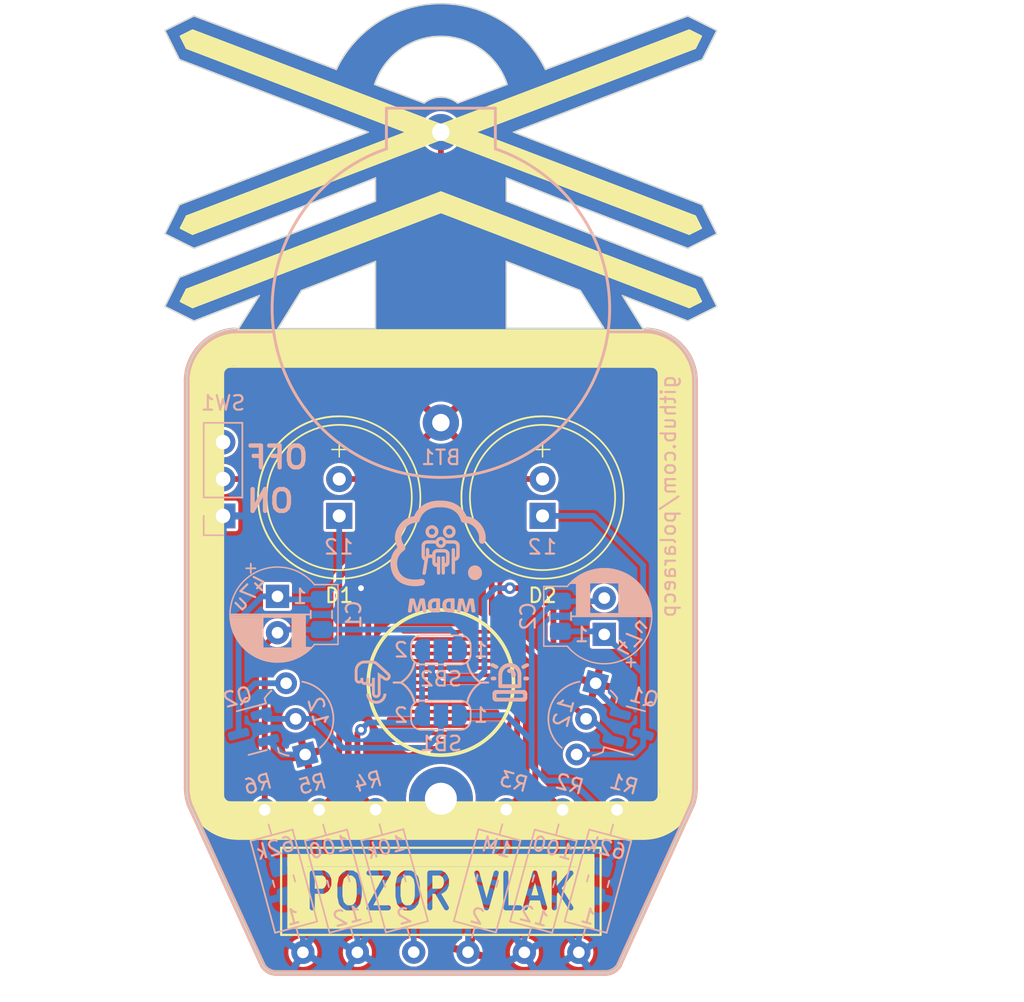
<source format=kicad_pcb>
(kicad_pcb (version 20240108) (generator "pcbnew") (generator_version "8.0")
  (layers (0 "F.Cu" signal) (31 "B.Cu" signal) (34 "B.Paste" user) (35 "F.Paste" user) (36 "B.SilkS" user "B.Silkscreen") (37 "F.SilkS" user "F.Silkscreen") (38 "B.Mask" user) (39 "F.Mask" user) (44 "Edge.Cuts" user))
  (net 0 "")
  (net 1 "Net-(D1-K)")
  (net 2 "Net-(SB2-A)")
  (net 3 "Net-(D2-K)")
  (net 4 "Net-(SB1-A)")
  (net 5 "Net-(D1-A)")
  (net 6 "Net-(D2-A)")
  (net 7 "+3.3V")
  (net 8 "GND")
  (net 9 "Net-(Q1-B)")
  (net 10 "Net-(Q2-B)")
  (net 11 "/TOUCH")
  (net 12 "Net-(BT1-+)")
  (net 14 "Net-(J1-Pin_2)")
  (footprint "lib:LED_D10.0mm" (layer "F.Cu") (at 126.25 130.525 90)
    (property "Reference" "D1")
    (property "Value" "RED")
  )
  (footprint "MountingHole:MountingHole_2.2mm_M2_Pad" (layer "F.Cu") (at 133.25 150)
    (property "Reference" "REF**" (hide yes))
    (property "Value" "MountingHole_2.2mm_M2_Pad")
  )
  (footprint "lib:Touchpad_resistive" (layer "F.Cu") (at 133.25 142)
    (property "Reference" "J1" (hide yes))
    (property "Value" "PAD" (hide yes))
  )
  (footprint "lib:LED_D10.0mm" (layer "F.Cu") (at 140.25 130.525 90)
    (property "Reference" "D2")
    (property "Value" "RED")
  )
  (footprint "lib:CONNFLY_DS1092-04" (layer "B.Cu") (at 133.25 116.25 90)
    (property "Reference" "BT1")
    (property "Value" "3V")
  )
  (footprint "lib:R_Axial_SMD_DIN0207_L6.3mm_D2.5mm_P10.16mm_Horizontal" (layer "B.Cu") (at 139 160.58 75)
    (property "Reference" "R2")
    (property "Value" "100R")
  )
  (footprint "Jumper:SolderJumper-3_P1.3mm_Open_RoundedPad1.0x1.5mm_NumberLabels" (layer "B.Cu") (at 133.25 139.75 180)
    (property "Reference" "SB2")
    (property "Value" "~")
  )
  (footprint "lib:R_Axial_SMD_DIN0207_L6.3mm_D2.5mm_P10.16mm_Horizontal" (layer "B.Cu") (at 137.75 150.75 -105)
    (property "Reference" "R3")
    (property "Value" "1M")
  )
  (footprint "Connector_PinHeader_2.54mm:PinHeader_1x03_P2.54mm_Vertical" (layer "B.Cu") (at 118.25 130.525)
    (property "Reference" "SW1")
    (property "Value" "SW_SPDT")
  )
  (footprint "lib:R_Axial_SMD_DIN0207_L6.3mm_D2.5mm_P10.16mm_Horizontal" (layer "B.Cu") (at 123.75 160.579999 105)
    (property "Reference" "R6")
    (property "Value" "62k")
  )
  (footprint "Jumper:SolderJumper-3_P1.3mm_Open_RoundedPad1.0x1.5mm_NumberLabels" (layer "B.Cu") (at 133.25 144.25 180)
    (property "Reference" "SB1")
    (property "Value" "~")
  )
  (footprint "lib:R_Axial_SMD_DIN0207_L6.3mm_D2.5mm_P10.16mm_Horizontal" (layer "B.Cu") (at 128.75 150.75 -75)
    (property "Reference" "R4")
    (property "Value" "10k")
  )
  (footprint "lib:CP_Radial_D6.3mm_P2.50mm+SMD_0805" (layer "B.Cu") (at 122 136.06762 -90)
    (property "Reference" "C1")
    (property "Value" "47u")
  )
  (footprint "lib:CP_Radial_D6.3mm_P2.50mm+SMD_0805" (layer "B.Cu") (at 144.5 138.682378 90)
    (property "Reference" "C2")
    (property "Value" "47u")
  )
  (footprint "lib:TO-92L_Inline_Wide+SMD_SOT-23" (layer "B.Cu") (at 123.9074 146.953452 105)
    (property "Reference" "Q2")
    (property "Value" "2N3904")
  )
  (footprint "lib:R_Axial_SMD_DIN0207_L6.3mm_D2.5mm_P10.16mm_Horizontal" (layer "B.Cu") (at 127.5 160.579999 105)
    (property "Reference" "R5")
    (property "Value" "100R")
  )
  (footprint "lib:R_Axial_SMD_DIN0207_L6.3mm_D2.5mm_P10.16mm_Horizontal" (layer "B.Cu") (at 142.75 160.579999 75)
    (property "Reference" "R1")
    (property "Value" "62k")
  )
  (footprint "lib:TO-92L_Inline_Wide+SMD_SOT-23" (layer "B.Cu") (at 143.9074 142.046548 -105)
    (property "Reference" "Q1")
    (property "Value" "2N3904")
  )
  (gr_line (start 137.972323 141.193098) (end 137.979171 141.192475) (stroke (width 0.264583)) (layer "B.SilkS"))
  (gr_line (start 138.243792 141.353262) (end 138.248529 141.365278) (stroke (width 0.264583)) (layer "B.SilkS"))
  (gr_line (start 139.003852 143.150738) (end 139.007985 143.147607) (stroke (width 0.264583)) (layer "B.SilkS"))
  (gr_line (start 138.941567 143.173475) (end 138.949083 143.172521) (stroke (width 0.264583)) (layer "B.SilkS"))
  (gr_line (start 138.661458 141.45625) (end 138.660598 141.422212) (stroke (width 0.264583)) (layer "B.SilkS"))
  (gr_line (start 136.966971 143.121563) (end 136.970102 143.125696) (stroke (width 0.264583)) (layer "B.SilkS"))
  (gr_line (start 139.057573 142.789323) (end 139.057126 142.780197) (stroke (width 0.264583)) (layer "B.SilkS"))
  (gr_line (start 139.0506 142.736132) (end 139.048674 142.730183) (stroke (width 0.264583)) (layer "B.SilkS"))
  (gr_line (start 115.749186 121.25) (end 115.749186 149.25) (stroke (width 0.4)) (layer "B.SilkS"))
  (gr_line (start 137.043853 142.651561) (end 137.037203 142.652958) (stroke (width 0.264583)) (layer "B.SilkS"))
  (gr_line (start 138.31529 140.874627) (end 138.286769 140.860019) (stroke (width 0.264583)) (layer "B.SilkS"))
  (gr_line (start 137.803304 140.82453) (end 137.77257 140.834929) (stroke (width 0.264583)) (layer "B.SilkS"))
  (gr_line (start 136.94775 143.080506) (end 136.949401 143.086784) (stroke (width 0.264583)) (layer "B.SilkS"))
  (gr_line (start 136.958553 143.108423) (end 136.961192 143.112922) (stroke (width 0.264583)) (layer "B.SilkS"))
  (gr_line (start 138.872769 143.176014) (end 138.895731 143.175816) (stroke (width 0.264583)) (layer "B.SilkS"))
  (gr_line (start 136.942427 143.033594) (end 136.942874 143.04272) (stroke (width 0.264583)) (layer "B.SilkS"))
  (gr_line (start 138.100734 140.802413) (end 138.06763 140.798207) (stroke (width 0.264583)) (layer "B.SilkS"))
  (gr_line (start 138.962795 143.169958) (end 138.969074 143.168307) (stroke (width 0.264583)) (layer "B.SilkS"))
  (gr_line (start 138.949083 143.172521) (end 138.956145 143.171356) (stroke (width 0.264583)) (layer "B.SilkS"))
  (gr_line (start 138.609478 141.198781) (end 138.596231 141.169481) (stroke (width 0.264583)) (layer "B.SilkS"))
  (gr_poly (pts (xy 133.044773 129.471208) (xy 132.966923 129.475595) (xy 132.890347 129.482354) (xy 132.815081 129.491464) (xy 132.741157 129.502902) (xy 132.66861 129.516648) (xy 132.597474 129.532678) (xy 132.527783 129.550973) (xy 132.459572 129.57151) (xy 132.392874 129.594267) (xy 132.327724 129.619223) (xy 132.264156 129.646357) (xy 132.202204 129.675646) (xy 132.141902 129.707069) (xy 132.083285 129.740604) (xy 132.026386 129.776229) (xy 131.97124 129.813924) (xy 131.91788 129.853666) (xy 131.866342 129.895433) (xy 131.816658 129.939204) (xy 131.768864 129.984958) (xy 131.722993 130.032672) (xy 131.67908 130.082325) (xy 131.637159 130.133896) (xy 131.597263 130.187362) (xy 131.559428 130.242702) (xy 131.523686 130.299895) (xy 131.490073 130.358918) (xy 131.458623 130.419751) (xy 131.429369 130.48237) (xy 131.402346 130.546756) (xy 131.358828 130.551675) (xy 131.315364 130.558229) (xy 131.228762 130.576148) (xy 131.142864 130.600315) (xy 131.057995 130.630534) (xy 130.97448 130.666608) (xy 130.892643 130.708341) (xy 130.812808 130.755537) (xy 130.735299 130.807999) (xy 130.660441 130.86553) (xy 130.588559 130.927934) (xy 130.519977 130.995015) (xy 130.455019 131.066575) (xy 130.394009 131.142419) (xy 130.337272 131.22235) (xy 130.285133 131.306172) (xy 130.237916 131.393687) (xy 130.199841 131.470238) (xy 130.167079 131.548503) (xy 130.139624 131.628225) (xy 130.117471 131.709142) (xy 130.100615 131.790994) (xy 130.08905 131.873522) (xy 130.082772 131.956466) (xy 130.081775 132.039565) (xy 130.086055 132.12256) (xy 130.095605 132.205191) (xy 130.110422 132.287197) (xy 130.1305 132.368319) (xy 130.155833 132.448298) (xy 130.186417 132.526872) (xy 130.222246 132.603782) (xy 130.263315 132.678768) (xy 130.203668 132.738415) (xy 130.144403 132.804486) (xy 130.086443 132.876894) (xy 130.030709 132.955551) (xy 129.978125 133.040371) (xy 129.92961 133.131266) (xy 129.886089 133.228149) (xy 129.848482 133.330933) (xy 129.817712 133.439531) (xy 129.794701 133.553854) (xy 129.78037 133.673817) (xy 129.775643 133.799332) (xy 129.78144 133.930312) (xy 129.788574 133.997824) (xy 129.798685 134.06667) (xy 129.811888 134.136838) (xy 129.828298 134.208318) (xy 129.848032 134.281098) (xy 129.871203 134.355169) (xy 129.897494 134.42818) (xy 129.926435 134.497837) (xy 129.957913 134.564206) (xy 129.991814 134.627357) (xy 130.028026 134.687356) (xy 130.066437 134.744273) (xy 130.106932 134.798175) (xy 130.1494 134.849129) (xy 130.193726 134.897205) (xy 130.239799 134.94247) (xy 130.287506 134.984992) (xy 130.336732 135.02484) (xy 130.387367 135.06208) (xy 130.439295 135.096782) (xy 130.546585 135.158841) (xy 130.657697 135.211561) (xy 130.771729 135.255486) (xy 130.887778 135.291161) (xy 131.004939 135.319129) (xy 131.122309 135.339934) (xy 131.238985 135.354122) (xy 131.354064 135.362235) (xy 131.466642 135.364819) (xy 131.531075 135.364206) (xy 131.595429 135.361805) (xy 131.659666 135.357619) (xy 131.72375 135.351651) (xy 131.787643 135.343907) (xy 131.851307 135.33439) (xy 131.914706 135.323103) (xy 131.977803 135.310052) (xy 131.98925 135.307142) (xy 132.000416 135.303695) (xy 132.01129 135.299725) (xy 132.021861 135.295253) (xy 132.032118 135.290293) (xy 132.04205 135.284864) (xy 132.051647 135.278983) (xy 132.060897 135.272667) (xy 132.06979 135.265933) (xy 132.078314 135.258799) (xy 132.08646 135.251282) (xy 132.094216 135.243399) (xy 132.101571 135.235167) (xy 132.108515 135.226604) (xy 132.115036 135.217726) (xy 132.121124 135.208552) (xy 132.126767 135.199098) (xy 132.131956 135.189381) (xy 132.136679 135.179419) (xy 132.140925 135.16923) (xy 132.144683 135.158829) (xy 132.147943 135.148235) (xy 132.150694 135.137464) (xy 132.152924 135.126535) (xy 132.154624 135.115464) (xy 132.155781 135.104268) (xy 132.156386 135.092965) (xy 132.156427 135.081572) (xy 132.155894 135.070106) (xy 132.154775 135.058585) (xy 132.15306 135.047025) (xy 132.150738 135.035444) (xy 132.147834 135.023995) (xy 132.144392 135.012828) (xy 132.140428 135.001952) (xy 132.13596 134.991379) (xy 132.131006 134.981119) (xy 132.125582 134.971185) (xy 132.119705 134.961585) (xy 132.113394 134.952332) (xy 132.106665 134.943435) (xy 132.099535 134.934907) (xy 132.092021 134.926758) (xy 132.084142 134.918998) (xy 132.075914 134.911639) (xy 132.067354 134.904691) (xy 132.05848 134.898166) (xy 132.049308 134.892073) (xy 132.039857 134.886425) (xy 132.030143 134.881232) (xy 132.020183 134.876504) (xy 132.009996 134.872253) (xy 131.999597 134.86849) (xy 131.989004 134.865225) (xy 131.978235 134.862469) (xy 131.967307 134.860233) (xy 131.956237 134.858528) (xy 131.945042 134.857365) (xy 131.933739 134.856755) (xy 131.922346 134.856708) (xy 131.91088 134.857236) (xy 131.899358 134.858349) (xy 131.887797 134.860058) (xy 131.876215 134.862375) (xy 131.80615 134.87562) (xy 131.651894 134.895266) (xy 131.55072 134.902256) (xy 131.43753 134.904568) (xy 131.315333 134.900107) (xy 131.187141 134.886783) (xy 131.055962 134.8625) (xy 130.990194 134.845596) (xy 130.924808 134.825168) (xy 130.86018 134.800953) (xy 130.796688 134.772692) (xy 130.734707 134.740121) (xy 130.674614 134.70298) (xy 130.616784 134.661006) (xy 130.561594 134.613939) (xy 130.509421 134.561516) (xy 130.460641 134.503476) (xy 130.415629 134.439557) (xy 130.374763 134.369498) (xy 130.338418 134.293037) (xy 130.306971 134.209912) (xy 130.283016 134.131186) (xy 130.264241 134.054993) (xy 130.250362 133.981328) (xy 130.241094 133.910186) (xy 130.236154 133.841561) (xy 130.235256 133.775446) (xy 130.238117 133.711837) (xy 130.244451 133.650728) (xy 130.253974 133.592112) (xy 130.266403 133.535985) (xy 130.281452 133.482341) (xy 130.298837 133.431174) (xy 130.318273 133.382478) (xy 130.339477 133.336248) (xy 130.362164 133.292477) (xy 130.386049 133.251161) (xy 130.410847 133.212294) (xy 130.436276 133.17587) (xy 130.462049 133.141883) (xy 130.487883 133.110328) (xy 130.538595 133.05449) (xy 130.586136 133.008311) (xy 130.628231 132.971746) (xy 130.662604 132.944748) (xy 130.699084 132.919275) (xy 130.70948 132.912363) (xy 130.719433 132.904936) (xy 130.728928 132.897017) (xy 130.737952 132.888628) (xy 130.746489 132.879791) (xy 130.754525 132.87053) (xy 130.762044 132.860865) (xy 130.769033 132.85082) (xy 130.775477 132.840417) (xy 130.781361 132.829678) (xy 130.78667 132.818625) (xy 130.79139 132.807281) (xy 130.795505 132.795668) (xy 130.799002 132.783809) (xy 130.801866 132.771725) (xy 130.804082 132.75944) (xy 130.805627 132.747052) (xy 130.806493 132.734663) (xy 130.806688 132.722301) (xy 130.806219 132.709989) (xy 130.805093 132.697754) (xy 130.803318 132.685621) (xy 130.800901 132.673617) (xy 130.79785 132.661766) (xy 130.794171 132.650095) (xy 130.789872 132.638629) (xy 130.78496 132.627394) (xy 130.779444 132.616416) (xy 130.773329 132.60572) (xy 130.766624 132.595331) (xy 130.759336 132.585276) (xy 130.751472 132.575581) (xy 130.708685 132.523986) (xy 130.670537 132.469796) (xy 130.63706 132.413305) (xy 130.608288 132.354804) (xy 130.584253 132.294585) (xy 130.564988 132.232942) (xy 130.550526 132.170166) (xy 130.5409 132.106549) (xy 130.536142 132.042385) (xy 130.536287 131.977965) (xy 130.541366 131.913581) (xy 130.551413 131.849526) (xy 130.56646 131.786093) (xy 130.586541 131.723573) (xy 130.611688 131.662259) (xy 130.641934 131.602443) (xy 130.679382 131.534365) (xy 130.720952 131.469291) (xy 130.766304 131.407455) (xy 130.815096 131.349088) (xy 130.866984 131.294423) (xy 130.921629 131.243693) (xy 130.978687 131.19713) (xy 131.037817 131.154966) (xy 131.098677 131.117435) (xy 131.160925 131.084769) (xy 131.22422 131.0572) (xy 131.28822 131.034961) (xy 131.352582 131.018285) (xy 131.384793 131.012105) (xy 131.416966 131.007403) (xy 131.449058 131.004208) (xy 131.481028 131.002549) (xy 131.512832 131.002456) (xy 131.544428 131.003956) (xy 131.554566 131.004585) (xy 131.564641 131.004764) (xy 131.574644 131.004503) (xy 131.584562 131.003808) (xy 131.594385 131.002687) (xy 131.604101 131.001148) (xy 131.613698 130.999198) (xy 131.623167 130.996846) (xy 131.632495 130.994098) (xy 131.641672 130.990964) (xy 131.650685 130.98745) (xy 131.659525 130.983564) (xy 131.66818 130.979314) (xy 131.676638 130.974707) (xy 131.684889 130.969752) (xy 131.692921 130.964456) (xy 131.700723 130.958826) (xy 131.708284 130.952871) (xy 131.715593 130.946599) (xy 131.722638 130.940016) (xy 131.729408 130.933131) (xy 131.735893 130.925951) (xy 131.74208 130.918485) (xy 131.74796 130.910739) (xy 131.753519 130.902722) (xy 131.758748 130.894441) (xy 131.763636 130.885904) (xy 131.76817 130.877119) (xy 131.77234 130.868093) (xy 131.776135 130.858834) (xy 131.779543 130.849351) (xy 131.782553 130.839649) (xy 131.807363 130.762924) (xy 131.835378 130.69057) (xy 131.866403 130.622463) (xy 131.900243 130.558477) (xy 131.936704 130.498487) (xy 131.975589 130.442367) (xy 132.016705 130.389992) (xy 132.059857 130.341236) (xy 132.104849 130.295975) (xy 132.151487 130.254081) (xy 132.199575 130.215431) (xy 132.24892 130.179899) (xy 132.299325 130.147359) (xy 132.350597 130.117685) (xy 132.402539 130.090754) (xy 132.454958 130.066438) (xy 132.560445 130.025152) (xy 132.665499 129.992825) (xy 132.768559 129.968454) (xy 132.868068 129.951034) (xy 132.962465 129.939563) (xy 133.050191 129.933037) (xy 133.129688 129.930452) (xy 133.199396 129.930806) (xy 133.271601 129.930714) (xy 133.353247 129.933492) (xy 133.4428 129.940152) (xy 133.538724 129.951704) (xy 133.639486 129.969157) (xy 133.743549 129.993523) (xy 133.84938 130.025811) (xy 133.902478 130.045242) (xy 133.955443 130.067033) (xy 134.008083 130.09131) (xy 134.060204 130.118198) (xy 134.111617 130.147826) (xy 134.162128 130.180318) (xy 134.211547 130.215801) (xy 134.259681 130.254401) (xy 134.306338 130.296245) (xy 134.351326 130.34146) (xy 134.394454 130.39017) (xy 134.43553 130.442503) (xy 134.474362 130.498585) (xy 134.510758 130.558543) (xy 134.544526 130.622501) (xy 134.575475 130.690588) (xy 134.603412 130.762928) (xy 134.628146 130.839649) (xy 134.631204 130.849315) (xy 134.634654 130.858764) (xy 134.638486 130.867989) (xy 134.642689 130.876983) (xy 134.647251 130.885737) (xy 134.652162 130.894244) (xy 134.657412 130.902497) (xy 134.662987 130.910488) (xy 134.675076 130.925654) (xy 134.688339 130.939681) (xy 134.70269 130.952508) (xy 134.718041 130.964075) (xy 134.734303 130.974321) (xy 134.751388 130.983185) (xy 134.769209 130.990606) (xy 134.787678 130.996525) (xy 134.797128 130.998902) (xy 134.806707 131.00088) (xy 134.816403 131.002452) (xy 134.826207 131.00361) (xy 134.836107 131.004348) (xy 134.846091 131.004656) (xy 134.85615 131.004528) (xy 134.866271 131.003956) (xy 134.897871 131.002456) (xy 134.929688 131.00255) (xy 134.961678 131.004209) (xy 134.993798 131.007403) (xy 135.026004 131.012105) (xy 135.058253 131.018285) (xy 135.0905 131.025913) (xy 135.122702 131.034962) (xy 135.154816 131.0454) (xy 135.186798 131.0572) (xy 135.218605 131.070333) (xy 135.250192 131.084769) (xy 135.312535 131.117436) (xy 135.373477 131.154967) (xy 135.432672 131.19713) (xy 135.489768 131.243693) (xy 135.544418 131.294423) (xy 135.596273 131.349088) (xy 135.644984 131.407455) (xy 135.690202 131.469292) (xy 135.711393 131.501438) (xy 135.731579 131.534365) (xy 135.750718 131.568043) (xy 135.768765 131.602443) (xy 135.77066 131.605834) (xy 135.77261 131.609193) (xy 135.774614 131.612519) (xy 135.776672 131.615812) (xy 135.778784 131.619071) (xy 135.780948 131.622295) (xy 135.783165 131.625484) (xy 135.785434 131.628637) (xy 135.800157 131.659773) (xy 135.813652 131.691364) (xy 135.825913 131.723376) (xy 135.836934 131.755772) (xy 135.84671 131.788515) (xy 135.855233 131.821569) (xy 135.8625 131.854898) (xy 135.868503 131.888465) (xy 135.873238 131.922235) (xy 135.876698 131.956171) (xy 135.878877 131.990237) (xy 135.87977 132.024396) (xy 135.879371 132.058613) (xy 135.877675 132.09285) (xy 135.874675 132.127073) (xy 135.870365 132.161243) (xy 135.869694 132.192957) (xy 135.871594 132.223033) (xy 135.875905 132.251426) (xy 135.882468 132.278093) (xy 135.891123 132.302992) (xy 135.901711 132.326078) (xy 135.914073 132.347308) (xy 135.928048 132.366638) (xy 135.943478 132.384026) (xy 135.960203 132.399427) (xy 135.978064 132.412799) (xy 135.996901 132.424097) (xy 136.016555 132.433278) (xy 136.036867 132.4403) (xy 136.057676 132.445117) (xy 136.078823 132.447688) (xy 136.10015 132.447968) (xy 136.121497 132.445914) (xy 136.142703 132.441482) (xy 136.163611 132.43463) (xy 136.184059 132.425313) (xy 136.20389 132.413488) (xy 136.222943 132.399112) (xy 136.241059 132.382142) (xy 136.258078 132.362533) (xy 136.273842 132.340242) (xy 136.28819 132.315227) (xy 136.300963 132.287442) (xy 136.312003 132.256846) (xy 136.321148 132.223394) (xy 136.328241 132.187043) (xy 136.333121 132.14775) (xy 136.336469 132.098999) (xy 136.338079 132.050268) (xy 136.33796 132.001602) (xy 136.33612 131.953046) (xy 136.332569 131.904646) (xy 136.327316 131.856445) (xy 136.320368 131.808489) (xy 136.311736 131.760822) (xy 136.301429 131.713489) (xy 136.289454 131.666535) (xy 136.275821 131.620004) (xy 136.26054 131.573942) (xy 136.243618 131.528394) (xy 136.225066 131.483403) (xy 136.204891 131.439015) (xy 136.183103 131.395275) (xy 136.163934 131.358633) (xy 136.143871 131.322527) (xy 136.122926 131.28697) (xy 136.101111 131.251978) (xy 136.078439 131.217567) (xy 136.054921 131.183751) (xy 136.03057 131.150546) (xy 136.005397 131.117967) (xy 135.979416 131.08603) (xy 135.952637 131.05475) (xy 135.925074 131.024142) (xy 135.896738 130.994221) (xy 135.867641 130.965003) (xy 135.837796 130.936503) (xy 135.807214 130.908736) (xy 135.775909 130.881718) (xy 135.735289 130.847664) (xy 135.693517 130.815254) (xy 135.650642 130.78451) (xy 135.606715 130.755455) (xy 135.561789 130.728111) (xy 135.515915 130.702501) (xy 135.469143 130.678648) (xy 135.421526 130.656575) (xy 135.373114 130.636303) (xy 135.323959 130.617856) (xy 135.274111 130.601256) (xy 135.223623 130.586526) (xy 135.172546 130.573688) (xy 135.12093 130.562766) (xy 135.068828 130.553781) (xy 135.01629 130.546756) (xy 134.960011 130.419759) (xy 134.89493 130.299928) (xy 134.821306 130.18743) (xy 134.739395 130.082437) (xy 134.649458 129.985118) (xy 134.551751 129.895642) (xy 134.446533 129.81418) (xy 134.334062 129.740901) (xy 134.214596 129.675976) (xy 134.088393 129.619572) (xy 133.955712 129.571862) (xy 133.81681 129.533013) (xy 133.671946 129.503197) (xy 133.521377 129.482582) (xy 133.365362 129.471339) (xy 133.204159 129.469637) (xy 133.123863 129.469215)) (stroke (width -0.000001)) (fill solid) (layer "B.SilkS"))
  (gr_line (start 138.26338 141.481642) (end 138.262455 141.48996) (stroke (width 0.264583)) (layer "B.SilkS"))
  (gr_line (start 138 140.794792) (end 137.965962 140.795653) (stroke (width 0.264583)) (layer "B.SilkS"))
  (gr_line (start 138.941567 142.649442) (end 138.933556 142.648678) (stroke (width 0.264583)) (layer "B.SilkS"))
  (gr_line (start 136.956087 143.10381) (end 136.958553 143.108423) (stroke (width 0.264583)) (layer "B.SilkS"))
  (gr_line (start 137.899267 140.802413) (end 137.866694 140.80823) (stroke (width 0.264583)) (layer "B.SilkS"))
  (gr_line (start 139.055767 143.059279) (end 139.056531 143.051268) (stroke (width 0.264583)) (layer "B.SilkS"))
  (gr_line (start 136.941667 141.720834) (end 136.809375 141.720834) (stroke (width 0.264583)) (layer "B.SilkS"))
  (gr_line (start 136.984142 142.682036) (end 136.980414 142.685622) (stroke (width 0.264583)) (layer "B.SilkS"))
  (gr_line (start 138.956145 142.651561) (end 138.949083 142.650396) (stroke (width 0.264583)) (layer "B.SilkS"))
  (gr_line (start 137.713232 140.860019) (end 137.684711 140.874627) (stroke (width 0.264583)) (layer "B.SilkS"))
  (gr_line (start 136.941667 142.964375) (end 136.941695 142.99048) (stroke (width 0.264583)) (layer "B.SilkS"))
  (gr_line (start 136.973389 143.129698) (end 136.976828 143.133566) (stroke (width 0.264583)) (layer "B.SilkS"))
  (gr_line (start 137.024975 142.656535) (end 137.019313 142.658757) (stroke (width 0.264583)) (layer "B.SilkS"))
  (gr_line (start 136.961192 143.112922) (end 136.963999 143.117304) (stroke (width 0.264583)) (layer "B.SilkS"))
  (gr_line (start 136.996146 143.150738) (end 137.000405 143.153709) (stroke (width 0.264583)) (layer "B.SilkS"))
  (gr_line (start 139.058108 142.809475) (end 139.057573 142.789323) (stroke (width 0.264583)) (layer "B.SilkS"))
  (gr_line (start 138.925008 143.174834) (end 138.933556 143.174239) (stroke (width 0.264583)) (layer "B.SilkS"))
  (gr_line (start 138.18709 141.269162) (end 138.195851 141.27835) (stroke (width 0.264583)) (layer "B.SilkS"))
  (gr_line (start 137.579253 140.945837) (end 137.555252 140.966627) (stroke (width 0.264583)) (layer "B.SilkS"))
  (gr_line (start 138.126118 141.223601) (end 138.137198 141.229972) (stroke (width 0.264583)) (layer "B.SilkS"))
  (gr_line (start 138.489623 141.011501) (end 138.467722 140.988529) (stroke (width 0.264583)) (layer "B.SilkS"))
  (gr_line (start 138.969074 142.65461) (end 138.962795 142.652958) (stroke (width 0.264583)) (layer "B.SilkS"))
  (gr_line (start 137.009285 143.159156) (end 137.013898 143.161622) (stroke (width 0.264583)) (layer "B.SilkS"))
  (gr_poly (pts (xy 134.561809 136.200645) (xy 134.556143 136.200976) (xy 134.550516 136.201599) (xy 134.544939 136.20251) (xy 134.539424 136.203705) (xy 134.53398 136.205182) (xy 134.52862 136.206936) (xy 134.523354 136.208966) (xy 134.518194 136.211267) (xy 134.513149 136.213836) (xy 134.508231 136.216671) (xy 134.503452 136.219767) (xy 134.498821 136.223121) (xy 134.494351 136.226731) (xy 134.490075 136.230569) (xy 134.486026 136.234607) (xy 134.482208 136.238832) (xy 134.478627 136.243236) (xy 134.475287 136.247807) (xy 134.472194 136.252535) (xy 134.469351 136.257411) (xy 134.466765 136.262423) (xy 134.464441 136.267562) (xy 134.462382 136.272816) (xy 134.460595 136.278177) (xy 134.459084 136.283633) (xy 134.457855 136.289174) (xy 134.456911 136.29479) (xy 134.456259 136.300471) (xy 134.455903 136.306205) (xy 134.347953 137.057093) (xy 134.346462 137.063001) (xy 134.345356 137.068948) (xy 134.344629 137.074918) (xy 134.344279 137.080893) (xy 134.344301 137.086856) (xy 134.344692 137.092791) (xy 134.345448 137.09868) (xy 134.346565 137.104506) (xy 134.348039 137.110252) (xy 134.349867 137.115901) (xy 134.352044 137.121436) (xy 134.354566 137.126839) (xy 134.357431 137.132095) (xy 134.360634 137.137185) (xy 134.36417 137.142092) (xy 134.368038 137.146801) (xy 134.372195 137.151255) (xy 134.376594 137.155408) (xy 134.381217 137.159254) (xy 134.386049 137.162786) (xy 134.391073 137.165999) (xy 134.396273 137.168887) (xy 134.401632 137.171443) (xy 134.407133 137.173662) (xy 134.412761 137.175537) (xy 134.418499 137.177062) (xy 134.42433 137.178232) (xy 134.430239 137.179041) (xy 134.436208 137.179481) (xy 134.442221 137.179548) (xy 134.448263 137.179235) (xy 134.454315 137.178536) (xy 134.499559 137.178536) (xy 134.50525 137.178974) (xy 134.510927 137.17911) (xy 134.51658 137.178949) (xy 134.522198 137.178494) (xy 134.52777 137.177748) (xy 134.533285 137.176715) (xy 134.538732 137.1754) (xy 134.544101 137.173804) (xy 134.549379 137.171932) (xy 134.554556 137.169788) (xy 134.559622 137.167375) (xy 134.564564 137.164696) (xy 134.569373 137.161756) (xy 134.574037 137.158557) (xy 134.578545 137.155103) (xy 134.582887 137.151399) (xy 134.587026 137.147471) (xy 134.590934 137.14335) (xy 134.594604 137.139048) (xy 134.598033 137.134574) (xy 134.601216 137.12994) (xy 134.604148 137.125156) (xy 134.606824 137.120232) (xy 134.609239 137.11518) (xy 134.61139 137.110009) (xy 134.61327 137.10473) (xy 134.614876 137.099353) (xy 134.616202 137.09389) (xy 134.617245 137.088351) (xy 134.617999 137.082746) (xy 134.618459 137.077086) (xy 134.618622 137.071381) (xy 134.687678 136.557824) (xy 134.832934 137.076143) (xy 134.834012 137.081772) (xy 134.835345 137.087291) (xy 134.836926 137.092695) (xy 134.838748 137.097978) (xy 134.840804 137.103135) (xy 134.843087 137.108159) (xy 134.84559 137.113046) (xy 134.848306 137.117791) (xy 134.851228 137.122387) (xy 134.854349 137.126829) (xy 134.857662 137.131112) (xy 134.86116 137.13523) (xy 134.864836 137.139178) (xy 134.868682 137.14295) (xy 134.872693 137.146541) (xy 134.87686 137.149946) (xy 134.881177 137.153158) (xy 134.885637 137.156173) (xy 134.890233 137.158985) (xy 134.894957 137.161588) (xy 134.899804 137.163977) (xy 134.904765 137.166147) (xy 134.909833 137.168091) (xy 134.915003 137.169806) (xy 134.920266 137.171284) (xy 134.925616 137.172521) (xy 134.931045 137.173511) (xy 134.936547 137.174249) (xy 134.942115 137.174729) (xy 134.947741 137.174946) (xy 134.953419 137.174894) (xy 134.959141 137.174568) (xy 135.013909 137.174568) (xy 135.019631 137.174894) (xy 135.025309 137.174946) (xy 135.030935 137.174729) (xy 135.036503 137.174249) (xy 135.042005 137.173511) (xy 135.047434 137.172521) (xy 135.052784 137.171284) (xy 135.058047 137.169806) (xy 135.063217 137.168091) (xy 135.068285 137.166147) (xy 135.073246 137.163977) (xy 135.078093 137.161588) (xy 135.082817 137.158985) (xy 135.087413 137.156173) (xy 135.091873 137.153158) (xy 135.09619 137.149946) (xy 135.100357 137.146541) (xy 135.104368 137.14295) (xy 135.108214 137.139178) (xy 135.11189 137.13523) (xy 135.115388 137.131112) (xy 135.118701 137.126829) (xy 135.121822 137.122387) (xy 135.124744 137.117791) (xy 135.12746 137.113046) (xy 135.129963 137.108159) (xy 135.132246 137.103135) (xy 135.134302 137.097978) (xy 135.136124 137.092695) (xy 135.137705 137.087291) (xy 135.139038 137.081772) (xy 135.140115 137.076143) (xy 135.284578 136.553855) (xy 135.353634 137.067411) (xy 135.35384 137.0731) (xy 135.354341 137.078743) (xy 135.355131 137.08433) (xy 135.356205 137.089849) (xy 135.35756 137.095292) (xy 135.35919 137.100648) (xy 135.361092 137.105907) (xy 135.363259 137.111057) (xy 135.365689 137.116089) (xy 135.368375 137.120993) (xy 135.371313 137.125759) (xy 135.374499 137.130375) (xy 135.377928 137.134832) (xy 135.381596 137.139119) (xy 135.385497 137.143227) (xy 135.389627 137.147144) (xy 135.393956 137.15084) (xy 135.39845 137.154289) (xy 135.403099 137.157486) (xy 135.407891 137.160428) (xy 135.412817 137.163112) (xy 135.417864 137.165534) (xy 135.423023 137.16769) (xy 135.428283 137.169577) (xy 135.433632 137.171192) (xy 135.439061 137.172531) (xy 135.444558 137.17359) (xy 135.450113 137.174366) (xy 135.455715 137.174855) (xy 135.461354 137.175054) (xy 135.467018 137.17496) (xy 135.472697 137.174568) (xy 135.518734 137.174568) (xy 135.524765 137.175189) (xy 135.530782 137.175433) (xy 135.536767 137.175303) (xy 135.542705 137.174806) (xy 135.54858 137.173948) (xy 135.554377 137.172736) (xy 135.560079 137.171174) (xy 135.565671 137.16927) (xy 135.571136 137.167028) (xy 135.576459 137.164455) (xy 135.581624 137.161558) (xy 135.586614 137.15834) (xy 135.591415 137.15481) (xy 135.59601 137.150973) (xy 135.600383 137.146834) (xy 135.604518 137.142399) (xy 135.608368 137.137716) (xy 135.611895 137.132835) (xy 135.615093 137.127775) (xy 135.61796 137.122551) (xy 135.620491 137.11718) (xy 135.622683 137.111678) (xy 135.624531 137.106062) (xy 135.626033 137.10035) (xy 135.627184 137.094556) (xy 135.62798 137.088697) (xy 135.628418 137.082792) (xy 135.628493 137.076854) (xy 135.628203 137.070902) (xy 135.627542 137.064952) (xy 135.626508 137.059021) (xy 135.625097 137.053124) (xy 135.625097 137.053125) (xy 135.517147 136.306205) (xy 135.516784 136.300557) (xy 135.516135 136.294961) (xy 135.515202 136.289428) (xy 135.513992 136.283968) (xy 135.512508 136.278589) (xy 135.510756 136.273303) (xy 135.50874 136.268119) (xy 135.506466 136.263047) (xy 135.503936 136.258097) (xy 135.501158 136.253279) (xy 135.498135 136.248602) (xy 135.494871 136.244077) (xy 135.491372 136.239714) (xy 135.487643 136.235521) (xy 135.483688 136.23151) (xy 135.479512 136.22769) (xy 135.475144 136.22409) (xy 135.470618 136.220736) (xy 135.465944 136.217631) (xy 135.461133 136.214779) (xy 135.456195 136.212182) (xy 135.451141 136.209844) (xy 135.445981 136.207768) (xy 135.440725 136.205957) (xy 135.435385 136.204416) (xy 135.429969 136.203146) (xy 135.42449 136.202153) (xy 135.418957 136.201437) (xy 135.413381 136.201004) (xy 135.407771 136.200856) (xy 135.40214 136.200997) (xy 135.396497 136.20143) (xy 135.268703 136.201431) (xy 135.263002 136.201077) (xy 135.257346 136.201) (xy 135.251742 136.201196) (xy 135.246197 136.201659) (xy 135.240719 136.202382) (xy 135.235314 136.203361) (xy 135.229989 136.20459) (xy 135.224753 136.206062) (xy 135.219612 136.207773) (xy 135.214572 136.209716) (xy 135.209643 136.211886) (xy 135.204829 136.214278) (xy 135.20014 136.216885) (xy 135.195581 136.219702) (xy 135.191161 136.222723) (xy 135.186885 136.225943) (xy 135.182763 136.229356) (xy 135.178799 136.232957) (xy 135.175003 136.236739) (xy 135.17138 136.240697) (xy 135.167938 136.244825) (xy 135.164685 136.249118) (xy 135.161627 136.253569) (xy 135.158772 136.258175) (xy 135.156126 136.262927) (xy 135.153698 136.267822) (xy 135.151493 136.272853) (xy 135.14952 136.278015) (xy 135.147786 136.283302) (xy 135.146297 136.288708) (xy 135.14506 136.294228) (xy 135.144084 136.299856) (xy 134.985334 136.891993) (xy 134.826584 136.299856) (xy 134.825573 136.294217) (xy 134.824302 136.288688) (xy 134.822779 136.283273) (xy 134.821012 136.277979) (xy 134.819007 136.272811) (xy 134.816771 136.267775) (xy 134.814312 136.262875) (xy 134.811636 136.258119) (xy 134.808752 136.253511) (xy 134.805666 136.249057) (xy 134.802385 136.244763) (xy 134.798916 136.240634) (xy 134.795267 136.236676) (xy 134.791444 136.232895) (xy 134.787456 136.229296) (xy 134.783308 136.225885) (xy 134.779009 136.222667) (xy 134.774565 136.219648) (xy 134.769983 136.216834) (xy 134.765272 136.21423) (xy 134.760437 136.211842) (xy 134.755486 136.209676) (xy 134.750426 136.207736) (xy 134.745264 136.20603) (xy 134.740008 136.204562) (xy 134.734665 136.203337) (xy 134.729242 136.202363) (xy 134.723745 136.201643) (xy 134.718182 136.201185) (xy 134.712561 136.200993) (xy 134.706888 136.201073) (xy 134.701171 136.201431) (xy 134.578934 136.201431) (xy 134.573216 136.200869) (xy 134.567504 136.200608)) (stroke (width -0.000001)) (fill solid) (layer "B.SilkS"))
  (gr_line (start 138.975024 143.166382) (end 138.980685 143.16416) (stroke (width 0.264583)) (layer "B.SilkS"))
  (gr_line (start 138.975024 142.656535) (end 138.969074 142.65461) (stroke (width 0.264583)) (layer "B.SilkS"))
  (gr_line (start 139.041449 142.714494) (end 139.03881 142.709994) (stroke (width 0.264583)) (layer "B.SilkS"))
  (gr_line (start 136.984142 143.140881) (end 136.98801 143.14432) (stroke (width 0.264583)) (layer "B.SilkS"))
  (gr_line (start 139.043915 143.10381) (end 139.046453 143.098395) (stroke (width 0.264583)) (layer "B.SilkS"))
  (gr_line (start 121.000001 161.5) (end 115.94 150.39) (stroke (width 0.4)) (layer "B.SilkS"))
  (gr_line (start 138.949083 142.650396) (end 138.941567 142.649442) (stroke (width 0.264583)) (layer "B.SilkS"))
  (gr_line (start 130 142) (end 130.5 142) (stroke (width 0.15)) (layer "B.SilkS"))
  (gr_line (start 137.965962 140.795653) (end 137.93237 140.798207) (stroke (width 0.264583)) (layer "B.SilkS"))
  (gr_line (start 138.053324 141.197042) (end 138.066125 141.199997) (stroke (width 0.264583)) (layer "B.SilkS"))
  (gr_line (start 137.104267 142.6471) (end 137.084115 142.647636) (stroke (width 0.264583)) (layer "B.SilkS"))
  (gr_line (start 138.212021 141.297946) (end 138.219398 141.308319) (stroke (width 0.264583)) (layer "B.SilkS"))
  (gr_line (start 138.078681 141.203562) (end 138.090974 141.207722) (stroke (width 0.264583)) (layer "B.SilkS"))
  (gr_line (start 139.007985 143.147607) (end 139.011988 143.14432) (stroke (width 0.264583)) (layer "B.SilkS"))
  (gr_line (start 137.418377 141.14096) (end 137.403769 141.169481) (stroke (width 0.264583)) (layer "B.SilkS"))
  (gr_line (start 138.286769 140.860019) (end 138.257469 140.846773) (stroke (width 0.264583)) (layer "B.SilkS"))
  (gr_line (start 138.256254 141.390127) (end 138.259208 141.402927) (stroke (width 0.264583)) (layer "B.SilkS"))
  (gr_line (start 137.684711 140.874627) (end 137.657011 140.890554) (stroke (width 0.264583)) (layer "B.SilkS"))
  (gr_line (start 137.030924 142.65461) (end 137.024975 142.656535) (stroke (width 0.264583)) (layer "B.SilkS"))
  (gr_line (start 136.956087 142.719106) (end 136.953548 142.724521) (stroke (width 0.264583)) (layer "B.SilkS"))
  (gr_line (start 139.011988 143.14432) (end 139.015856 143.140881) (stroke (width 0.264583)) (layer "B.SilkS"))
  (gr_arc (start 147.443521 117.75) (mid 149.792665 118.842574) (end 150.75 121.25) (stroke (width 0.4)) (layer "B.SilkS"))
  (gr_line (start 137.510378 141.011501) (end 137.489588 141.035502) (stroke (width 0.264583)) (layer "B.SilkS"))
  (gr_line (start 138.980685 142.658757) (end 138.975024 142.656535) (stroke (width 0.264583)) (layer "B.SilkS"))
  (gr_line (start 137.993012 141.191757) (end 138 141.191667) (stroke (width 0.264583)) (layer "B.SilkS"))
  (gr_line (start 139.052251 142.742411) (end 139.0506 142.736132) (stroke (width 0.264583)) (layer "B.SilkS"))
  (gr_line (start 139.019586 143.137295) (end 139.023172 143.133566) (stroke (width 0.264583)) (layer "B.SilkS"))
  (gr_line (start 137.024975 143.166382) (end 137.030924 143.168307) (stroke (width 0.264583)) (layer "B.SilkS"))
  (gr_line (start 139.036002 143.117304) (end 139.03881 143.112922) (stroke (width 0.264583)) (layer "B.SilkS"))
  (gr_line (start 138.661458 142.25) (end 138.661458 141.45625) (stroke (width 0.264583)) (layer "B.SilkS"))
  (gr_line (start 138.640634 141.290942) (end 138.631721 141.259553) (stroke (width 0.264583)) (layer "B.SilkS"))
  (gr_line (start 136.953548 142.724521) (end 136.951327 142.730183) (stroke (width 0.264583)) (layer "B.SilkS"))
  (gr_poly (pts (xy 132.615286 131.165546) (xy 132.581512 131.16843) (xy 132.547877 131.173927) (xy 132.514532 131.182063) (xy 132.481624 131.192866) (xy 132.449303 131.206362) (xy 132.431972 131.214735) (xy 132.415142 131.223775) (xy 132.383027 131.243771) (xy 132.353048 131.266177) (xy 132.325292 131.290818) (xy 132.29985 131.31752) (xy 132.276809 131.34611) (xy 132.25626 131.376413) (xy 132.23829 131.408255) (xy 132.22299 131.441463) (xy 132.210448 131.475861) (xy 132.200754 131.511277) (xy 132.193995 131.547535) (xy 132.190262 131.584462) (xy 132.189643 131.621884) (xy 132.192228 131.659627) (xy 132.194749 131.678565) (xy 132.198104 131.697517) (xy 132.202269 131.716308) (xy 132.207199 131.734765) (xy 132.212875 131.752873) (xy 132.219278 131.770616) (xy 132.22639 131.787978) (xy 132.234193 131.804943) (xy 132.242667 131.821495) (xy 132.251795 131.837619) (xy 132.261557 131.853299) (xy 132.271935 131.868518) (xy 132.294463 131.897513) (xy 132.319232 131.924477) (xy 132.346091 131.949284) (xy 132.374893 131.971808) (xy 132.405488 131.99192) (xy 132.437727 132.009495) (xy 132.454416 132.017292) (xy 132.471461 132.024407) (xy 132.488842 132.030824) (xy 132.506542 132.036528) (xy 132.52454 132.041502) (xy 132.54282 132.045731) (xy 132.561361 132.0492) (xy 132.580146 132.051891) (xy 132.599156 132.05379) (xy 132.618372 132.054881) (xy 132.634247 132.054881) (xy 132.654915 132.054311) (xy 132.675361 132.052815) (xy 132.695565 132.050412) (xy 132.715505 132.047121) (xy 132.735157 132.042961) (xy 132.7545 132.037951) (xy 132.773512 132.032112) (xy 132.792171 132.025461) (xy 132.810454 132.018018) (xy 132.828339 132.009801) (xy 132.845804 132.000832) (xy 132.862828 131.991127) (xy 132.879387 131.980708) (xy 132.89546 131.969592) (xy 132.911024 131.957798) (xy 132.926058 131.945347) (xy 132.940539 131.932258) (xy 132.954445 131.918548) (xy 132.967755 131.904238) (xy 132.980445 131.889347) (xy 132.992493 131.873894) (xy 133.003878 131.857898) (xy 133.014578 131.841378) (xy 133.02457 131.824354) (xy 133.033831 131.806844) (xy 133.042341 131.788868) (xy 133.050077 131.770445) (xy 133.057016 131.751594) (xy 133.063136 131.732334) (xy 133.068416 131.712684) (xy 133.072833 131.692664) (xy 133.076365 131.672293) (xy 133.077842 131.650842) (xy 133.078718 131.630232) (xy 133.07902 131.610444) (xy 133.079009 131.609587) (xy 132.845385 131.609587) (xy 132.845383 131.609587) (xy 132.845127 131.619939) (xy 132.844362 131.63022) (xy 132.843096 131.640414) (xy 132.841335 131.650503) (xy 132.839088 131.660471) (xy 132.83636 131.670301) (xy 132.833159 131.679974) (xy 132.829493 131.689475) (xy 132.825368 131.698785) (xy 132.820791 131.707888) (xy 132.815769 131.716767) (xy 132.81031 131.725405) (xy 132.804421 131.733784) (xy 132.798108 131.741888) (xy 132.791379 131.749699) (xy 132.78424 131.7572) (xy 132.776739 131.764338) (xy 132.768928 131.771067) (xy 132.760825 131.77738) (xy 132.752445 131.78327) (xy 132.743808 131.788729) (xy 132.734929 131.79375) (xy 132.725825 131.798327) (xy 132.716515 131.802453) (xy 132.707014 131.806119) (xy 132.697341 131.80932) (xy 132.687512 131.812047) (xy 132.677544 131.814295) (xy 132.667454 131.816055) (xy 132.65726 131.817322) (xy 132.646979 131.818086) (xy 132.636627 131.818343) (xy 132.626144 131.818154) (xy 132.61573 131.817439) (xy 132.605404 131.816207) (xy 132.595185 131.814463) (xy 132.58509 131.812217) (xy 132.575138 131.809474) (xy 132.565345 131.806244) (xy 132.555732 131.802533) (xy 132.546314 131.798348) (xy 132.537111 131.793697) (xy 132.52814 131.788589) (xy 132.51942 131.783029) (xy 132.510968 131.777026) (xy 132.502803 131.770587) (xy 132.494942 131.763719) (xy 132.487404 131.756431) (xy 132.480185 131.74898) (xy 132.473385 131.741207) (xy 132.467011 131.733132) (xy 132.46107 131.724773) (xy 132.455569 131.716146) (xy 132.450517 131.707271) (xy 132.445921 131.698164) (xy 132.441787 131.688846) (xy 132.438124 131.679332) (xy 132.434939 131.669641) (xy 132.43224 131.659792) (xy 132.430033 131.649802) (xy 132.428327 131.639689) (xy 132.427128 131.629471) (xy 132.426445 131.619167) (xy 132.426284 131.608793) (xy 132.426635 131.598069) (xy 132.427516 131.587488) (xy 132.428915 131.577063) (xy 132.430817 131.566808) (xy 132.43321 131.556734) (xy 132.436082 131.546856) (xy 132.439418 131.537186) (xy 132.443206 131.527736) (xy 132.447433 131.51852) (xy 132.452086 131.509552) (xy 132.457152 131.500842) (xy 132.462618 131.492406) (xy 132.46847 131.484255) (xy 132.474697 131.476402) (xy 132.481284 131.468861) (xy 132.488218 131.461644) (xy 132.495488 131.454764) (xy 132.503079 131.448235) (xy 132.510979 131.442069) (xy 132.519174 131.436278) (xy 132.527652 131.430877) (xy 132.536399 131.425877) (xy 132.545403 131.421293) (xy 132.554651 131.417136) (xy 132.564129 131.41342) (xy 132.573824 131.410157) (xy 132.583724 131.407361) (xy 132.593815 131.405044) (xy 132.604085 131.40322) (xy 132.61452 131.401901) (xy 132.625107 131.4011) (xy 132.635834 131.40083) (xy 132.635835 131.400831) (xy 132.64659 131.401102) (xy 132.657205 131.401907) (xy 132.667666 131.403233) (xy 132.67796 131.405067) (xy 132.688075 131.407395) (xy 132.697997 131.410205) (xy 132.707713 131.413484) (xy 132.71721 131.417218) (xy 132.726474 131.421395) (xy 132.735494 131.426001) (xy 132.744255 131.431023) (xy 132.752745 131.436449) (xy 132.760951 131.442266) (xy 132.768859 131.448459) (xy 132.776456 131.455017) (xy 132.783729 131.461926) (xy 132.790666 131.469173) (xy 132.797252 131.476746) (xy 132.803476 131.48463) (xy 132.809323 131.492813) (xy 132.814781 131.501283) (xy 132.819837 131.510025) (xy 132.824477 131.519027) (xy 132.828689 131.528276) (xy 132.832459 131.537759) (xy 132.835775 131.547462) (xy 132.838622 131.557373) (xy 132.840989 131.567479) (xy 132.842862 131.577766) (xy 132.844227 131.588222) (xy 132.845072 131.598833) (xy 132.845385 131.609587) (xy 133.079009 131.609587) (xy 133.078776 131.591456) (xy 133.078013 131.573251) (xy 133.076758 131.555808) (xy 133.075038 131.539108) (xy 133.07288 131.52313) (xy 133.070312 131.507857) (xy 133.067361 131.493266) (xy 133.064054 131.479341) (xy 133.060418 131.466059) (xy 133.05648 131.453403) (xy 133.052267 131.441352) (xy 133.047807 131.429887) (xy 133.043127 131.418988) (xy 133.038254 131.408635) (xy 133.033215 131.39881) (xy 133.028038 131.389491) (xy 133.022749 131.38066) (xy 133.017375 131.372297) (xy 133.011945 131.364383) (xy 133.001021 131.34982) (xy 132.990195 131.336816) (xy 132.979685 131.325212) (xy 132.960478 131.305581) (xy 132.953334 131.298437) (xy 132.927873 131.274385) (xy 132.90091 131.252645) (xy 132.872594 131.233245) (xy 132.843076 131.216212) (xy 132.812503 131.201573) (xy 132.781025 131.189356) (xy 132.748792 131.179587) (xy 132.715952 131.172295) (xy 132.682655 131.167506) (xy 132.64905 131.165247)) (stroke (width -0.000001)) (fill solid) (layer "B.SilkS"))
  (gr_line (start 137.35198 141.322943) (end 137.346163 141.355517) (stroke (width 0.264583)) (layer "B.SilkS"))
  (gr_line (start 139.190625 140.794792) (end 138.926042 140.927084) (stroke (width 0.264583)) (layer "B.SilkS"))
  (gr_line (start 136.946353 143.073856) (end 136.94775 143.080506) (stroke (width 0.264583)) (layer "B.SilkS"))
  (gr_line (start 139.058108 143.013442) (end 139.058333 142.964375) (stroke (width 0.264583)) (layer "B.SilkS"))
  (gr_line (start 138.040294 141.194716) (end 138.053324 141.197042) (stroke (width 0.264583)) (layer "B.SilkS"))
  (gr_line (start 136.943469 143.051268) (end 136.944233 143.059279) (stroke (width 0.264583)) (layer "B.SilkS"))
  (gr_line (start 137.834692 140.815616) (end 137.803304 140.82453) (stroke (width 0.264583)) (layer "B.SilkS"))
  (gr_line (start 138.658043 141.38862) (end 138.653837 141.355517) (stroke (width 0.264583)) (layer "B.SilkS"))
  (gr_line (start 138.264448 141.464783) (end 138.264046 141.473248) (stroke (width 0.264583)) (layer "B.SilkS"))
  (gr_line (start 136.958553 142.714494) (end 136.956087 142.719106) (stroke (width 0.264583)) (layer "B.SilkS"))
  (gr_line (start 138 141.191667) (end 138.013616 141.192011) (stroke (width 0.264583)) (layer "B.SilkS"))
  (gr_line (start 138.395761 140.9262) (end 138.369828 140.907759) (stroke (width 0.264583)) (layer "B.SilkS"))
  (gr_line (start 137.000405 142.669208) (end 136.996146 142.672179) (stroke (width 0.264583)) (layer "B.SilkS"))
  (gr_line (start 137.004786 143.156517) (end 137.009285 143.159156) (stroke (width 0.264583)) (layer "B.SilkS"))
  (gr_line (start 137.009285 142.663761) (end 137.004786 142.6664) (stroke (width 0.264583)) (layer "B.SilkS"))
  (gr_line (start 138.165309 140.815616) (end 138.133307 140.80823) (stroke (width 0.264583)) (layer "B.SilkS"))
  (gr_line (start 136.976828 142.689351) (end 136.973389 142.693218) (stroke (width 0.264583)) (layer "B.SilkS"))
  (gr_line (start 137.53228 140.988529) (end 137.510378 141.011501) (stroke (width 0.264583)) (layer "B.SilkS"))
  (gr_line (start 138.259208 141.402927) (end 138.261535 141.415957) (stroke (width 0.264583)) (layer "B.SilkS"))
  (gr_line (start 137.004786 142.6664) (end 137.000405 142.669208) (stroke (width 0.264583)) (layer "B.SilkS"))
  (gr_poly (pts (xy 133.22141 131.960692) (xy 133.195675 131.964353) (xy 133.170028 131.96995) (xy 133.147443 131.975397) (xy 133.125412 131.982223) (xy 133.103988 131.990382) (xy 133.083222 131.999832) (xy 133.063165 132.010527) (xy 133.04387 132.022424) (xy 133.025387 132.035478) (xy 133.007768 132.049645) (xy 132.991066 132.064881) (xy 132.97533 132.081142) (xy 132.960614 132.098384) (xy 132.946968 132.116562) (xy 132.934445 132.135633) (xy 132.923095 132.155551) (xy 132.91297 132.176274) (xy 132.904122 132.197756) (xy 132.348497 132.197756) (xy 132.334859 132.19749) (xy 132.32124 132.197624) (xy 132.307649 132.198158) (xy 132.294094 132.199089) (xy 132.280583 132.200415) (xy 132.267125 132.202135) (xy 132.253729 132.204248) (xy 132.240403 132.206751) (xy 132.227157 132.209642) (xy 132.213997 132.212921) (xy 132.200934 132.216584) (xy 132.187975 132.220631) (xy 132.17513 132.22506) (xy 132.162406 132.229868) (xy 132.149813 132.235055) (xy 132.137359 132.240618) (xy 132.117238 132.250346) (xy 132.097847 132.261178) (xy 132.079223 132.273068) (xy 132.061401 132.285974) (xy 132.044417 132.299852) (xy 132.028306 132.314658) (xy 132.013104 132.330349) (xy 131.998846 132.34688) (xy 131.985568 132.364207) (xy 131.973305 132.382288) (xy 131.962094 132.401079) (xy 131.951969 132.420535) (xy 131.942966 132.440614) (xy 131.935121 132.46127) (xy 131.928469 132.482461) (xy 131.923046 132.504143) (xy 131.921657 132.511811) (xy 131.920438 132.519506) (xy 131.919388 132.527223) (xy 131.918509 132.53496) (xy 131.9178 132.542715) (xy 131.917261 132.550484) (xy 131.916894 132.558266) (xy 131.916698 132.566056) (xy 131.916698 133.26535) (xy 131.916421 133.278416) (xy 131.916615 133.291415) (xy 131.917273 133.304339) (xy 131.918389 133.317177) (xy 131.919957 133.329918) (xy 131.921971 133.342552) (xy 131.924426 133.355068) (xy 131.927314 133.367457) (xy 131.93063 133.379707) (xy 131.934369 133.391809) (xy 131.938523 133.403752) (xy 131.943087 133.415526) (xy 131.948055 133.42712) (xy 131.953421 133.438525) (xy 131.959178 133.449729) (xy 131.965322 133.460722) (xy 131.971845 133.471495) (xy 131.978742 133.482036) (xy 131.986007 133.492335) (xy 131.993633 133.502383) (xy 132.001615 133.512168) (xy 132.009946 133.52168) (xy 132.018622 133.530909) (xy 132.027634 133.539844) (xy 132.036979 133.548476) (xy 132.046649 133.556793) (xy 132.056638 133.564786) (xy 132.066941 133.572444) (xy 132.077551 133.579756) (xy 132.088463 133.586713) (xy 132.09967 133.593304) (xy 132.111166 133.599519) (xy 132.115928 133.599519) (xy 132.094993 133.734059) (xy 132.074653 133.868599) (xy 132.045285 134.055131) (xy 132.031989 134.142704) (xy 132.018098 134.230649) (xy 132.003315 134.319338) (xy 131.98734 134.409143) (xy 131.984653 134.416906) (xy 131.982381 134.424761) (xy 131.980523 134.43269) (xy 131.979078 134.440679) (xy 131.978046 134.448711) (xy 131.977426 134.45677) (xy 131.977216 134.46484) (xy 131.977417 134.472905) (xy 131.978027 134.48095) (xy 131.979046 134.488958) (xy 131.980472 134.496914) (xy 131.982305 134.504801) (xy 131.984544 134.512605) (xy 131.987189 134.520308) (xy 131.990238 134.527894) (xy 131.993691 134.535349) (xy 131.997232 134.540199) (xy 132.001018 134.544818) (xy 132.005036 134.549199) (xy 132.009275 134.553335) (xy 132.013723 134.557219) (xy 132.018367 134.560845) (xy 132.023197 134.564206) (xy 132.028201 134.567294) (xy 132.033366 134.570104) (xy 132.038682 134.572627) (xy 132.044135 134.574858) (xy 132.049715 134.57679) (xy 132.05541 134.578416) (xy 132.061208 134.579728) (xy 132.067097 134.580721) (xy 132.073066 134.581387) (xy 132.07564 134.581645) (xy 132.078219 134.58183) (xy 132.080801 134.58194) (xy 132.083384 134.581977) (xy 132.085968 134.58194) (xy 132.08855 134.581829) (xy 132.091129 134.581645) (xy 132.093703 134.581386) (xy 132.098136 134.581309) (xy 132.10255 134.581056) (xy 132.10694 134.580628) (xy 132.1113 134.580029) (xy 132.115628 134.579258) (xy 132.119916 134.578318) (xy 132.124161 134.57721) (xy 132.128357 134.575936) (xy 132.132499 134.574497) (xy 132.136584 134.572896) (xy 132.140604 134.571133) (xy 132.144557 134.569211) (xy 132.148436 134.56713) (xy 132.152237 134.564893) (xy 132.155955 134.562501) (xy 132.159585 134.559955) (xy 132.166552 134.553564) (xy 132.17318 134.546874) (xy 132.17946 134.5399) (xy 132.185387 134.532657) (xy 132.190951 134.525157) (xy 132.196148 134.517415) (xy 132.200969 134.509446) (xy 132.205406 134.501262) (xy 132.209454 134.492879) (xy 132.213104 134.48431) (xy 132.21635 134.475569) (xy 132.219184 134.466671) (xy 132.221599 134.457629) (xy 132.223588 134.448457) (xy 132.225144 134.43917) (xy 132.226259 134.429781) (xy 132.25801 134.223406) (xy 132.356435 133.588406) (xy 132.371516 133.497918) (xy 132.371887 133.49371) (xy 132.372464 133.489544) (xy 132.373244 133.485427) (xy 132.374222 133.481365) (xy 132.375397 133.477365) (xy 132.376763 133.473434) (xy 132.378319 133.46958) (xy 132.38006 133.465808) (xy 132.381984 133.462126) (xy 132.384086 133.45854) (xy 132.386364 133.455058) (xy 132.388814 133.451686) (xy 132.391434 133.44843) (xy 132.394218 133.445299) (xy 132.397165 133.442297) (xy 132.400271 133.439433) (xy 132.403515 133.436727) (xy 132.406874 133.434197) (xy 132.410342 133.431844) (xy 132.413911 133.429671) (xy 132.417574 133.427681) (xy 132.421323 133.425876) (xy 132.425152 133.424259) (xy 132.429053 133.422831) (xy 132.43302 133.421596) (xy 132.437044 133.420556) (xy 132.441119 133.419713) (xy 132.445238 133.41907) (xy 132.449393 133.418629) (xy 132.453577 133.418393) (xy 132.457783 133.418363) (xy 132.462003 133.418543) (xy 132.656472 133.418543) (xy 132.656472 133.720962) (xy 132.656871 133.73904) (xy 132.658287 133.756962) (xy 132.660701 133.774691) (xy 132.664096 133.792188) (xy 132.668454 133.809415) (xy 132.673756 133.826335) (xy 132.679985 133.842908) (xy 132.687122 133.859097) (xy 132.695149 133.874864) (xy 132.704048 133.89017) (xy 132.713801 133.904977) (xy 132.724389 133.919248) (xy 132.735796 133.932944) (xy 132.748002 133.946026) (xy 132.76099 133.958457) (xy 132.774741 133.970199) (xy 132.778997 133.974225) (xy 132.783362 133.978119) (xy 132.787833 133.981881) (xy 132.792406 133.985508) (xy 132.797078 133.988998) (xy 132.801846 133.992349) (xy 132.806707 133.99556) (xy 132.811658 133.998629) (xy 132.816695 134.001553) (xy 132.821816 134.004331) (xy 132.827017 134.006961) (xy 132.832295 134.009441) (xy 132.837647 134.011769) (xy 132.84307 134.013944) (xy 132.848561 134.015963) (xy 132.854116 134.017824) (xy 132.865085 134.020807) (xy 132.876149 134.023365) (xy 132.887293 134.025499) (xy 132.898507 134.027205) (xy 132.909778 134.028484) (xy 132.921094 134.029331) (xy 132.932441 134.029748) (xy 132.943809 134.029731) (xy 132.976353 134.029731) (xy 132.974302 134.074041) (xy 132.973339 134.132249) (xy 132.973674 134.267062) (xy 132.976354 134.447244) (xy 132.976094 134.453396) (xy 132.976158 134.459522) (xy 132.976542 134.465612) (xy 132.97724 134.471653) (xy 132.97825 134.477634) (xy 132.979566 134.483544) (xy 132.981185 134.489369) (xy 132.983102 134.4951) (xy 132.985313 134.500723) (xy 132.987813 134.506228) (xy 132.990599 134.511603) (xy 132.993667 134.516836) (xy 132.997011 134.521916) (xy 133.000628 134.52683) (xy 133.004514 134.531567) (xy 133.008663 134.536116) (xy 133.013047 134.540439) (xy 133.017629 134.544506) (xy 133.022399 134.548312) (xy 133.027344 134.551852) (xy 133.032454 134.55512) (xy 133.037716 134.558114) (xy 133.04312 134.560827) (xy 133.048653 134.563255) (xy 133.054304 134.565394) (xy 133.060062 134.567238) (xy 133.065916 134.568783) (xy 133.071853 134.570025) (xy 133.077862 134.570959) (xy 133.083932 134.571579) (xy 133.090052 134.571882) (xy 133.096209 134.571862) (xy 133.100972 134.571862) (xy 133.107077 134.5717) (xy 133.11398 134.571129) (xy 133.121533 134.570015) (xy 133.129584 134.568228) (xy 133.137984 134.565636) (xy 133.146583 134.562109) (xy 133.15091 134.559953) (xy 133.155231 134.557514) (xy 133.159526 134.554775) (xy 133.163777 134.55172) (xy 133.167966 134.548333) (xy 133.172073 134.544597) (xy 133.176079 134.540495) (xy 133.179967 134.536011) (xy 133.183717 134.531129) (xy 133.18731 134.525833) (xy 133.190728 134.520105) (xy 133.193952 134.51393) (xy 133.196963 134.507292) (xy 133.199743 134.500172) (xy 133.202273 134.492556) (xy 133.204533 134.484427) (xy 133.206506 134.475768) (xy 133.208172 134.466563) (xy 133.209513 134.456796) (xy 133.210509 134.446449) (xy 133.210648 134.445711) (xy 133.210769 134.44497) (xy 133.210871 134.444228) (xy 133.210954 134.443483) (xy 133.211019 134.442738) (xy 133.211066 134.441991) (xy 133.211093 134.441244) (xy 133.211103 134.440496) (xy 133.211093 134.439748) (xy 133.211066 134.439001) (xy 133.211019 134.438254) (xy 133.210954 134.437509) (xy 133.210871 134.436764) (xy 133.210769 134.436022) (xy 133.210648 134.435281) (xy 133.210509 134.434543) (xy 133.210509 133.368537) (xy 133.210459 133.365866) (xy 133.210285 133.363224) (xy 133.209987 133.360616) (xy 133.209571 133.358044) (xy 133.209037 133.35551) (xy 133.20839 133.353019) (xy 133.207631 133.350573) (xy 133.206764 133.348175) (xy 133.205791 133.345828) (xy 133.204715 133.343536) (xy 133.203538 133.3413) (xy 133.202264 133.339125) (xy 133.200895 133.337014) (xy 133.199434 133.334968) (xy 133.197884 133.332993) (xy 133.196247 133.331089) (xy 133.194526 133.329261) (xy 133.192724 133.327512) (xy 133.190843 133.325844) (xy 133.188887 133.324261) (xy 133.186857 133.322766) (xy 133.184758 133.321362) (xy 133.182591 133.320051) (xy 133.180359 133.318837) (xy 133.178065 133.317722) (xy 133.175712 133.316711) (xy 133.173303 133.315806) (xy 133.170839 133.315009) (xy 133.168325 133.314325) (xy 133.165762 133.313756) (xy 133.163154 133.313305) (xy 133.160503 133.312975) (xy 133.149299 133.312334) (xy 133.138088 133.311877) (xy 133.126873 133.311603) (xy 133.115656 133.311512) (xy 133.104439 133.311603) (xy 133.093224 133.311877) (xy 133.082013 133.312334) (xy 133.070809 133.312975) (xy 133.032709 133.312975) (xy 133.029903 133.312977) (xy 133.027115 133.313129) (xy 133.024351 133.313428) (xy 133.021616 133.313871) (xy 133.018915 133.314457) (xy 133.016255 133.315182) (xy 133.013639 133.316046) (xy 133.011074 133.317044) (xy 133.008565 133.318177) (xy 133.006118 133.31944) (xy 133.003737 133.320832) (xy 133.001428 133.32235) (xy 132.999197 133.323993) (xy 132.997048 133.325758) (xy 132.994987 133.327642) (xy 132.99302 133.329645) (xy 132.990993 133.331607) (xy 132.989081 133.333662) (xy 132.987284 133.335804) (xy 132.985607 133.33803) (xy 132.98405 133.340333) (xy 132.982617 133.342709) (xy 132.981309 133.345152) (xy 132.980129 133.347658) (xy 132.97908 133.35022) (xy 132.978162 133.352835) (xy 132.977379 133.355497) (xy 132.976732 133.3582) (xy 132.976225 133.360941) (xy 132.975859 133.363713) (xy 132.975636 133.366511) (xy 132.975559 133.369331) (xy 132.975559 133.772556) (xy 132.912059 133.766206) (xy 132.897772 133.762238) (xy 132.896248 133.75978) (xy 132.894824 133.757271) (xy 132.893502 133.754715) (xy 132.89228 133.752115) (xy 132.891162 133.749474) (xy 132.890146 133.746794) (xy 132.889235 133.74408) (xy 132.888429 133.741333) (xy 132.887729 133.738558) (xy 132.887136 133.735757) (xy 132.886651 133.732933) (xy 132.886273 133.730089) (xy 132.886005 133.727229) (xy 132.885848 133.724356) (xy 132.885801 133.721472) (xy 132.885866 133.718581) (xy 132.885866 133.143906) (xy 132.885851 133.14082) (xy 132.885944 133.13775) (xy 132.886142 133.134699) (xy 132.886445 133.131669) (xy 132.886851 133.128661) (xy 132.887358 133.125679) (xy 132.887966 133.122724) (xy 132.888673 133.1198) (xy 132.889478 133.116907) (xy 132.890379 133.114049) (xy 132.891375 133.111227) (xy 132.892465 133.108445) (xy 132.893647 133.105704) (xy 132.894921 133.103007) (xy 132.896284 133.100355) (xy 132.897736 133.097752) (xy 132.899275 133.095199) (xy 132.900899 133.092699) (xy 132.902608 133.090255) (xy 132.9044 133.087867) (xy 132.906274 133.085539) (xy 132.908228 133.083274) (xy 132.910262 133.081072) (xy 132.912373 133.078937) (xy 132.914561 133.076871) (xy 132.916824 133.074876) (xy 132.91916 133.072955) (xy 132.921569 133.071109) (xy 132.924049 133.069342) (xy 132.926599 133.067655) (xy 132.929218 133.06605) (xy 132.931904 133.06453) (xy 132.936136 133.062011) (xy 132.940448 133.059657) (xy 132.944836 133.057468) (xy 132.949294 133.055446) (xy 132.953817 133.053593) (xy 132.958402 133.051909) (xy 132.963042 133.050396) (xy 132.967733 133.049056) (xy 132.97247 133.047889) (xy 132.977248 133.046897) (xy 132.982063 133.046081) (xy 132.98691 133.045442) (xy 132.991783 133.044982) (xy 132.996679 133.044702) (xy 133.001591 133.044603) (xy 133.006516 133.044687) (xy 133.497847 133.044687) (xy 133.503396 133.044906) (xy 133.508871 133.045396) (xy 133.514264 133.046151) (xy 133.51957 133.047164) (xy 133.524782 133.048428) (xy 133.529892 133.049938) (xy 133.534895 133.051685) (xy 133.539784 133.053665) (xy 133.544553 133.055869) (xy 133.549194 133.058292) (xy 133.553701 133.060926) (xy 133.558068 133.063766) (xy 133.562288 133.066804) (xy 133.566354 133.070034) (xy 133.570261 133.073449) (xy 133.574 133.077043) (xy 133.577567 133.080808) (xy 133.580953 133.08474) (xy 133.584153 133.08883) (xy 133.58716 133.093072) (xy 133.589968 133.097459) (xy 133.592569 133.101986) (xy 133.594958 133.106644) (xy 133.597127 133.111429) (xy 133.59907 133.116332) (xy 133.600781 133.121348) (xy 133.602253 133.126469) (xy 133.60348 133.13169) (xy 133.604454 133.137003) (xy 133.605169 133.142402) (xy 133.605619 133.14788) (xy 133.605797 133.153431) (xy 133.605797 133.585231) (xy 133.605797 133.712231) (xy 133.60584 133.715164) (xy 133.605817 133.718096) (xy 133.605728 133.721024) (xy 133.605573 133.723947) (xy 133.605353 133.726864) (xy 133.605068 133.729775) (xy 133.604717 133.732678) (xy 133.604301 133.735572) (xy 133.60382 133.738456) (xy 133.603275 133.741328) (xy 133.602665 133.744189) (xy 133.601991 133.747036) (xy 133.601252 133.749868) (xy 133.60045 133.752685) (xy 133.599583 133.755486) (xy 133.598653 133.758268) (xy 133.524834 133.758268) (xy 133.524834 133.36933) (xy 133.524731 133.366473) (xy 133.524486 133.363637) (xy 133.524101 133.360828) (xy 133.52358 133.358049) (xy 133.522923 133.355306) (xy 133.522134 133.352603) (xy 133.521213 133.349946) (xy 133.520164 133.347338) (xy 133.518987 133.344785) (xy 133.517686 133.342292) (xy 133.516262 133.339863) (xy 133.514717 133.337503) (xy 133.513053 133.335217) (xy 133.511273 133.333009) (xy 133.509379 133.330885) (xy 133.507372 133.328849) (xy 133.505353 133.326946) (xy 133.503251 133.325155) (xy 133.501069 133.323478) (xy 133.498813 133.321918) (xy 133.496487 133.320477) (xy 133.494097 133.319155) (xy 133.491646 133.317956) (xy 133.489141 133.31688) (xy 133.486585 133.315931) (xy 133.483983 133.31511) (xy 133.48134 133.314418) (xy 133.478662 133.313858) (xy 133.475952 133.313432) (xy 133.473216 133.313141) (xy 133.470459 133.312988) (xy 133.467684 133.312975) (xy 133.435141 133.312975) (xy 133.42394 133.3122) (xy 133.41273 133.311647) (xy 133.401514 133.311316) (xy 133.390294 133.311205) (xy 133.379074 133.311316) (xy 133.367857 133.311647) (xy 133.356647 133.3122) (xy 133.345447 133.312975) (xy 133.342815 133.313373) (xy 133.340227 133.31389) (xy 133.337687 133.314521) (xy 133.335196 133.315264) (xy 133.332758 133.316116) (xy 133.330374 133.317073) (xy 133.328049 133.318133) (xy 133.325783 133.319293) (xy 133.323581 133.32055) (xy 133.321444 133.3219) (xy 133.319374 133.323342) (xy 133.317376 133.324871) (xy 133.31545 133.326485) (xy 133.313601 133.328182) (xy 133.31183 133.329957) (xy 133.31014 133.331808) (xy 133.308533 133.333732) (xy 133.307013 133.335726) (xy 133.305581 133.337787) (xy 133.304241 133.339913) (xy 133.302995 133.342099) (xy 133.301845 133.344344) (xy 133.300795 133.346643) (xy 133.299846 133.348995) (xy 133.299002 133.351396) (xy 133.298265 133.353844) (xy 133.297637 133.356334) (xy 133.297122 133.358865) (xy 133.296721 133.361433) (xy 133.296438 133.364035) (xy 133.296275 133.366669) (xy 133.296234 133.369331) (xy 133.296234 134.432163) (xy 133.296096 134.433847) (xy 133.295997 134.435534) (xy 133.295938 134.437221) (xy 133.295918 134.43891) (xy 133.295938 134.440598) (xy 133.295997 134.442286) (xy 133.296096 134.443973) (xy 133.296234 134.445657) (xy 133.297619 134.455994) (xy 133.299376 134.465735) (xy 133.301484 134.474897) (xy 133.303919 134.483498) (xy 133.30666 134.491555) (xy 133.309683 134.499087) (xy 133.312966 134.50611) (xy 133.316487 134.512642) (xy 133.320223 134.518701) (xy 133.324152 134.524304) (xy 133.328251 134.529469) (xy 133.332497 134.534214) (xy 133.336868 134.538556) (xy 133.341342 134.542513) (xy 133.345896 134.546102) (xy 133.350507 134.54934) (xy 133.355153 134.552247) (xy 133.359811 134.554838) (xy 133.364459 134.557132) (xy 133.369075 134.559146) (xy 133.378117 134.562405) (xy 133.386759 134.564756) (xy 133.394819 134.56634) (xy 133.402118 134.567297) (xy 133.408474 134.567768) (xy 133.413709 134.567894) (xy 133.419995 134.568038) (xy 133.426244 134.567833) (xy 133.432444 134.567286) (xy 133.438581 134.5664) (xy 133.444643 134.565182) (xy 133.450617 134.563637) (xy 133.456489 134.561771) (xy 133.462246 134.559588) (xy 133.467875 134.557094) (xy 133.473364 134.554295) (xy 133.478699 134.551195) (xy 133.483867 134.547801) (xy 133.488855 134.544117) (xy 133.49365 134.540149) (xy 133.498239 134.535902) (xy 133.502609 134.531382) (xy 133.50671 134.526254) (xy 133.510513 134.520942) (xy 133.514014 134.515459) (xy 133.51721 134.509819) (xy 133.520097 134.504033) (xy 133.522671 134.498116) (xy 133.524929 134.492079) (xy 133.526866 134.485937) (xy 133.52848 134.479701) (xy 133.529765 134.473386) (xy 133.53072 134.467004) (xy 133.531339 134.460568) (xy 133.53162 134.454091) (xy 133.531557 134.447586) (xy 133.531149 134.441066) (xy 133.53039 134.434544) (xy 133.53039 134.041638) (xy 133.570871 134.035287) (xy 133.579051 134.034517) (xy 133.5872 134.033511) (xy 133.595313 134.032271) (xy 133.603386 134.030797) (xy 133.611412 134.029091) (xy 133.619387 134.027153) (xy 133.627307 134.024985) (xy 133.635165 134.022588) (xy 133.65257 134.017745) (xy 133.669462 134.011778) (xy 133.685798 134.004728) (xy 133.701535 133.996637) (xy 133.71663 133.987548) (xy 133.73104 133.977502) (xy 133.744723 133.966542) (xy 133.757636 133.954708) (xy 133.769735 133.942045) (xy 133.780977 133.928593) (xy 133.791321 133.914394) (xy 133.800722 133.899491) (xy 133.809138 133.883925) (xy 133.816526 133.86774) (xy 133.822843 133.850975) (xy 133.828047 133.833675) (xy 133.833564 133.813598) (xy 133.838248 133.793337) (xy 133.842096 133.772918) (xy 133.845105 133.752368) (xy 133.847272 133.731712) (xy 133.848593 133.710977) (xy 133.849064 133.690187) (xy 133.848684 133.669369) (xy 133.848684 133.550306) (xy 133.848684 133.162956) (xy 133.848959 133.14562) (xy 133.848348 133.128375) (xy 133.846864 133.11125) (xy 133.844517 133.094276) (xy 133.84132 133.077486) (xy 133.837285 133.060909) (xy 133.832424 133.044577) (xy 133.826747 133.02852) (xy 133.820268 133.01277) (xy 133.812998 132.997359) (xy 133.804949 132.982315) (xy 133.796133 132.967672) (xy 133.786562 132.95346) (xy 133.776247 132.93971) (xy 133.7652 132.926452) (xy 133.753433 132.913719) (xy 133.740302 132.90146) (xy 133.726657 132.889889) (xy 133.712524 132.879017) (xy 133.697931 132.868856) (xy 133.682907 132.859417) (xy 133.667479 132.850711) (xy 133.651675 132.842752) (xy 133.635521 132.835549) (xy 133.619047 132.829115) (xy 133.602278 132.82346) (xy 133.585244 132.818598) (xy 133.567972 132.814538) (xy 133.550489 132.811293) (xy 133.532823 132.808875) (xy 133.515002 132.807294) (xy 133.497053 132.806563) (xy 133.006515 132.806563) (xy 132.991115 132.806821) (xy 132.975791 132.807739) (xy 132.960563 132.809309) (xy 132.94545 132.811525) (xy 132.930472 132.814379) (xy 132.915649 132.817865) (xy 132.901001 132.821976) (xy 132.886548 132.826704) (xy 132.872308 132.832043) (xy 132.858303 132.837986) (xy 132.844552 132.844526) (xy 132.831074 132.851656) (xy 132.81789 132.859369) (xy 132.805019 132.867658) (xy 132.792482 132.876517) (xy 132.780297 132.885937) (xy 132.765716 132.897609) (xy 132.751943 132.910048) (xy 132.738999 132.923212) (xy 132.726904 132.937057) (xy 132.71568 132.951541) (xy 132.705348 132.96662) (xy 132.695928 132.982252) (xy 132.687442 132.998394) (xy 132.67991 133.015003) (xy 132.673353 133.032035) (xy 132.667794 133.049449) (xy 132.663251 133.067201) (xy 132.659748 133.085248) (xy 132.657304 133.103548) (xy 132.65594 133.122056) (xy 132.655678 133.140732) (xy 132.655678 133.182006) (xy 132.449303 133.182006) (xy 132.449303 132.873237) (xy 132.448679 132.860948) (xy 132.447572 132.849369) (xy 132.446009 132.838478) (xy 132.444016 132.828254) (xy 132.441623 132.818676) (xy 132.438856 132.809725) (xy 132.435743 132.801378) (xy 132.432311 132.793614) (xy 132.42859 132.786413) (xy 132.424605 132.779754) (xy 132.420384 132.773616) (xy 132.415956 132.767978) (xy 132.411347 132.762819) (xy 132.406586 132.758119) (xy 132.4017 132.753855) (xy 132.396717 132.750007) (xy 132.391663 132.746555) (xy 132.386568 132.743478) (xy 132.381458 132.740753) (xy 132.376361 132.738362) (xy 132.371305 132.736281) (xy 132.366317 132.734492) (xy 132.356657 132.731701) (xy 132.347601 132.729822) (xy 132.339371 132.728688) (xy 132.332188 132.728129) (xy 132.326271 132.727981) (xy 132.322672 132.727873) (xy 132.319087 132.727887) (xy 132.315519 132.72802) (xy 132.311971 132.728272) (xy 132.308445 132.728641) (xy 132.304944 132.729127) (xy 132.30147 132.729726) (xy 132.298026 132.730439) (xy 132.294614 132.731264) (xy 132.291238 132.732199) (xy 132.287899 132.733243) (xy 132.2846 132.734395) (xy 132.281344 132.735654) (xy 132.278133 132.737017) (xy 132.27497 132.738484) (xy 132.271858 132.740054) (xy 132.268799 132.741724) (xy 132.265795 132.743495) (xy 132.26285 132.745363) (xy 132.259965 132.747329) (xy 132.257143 132.74939) (xy 132.254388 132.751545) (xy 132.251701 132.753794) (xy 132.249085 132.756133) (xy 132.246542 132.758564) (xy 132.244076 132.761083) (xy 132.241688 132.763689) (xy 132.239382 132.766382) (xy 132.23716 132.769159) (xy 132.235024 132.77202) (xy 132.232977 132.774963) (xy 132.231022 132.777987) (xy 132.228205 132.782745) (xy 132.225611 132.787607) (xy 132.223241 132.792563) (xy 132.221097 132.797607) (xy 132.21918 132.802731) (xy 132.217492 132.807927) (xy 132.216034 132.813187) (xy 132.214809 132.818503) (xy 132.213817 132.823868) (xy 132.213061 132.829273) (xy 132.212542 132.834712) (xy 132.212262 132.840175) (xy 132.212222 132.845656) (xy 132.212423 132.851147) (xy 132.212869 132.856639) (xy 132.213559 132.862125) (xy 132.217528 133.155812) (xy 132.217528 133.25265) (xy 132.217895 133.254868) (xy 132.218181 133.257086) (xy 132.218387 133.259303) (xy 132.218514 133.261517) (xy 132.218562 133.263725) (xy 132.218533 133.265927) (xy 132.218427 133.26812) (xy 132.218244 133.270302) (xy 132.217653 133.274626) (xy 132.216766 133.278884) (xy 132.215589 133.283062) (xy 132.214128 133.287144) (xy 132.212388 133.291116) (xy 132.210376 133.294962) (xy 132.208098 133.298668) (xy 132.20556 133.302218) (xy 132.204195 133.30393) (xy 132.202767 133.305597) (xy 132.201277 133.307219) (xy 132.199726 133.308791) (xy 132.198114 133.310314) (xy 132.196442 133.311785) (xy 132.194712 133.313201) (xy 132.192922 133.314562) (xy 132.191343 133.316156) (xy 132.189794 133.317777) (xy 132.188276 133.319426) (xy 132.186789 133.321101) (xy 132.185333 133.322803) (xy 132.183909 133.324531) (xy 132.182517 133.326284) (xy 132.181158 133.328063) (xy 132.179831 133.329866) (xy 132.178537 133.331693) (xy 132.177277 133.333544) (xy 132.176051 133.335418) (xy 132.174859 133.337315) (xy 132.173701 133.339234) (xy 132.172579 133.341176) (xy 132.171491 133.343138) (xy 132.169243 133.339928) (xy 132.167117 133.336646) (xy 132.165114 133.333296) (xy 132.163235 133.329882) (xy 132.161482 133.326408) (xy 132.159856 133.322876) (xy 132.158359 133.319291) (xy 132.15699 133.315655) (xy 132.155752 133.311973) (xy 132.154647 133.308248) (xy 132.153674 133.304484) (xy 132.152836 133.300683) (xy 132.152134 133.296851) (xy 132.151568 133.292989) (xy 132.151141 133.289102) (xy 132.150853 133.285193) (xy 132.150463 133.277954) (xy 132.150184 133.270712) (xy 132.150017 133.263467) (xy 132.149961 133.256221) (xy 132.150017 133.248975) (xy 132.150184 133.24173) (xy 132.150463 133.234488) (xy 132.150853 133.227249) (xy 132.150853 132.600187) (xy 132.150614 132.592026) (xy 132.150792 132.583903) (xy 132.151383 132.57583) (xy 132.152381 132.567823) (xy 132.153781 132.559898) (xy 132.155577 132.552067) (xy 132.157764 132.544347) (xy 132.160336 132.536752) (xy 132.163289 132.529296) (xy 132.166616 132.521994) (xy 132.170313 132.514861) (xy 132.174373 132.507912) (xy 132.178792 132.501161) (xy 132.183564 132.494624) (xy 132.188684 132.488313) (xy 132.194146 132.482246) (xy 132.199913 132.476467) (xy 132.20594 132.471017) (xy 132.212213 132.465902) (xy 132.218718 132.461128) (xy 132.22544 132.456701) (xy 132.232365 132.452628) (xy 132.239478 132.448915) (xy 132.246766 132.445568) (xy 132.254213 132.442593) (xy 132.261805 132.439996) (xy 132.269528 132.437784) (xy 132.277368 132.435963) (xy 132.28531 132.434538) (xy 132.293339 132.433516) (xy 132.301442 132.432903) (xy 132.309604 132.432706) (xy 132.881897 132.432706) (xy 132.885584 132.44919) (xy 132.89 132.465429) (xy 132.895131 132.481402) (xy 132.900965 132.497088) (xy 132.907488 132.512464) (xy 132.914686 132.527508) (xy 132.922545 132.5422) (xy 132.931052 132.556517) (xy 132.940193 132.570438) (xy 132.949956 132.58394) (xy 132.960325 132.597002) (xy 132.971288 132.609603) (xy 132.982831 132.621721) (xy 132.99494 132.633333) (xy 133.007602 132.644419) (xy 133.020803 132.654956) (xy 133.033107 132.664366) (xy 133.04576 132.673215) (xy 133.058743 132.681495) (xy 133.072036 132.689201) (xy 133.085619 132.696324) (xy 133.099472 132.702859) (xy 133.113578 132.708798) (xy 133.127915 132.714135) (xy 133.142464 132.718863) (xy 133.157206 132.722975) (xy 133.172121 132.726464) (xy 133.18719 132.729324) (xy 133.202392 132.731547) (xy 133.21771 132.733127) (xy 133.233122 132.734057) (xy 133.248609 132.734331) (xy 133.266494 132.733573) (xy 133.284247 132.731961) (xy 133.301842 132.729507) (xy 133.31925 132.726223) (xy 133.336444 132.722121) (xy 133.353395 132.717212) (xy 133.370075 132.711509) (xy 133.386457 132.705023) (xy 133.402512 132.697766) (xy 133.418213 132.68975) (xy 133.433531 132.680987) (xy 133.448438 132.671489) (xy 133.462907 132.661268) (xy 133.47691 132.650334) (xy 133.490417 132.638702) (xy 133.503403 132.626381) (xy 133.513132 132.616363) (xy 133.522474 132.606025) (xy 133.531423 132.595379) (xy 133.53997 132.584438) (xy 133.548111 132.573212) (xy 133.555838 132.561713) (xy 133.563146 132.549953) (xy 133.570028 132.537944) (xy 133.576477 132.525696) (xy 133.582488 132.513223) (xy 133.588053 132.500536) (xy 133.593166 132.487646) (xy 133.597821 132.474565) (xy 133.602011 132.461305) (xy 133.60573 132.447877) (xy 133.608972 132.434293) (xy 134.113003 132.434293) (xy 134.120417 132.434165) (xy 134.127817 132.434285) (xy 134.135196 132.434653) (xy 134.142549 132.435266) (xy 134.149869 132.436124) (xy 134.15715 132.437225) (xy 134.164386 132.438567) (xy 134.171572 132.440149) (xy 134.178701 132.441971) (xy 134.185767 132.444029) (xy 134.192765 132.446323) (xy 134.199687 132.448851) (xy 134.206529 132.451613) (xy 134.213284 132.454606) (xy 134.219946 132.457829) (xy 134.22651 132.461281) (xy 134.235687 132.465715) (xy 134.244406 132.470783) (xy 134.252645 132.476449) (xy 134.260381 132.482677) (xy 134.267592 132.489431) (xy 134.274255 132.496677) (xy 134.280349 132.504377) (xy 134.285851 132.512497) (xy 134.290739 132.521) (xy 134.29499 132.529852) (xy 134.298583 132.539017) (xy 134.301494 132.548458) (xy 134.303702 132.558141) (xy 134.305185 132.568029) (xy 134.30592 132.578088) (xy 134.305884 132.588281) (xy 134.305884 133.011349) (xy 134.305884 133.272493) (xy 134.303601 133.281022) (xy 134.300865 133.289366) (xy 134.297686 133.297508) (xy 134.294078 133.305434) (xy 134.290053 133.313128) (xy 134.285622 133.320576) (xy 134.280799 133.32776) (xy 134.275596 133.334667) (xy 134.270024 133.34128) (xy 134.264097 133.347584) (xy 134.257826 133.353564) (xy 134.251223 133.359205) (xy 134.244302 133.36449) (xy 134.237074 133.369405) (xy 134.229552 133.373934) (xy 134.221747 133.378062) (xy 134.221747 132.870062) (xy 134.222058 132.86374) (xy 134.222045 132.857441) (xy 134.221711 132.851175) (xy 134.22106 132.844954) (xy 134.220097 132.838789) (xy 134.218825 132.832692) (xy 134.217248 132.826675) (xy 134.215371 132.820749) (xy 134.213196 132.814924) (xy 134.210729 132.809214) (xy 134.207973 132.803629) (xy 134.204932 132.798181) (xy 134.201609 132.792882) (xy 134.19801 132.787742) (xy 134.194138 132.782773) (xy 134.189997 132.777987) (xy 134.185534 132.773869) (xy 134.180888 132.770002) (xy 134.17607 132.766392) (xy 134.17109 132.763042) (xy 134.16596 132.759957) (xy 134.16069 132.75714) (xy 134.15529 132.754595) (xy 134.149773 132.752328) (xy 134.144149 132.750341) (xy 134.138428 132.74864) (xy 134.132621 132.747227) (xy 134.12674 132.746108) (xy 134.120795 132.745287) (xy 134.114796 132.744767) (xy 134.108756 132.744553) (xy 134.102684 132.744649) (xy 134.096716 132.7447) (xy 134.090787 132.745055) (xy 134.084907 132.745711) (xy 134.079086 132.746662) (xy 134.073335 132.747905) (xy 134.067666 132.749436) (xy 134.062088 132.751249) (xy 134.056612 132.75334) (xy 134.051248 132.755706) (xy 134.046008 132.758342) (xy 134.040902 132.761242) (xy 134.035941 132.764404) (xy 134.031135 132.767823) (xy 134.026494 132.771494) (xy 134.02203 132.775412) (xy 134.017753 132.779575) (xy 134.01399 132.784008) (xy 134.010481 132.788609) (xy 134.007229 132.793366) (xy 134.004237 132.79827) (xy 134.00151 132.803309) (xy 133.99905 132.808471) (xy 133.996862 132.813747) (xy 133.994949 132.819125) (xy 133.993314 132.824594) (xy 133.991962 132.830143) (xy 133.990895 132.835761) (xy 133.990117 132.841437) (xy 133.989633 132.847161) (xy 133.989444 132.852921) (xy 133.989556 132.858706) (xy 133.989972 132.864506) (xy 133.989972 134.413112) (xy 133.990327 134.42106) (xy 133.990943 134.428826) (xy 133.991816 134.436406) (xy 133.992942 134.443796) (xy 133.994317 134.45099) (xy 133.995936 134.457984) (xy 133.997797 134.464773) (xy 133.999893 134.471353) (xy 134.002223 134.47772) (xy 134.004781 134.483867) (xy 134.007563 134.489792) (xy 134.010566 134.495488) (xy 134.013784 134.500952) (xy 134.017216 134.506179) (xy 134.020855 134.511164) (xy 134.024698 134.515903) (xy 134.028741 134.52039) (xy 134.03298 134.524621) (xy 134.037411 134.528592) (xy 134.04203 134.532298) (xy 134.046833 134.535734) (xy 134.051815 134.538896) (xy 134.056973 134.541779) (xy 134.062302 134.544378) (xy 134.067799 134.546689) (xy 134.073459 134.548706) (xy 134.079278 134.550426) (xy 134.085253 134.551844) (xy 134.091378 134.552955) (xy 134.097651 134.553754) (xy 134.104067 134.554237) (xy 134.110622 134.554399) (xy 134.11626 134.554372) (xy 134.12186 134.554043) (xy 134.127409 134.553415) (xy 134.132898 134.552494) (xy 134.138314 134.551284) (xy 134.143648 134.549789) (xy 134.148888 134.548016) (xy 134.154022 134.545968) (xy 134.159041 134.54365) (xy 134.163932 134.541068) (xy 134.168686 134.538224) (xy 134.17329 134.535126) (xy 134.177734 134.531776) (xy 134.182008 134.52818) (xy 134.186099 134.524343) (xy 134.189997 134.520269) (xy 134.194489 134.514427) (xy 134.19869 134.508406) (xy 134.202596 134.502218) (xy 134.206203 134.495873) (xy 134.209509 134.489382) (xy 134.212509 134.482757) (xy 134.2152 134.476008) (xy 134.217578 134.469146) (xy 134.21964 134.462183) (xy 134.221382 134.45513) (xy 134.222801 134.447996) (xy 134.223893 134.440795) (xy 134.224654 134.433536) (xy 134.225082 134.426231) (xy 134.225172 134.41889) (xy 134.224921 134.411525) (xy 134.22479 134.410238) (xy 134.224696 134.408949) (xy 134.22464 134.407658) (xy 134.224621 134.406366) (xy 134.22464 134.405074) (xy 134.224696 134.403782) (xy 134.22479 134.402493) (xy 134.224921 134.401206) (xy 134.224921 133.628093) (xy 134.251238 133.623096) (xy 134.276922 133.616345) (xy 134.3019 133.6079) (xy 134.326104 133.597821) (xy 134.349463 133.586166) (xy 134.371907 133.572995) (xy 134.393365 133.558367) (xy 134.413766 133.542341) (xy 134.433041 133.524977) (xy 134.451119 133.506333) (xy 134.46793 133.48647) (xy 134.483404 133.465445) (xy 134.497469 133.443318) (xy 134.510056 133.42015) (xy 134.521095 133.395997) (xy 134.530514 133.370921) (xy 134.533876 133.359603) (xy 134.536793 133.348175) (xy 134.53926 133.33665) (xy 134.541278 133.325043) (xy 134.542843 133.313366) (xy 134.543953 133.301633) (xy 134.544607 133.289856) (xy 134.544803 133.278049) (xy 134.544803 133.228043) (xy 134.544802 132.553356) (xy 134.543827 132.537308) (xy 134.542098 132.521389) (xy 134.539628 132.505621) (xy 134.536425 132.490031) (xy 134.532501 132.474641) (xy 134.527867 132.459477) (xy 134.522533 132.444562) (xy 134.516509 132.42992) (xy 134.509807 132.415577) (xy 134.502438 132.401555) (xy 134.494411 132.38788) (xy 134.485737 132.374576) (xy 134.476428 132.361666) (xy 134.466493 132.349176) (xy 134.465961 132.348568) (xy 133.389702 132.348568) (xy 133.389197 132.361244) (xy 133.38768 132.373856) (xy 133.385153 132.38634) (xy 133.381615 132.398633) (xy 133.377066 132.410671) (xy 133.371506 132.422389) (xy 133.368347 132.428109) (xy 133.364935 132.433724) (xy 133.36127 132.439228) (xy 133.357353 132.444613) (xy 133.353325 132.449918) (xy 133.349057 132.454994) (xy 133.344558 132.459834) (xy 133.33984 132.464431) (xy 133.334912 132.46878) (xy 133.329785 132.472874) (xy 133.324468 132.476706) (xy 133.318974 132.480271) (xy 133.313311 132.483562) (xy 133.30749 132.486572) (xy 133.301521 132.489296) (xy 133.295414 132.491726) (xy 133.289181 132.493858) (xy 133.28283 132.495684) (xy 133.276373 132.497198) (xy 133.26982 132.498393) (xy 133.263215 132.49926) (xy 133.256605 132.499795) (xy 133.25 132.5) (xy 133.243414 132.499879) (xy 133.236856 132.499433) (xy 133.23034 132.498667) (xy 133.223877 132.497583) (xy 133.217479 132.496183) (xy 133.211157 132.494471) (xy 133.204923 132.492449) (xy 133.198789 132.490121) (xy 133.192766 132.487489) (xy 133.186867 132.484556) (xy 133.181104 132.481325) (xy 133.175486 132.477799) (xy 133.170028 132.473981) (xy 133.162482 132.468425) (xy 133.155356 132.462446) (xy 133.148662 132.456066) (xy 133.142413 132.44931) (xy 133.13662 132.442203) (xy 133.131295 132.434769) (xy 133.126452 132.427032) (xy 133.122103 132.419016) (xy 133.118258 132.410746) (xy 133.114932 132.402246) (xy 133.112135 132.39354) (xy 133.10988 132.384652) (xy 133.10818 132.375608) (xy 133.107047 132.36643) (xy 133.106492 132.357145) (xy 133.106528 132.347774) (xy 133.106528 132.329518) (xy 133.107172 132.323938) (xy 133.108018 132.318415) (xy 133.109063 132.312956) (xy 133.110304 132.307563) (xy 133.111737 132.302241) (xy 133.113359 132.296994) (xy 133.115166 132.291827) (xy 133.117155 132.286744) (xy 133.119323 132.281749) (xy 133.121665 132.276846) (xy 133.126861 132.267333) (xy 133.132715 132.258241) (xy 133.139201 132.249603) (xy 133.146291 132.241454) (xy 133.153956 132.233826) (xy 133.16217 132.226755) (xy 133.166475 132.223438) (xy 133.170906 132.220274) (xy 133.17546 132.217265) (xy 133.180135 132.214417) (xy 133.184926 132.211733) (xy 133.18983 132.209218) (xy 133.194844 132.206876) (xy 133.199964 132.204711) (xy 133.205187 132.202728) (xy 133.210509 132.200931) (xy 133.214958 132.199603) (xy 133.21945 132.198455) (xy 133.223981 132.197486) (xy 133.228544 132.196699) (xy 133.233136 132.196093) (xy 133.237749 132.19567) (xy 133.24238 132.19543) (xy 133.247022 132.195375) (xy 133.255183 132.195731) (xy 133.26326 132.196559) (xy 133.271234 132.19785) (xy 133.279088 132.199595) (xy 133.286802 132.201785) (xy 133.29436 132.204409) (xy 133.301743 132.207459) (xy 133.308934 132.210925) (xy 133.315913 132.214799) (xy 133.322664 132.21907) (xy 133.329168 132.223729) (xy 133.335407 132.228768) (xy 133.341363 132.234176) (xy 133.347018 132.239944) (xy 133.352354 132.246064) (xy 133.357353 132.252525) (xy 133.357353 132.252524) (xy 133.36127 132.257909) (xy 133.364935 132.263413) (xy 133.368347 132.269028) (xy 133.371506 132.274748) (xy 133.377066 132.286466) (xy 133.381615 132.298503) (xy 133.385153 132.310796) (xy 133.38768 132.32328) (xy 133.389197 132.335892) (xy 133.389702 132.348568) (xy 134.465961 132.348568) (xy 134.455943 132.337129) (xy 134.44479 132.32555) (xy 134.431358 132.312267) (xy 134.4174 132.299636) (xy 134.402941 132.287667) (xy 134.388005 132.276373) (xy 134.372616 132.265765) (xy 134.3568 132.255855) (xy 134.34058 132.246655) (xy 134.323981 132.238177) (xy 134.307027 132.230433) (xy 134.289743 132.223434) (xy 134.272153 132.217192) (xy 134.254281 132.21172) (xy 134.236153 132.207028) (xy 134.217792 132.203129) (xy 134.199224 132.200034) (xy 134.180471 132.197756) (xy 134.172042 132.197366) (xy 134.163609 132.197088) (xy 134.155173 132.196921) (xy 134.146737 132.196866) (xy 134.138301 132.196921) (xy 134.129865 132.197088) (xy 134.121433 132.197366) (xy 134.113003 132.197756) (xy 133.598653 132.197756) (xy 133.59581 132.190773) (xy 133.592832 132.183852) (xy 133.58972 132.176995) (xy 133.586474 132.170205) (xy 133.583095 132.163482) (xy 133.579586 132.15683) (xy 133.575947 132.150249) (xy 133.572179 132.143742) (xy 133.568284 132.137311) (xy 133.564262 132.130957) (xy 133.560114 132.124683) (xy 133.555842 132.11849) (xy 133.551447 132.11238) (xy 133.54693 132.106355) (xy 133.542292 132.100417) (xy 133.537535 132.094568) (xy 133.520582 132.074527) (xy 133.502382 132.055968) (xy 133.483029 132.038924) (xy 133.462621 132.023427) (xy 133.441251 132.009511) (xy 133.419015 131.997206) (xy 133.396009 131.986547) (xy 133.372328 131.977564) (xy 133.348068 131.97029) (xy 133.323323 131.964758) (xy 133.298189 131.961) (xy 133.272762 131.959048) (xy 133.247137 131.958934)) (stroke (width -0.000001)) (fill solid) (layer "B.SilkS"))
  (gr_line (start 139.003852 142.672179) (end 138.999593 142.669208) (stroke (width 0.264583)) (layer "B.SilkS"))
  (gr_line (start 137.986068 141.192028) (end 137.993012 141.191757) (stroke (width 0.264583)) (layer "B.SilkS"))
  (gr_line (start 138.263218 141.429198) (end 138.264239 141.442635) (stroke (width 0.264583)) (layer "B.SilkS"))
  (gr_line (start 147.6 117.85) (end 144.8 117.85) (stroke (width 0.2)) (layer "B.SilkS"))
  (gr_line (start 137.037203 142.652958) (end 137.030924 142.65461) (stroke (width 0.264583)) (layer "B.SilkS"))
  (gr_line (start 136.949401 143.086784) (end 136.951327 143.092734) (stroke (width 0.264583)) (layer "B.SilkS"))
  (gr_line (start 136.970102 142.697221) (end 136.966971 142.701354) (stroke (width 0.264583)) (layer "B.SilkS"))
  (gr_line (start 136.951327 142.730183) (end 136.949401 142.736132) (stroke (width 0.264583)) (layer "B.SilkS"))
  (gr_line (start 136.942874 143.04272) (end 136.943469 143.051268) (stroke (width 0.264583)) (layer "B.SilkS"))
  (gr_line (start 137.084115 142.647636) (end 137.074989 142.648083) (stroke (width 0.264583)) (layer "B.SilkS"))
  (gr_line (start 136.944233 142.763638) (end 136.943469 142.771649) (stroke (width 0.264583)) (layer "B.SilkS"))
  (gr_line (start 138.895731 142.6471) (end 138.846667 142.646875) (stroke (width 0.264583)) (layer "B.SilkS"))
  (gr_line (start 137.965527 141.193893) (end 137.972323 141.193098) (stroke (width 0.264583)) (layer "B.SilkS"))
  (gr_line (start 139.190625 141.720834) (end 139.058333 141.720834) (stroke (width 0.264583)) (layer "B.SilkS"))
  (gr_line (start 137.341957 141.38862) (end 137.339403 141.422212) (stroke (width 0.264583)) (layer "B.SilkS"))
  (gr_arc (start 145.499999 161.5) (mid 145.066668 161.883337) (end 144.5 162) (stroke (width 0.4)) (layer "B.SilkS"))
  (gr_line (start 137.93237 140.798207) (end 137.899267 140.802413) (stroke (width 0.264583)) (layer "B.SilkS"))
  (gr_line (start 139.026611 142.693218) (end 139.023172 142.689351) (stroke (width 0.264583)) (layer "B.SilkS"))
  (gr_line (start 139.053648 143.073856) (end 139.054813 143.066794) (stroke (width 0.264583)) (layer "B.SilkS"))
  (gr_line (start 137.074989 142.648083) (end 137.066441 142.648678) (stroke (width 0.264583)) (layer "B.SilkS"))
  (gr_line (start 138.995211 143.156517) (end 138.999593 143.153709) (stroke (width 0.264583)) (layer "B.SilkS"))
  (gr_line (start 137.77257 140.834929) (end 137.742532 140.846773) (stroke (width 0.264583)) (layer "B.SilkS"))
  (gr_line (start 136.94775 142.742411) (end 136.946353 142.749061) (stroke (width 0.264583)) (layer "B.SilkS"))
  (gr_line (start 139.033031 143.121563) (end 139.036002 143.117304) (stroke (width 0.264583)) (layer "B.SilkS"))
  (gr_arc (start 122 162) (mid 121.433332 161.883337) (end 121.000001 161.5) (stroke (width 0.4)) (layer "B.SilkS"))
  (gr_line (start 138.510413 141.035502) (end 138.489623 141.011501) (stroke (width 0.264583)) (layer "B.SilkS"))
  (gr_poly (pts (xy 132.03029 136.200997) (xy 132.024647 136.20143) (xy 131.897647 136.201431) (xy 131.89193 136.201073) (xy 131.886257 136.200993) (xy 131.880636 136.201185) (xy 131.875073 136.201643) (xy 131.869577 136.202363) (xy 131.864153 136.203337) (xy 131.85881 136.204562) (xy 131.853554 136.20603) (xy 131.848392 136.207736) (xy 131.843333 136.209676) (xy 131.838382 136.211842) (xy 131.833547 136.21423) (xy 131.828835 136.216834) (xy 131.824254 136.219648) (xy 131.81981 136.222667) (xy 131.81551 136.225885) (xy 131.811363 136.229296) (xy 131.807374 136.232895) (xy 131.803552 136.236676) (xy 131.799903 136.240634) (xy 131.796434 136.244763) (xy 131.793153 136.249057) (xy 131.790066 136.253511) (xy 131.787182 136.258119) (xy 131.784507 136.262875) (xy 131.782047 136.267775) (xy 131.779812 136.272811) (xy 131.777806 136.277979) (xy 131.776039 136.283273) (xy 131.774516 136.288688) (xy 131.773246 136.294217) (xy 131.772234 136.299856) (xy 131.613484 136.891993) (xy 131.454735 136.299856) (xy 131.453758 136.294228) (xy 131.452522 136.288708) (xy 131.451033 136.283302) (xy 131.449298 136.278015) (xy 131.447325 136.272853) (xy 131.44512 136.267822) (xy 131.442692 136.262927) (xy 131.440046 136.258175) (xy 131.437191 136.253569) (xy 131.434133 136.249118) (xy 131.43088 136.244825) (xy 131.427438 136.240697) (xy 131.423815 136.236739) (xy 131.420019 136.232957) (xy 131.416055 136.229356) (xy 131.411932 136.225943) (xy 131.407657 136.222723) (xy 131.403237 136.219702) (xy 131.398678 136.216885) (xy 131.393988 136.214278) (xy 131.389175 136.211886) (xy 131.384245 136.209716) (xy 131.379206 136.207773) (xy 131.374065 136.206062) (xy 131.368829 136.20459) (xy 131.363504 136.203361) (xy 131.358099 136.202382) (xy 131.352621 136.201659) (xy 131.347076 136.201196) (xy 131.341472 136.201) (xy 131.335816 136.201077) (xy 131.330115 136.201431) (xy 131.202322 136.201431) (xy 131.196831 136.201245) (xy 131.191362 136.201333) (xy 131.185925 136.201693) (xy 131.180529 136.202321) (xy 131.175183 136.203212) (xy 131.169897 136.204366) (xy 131.164681 136.205776) (xy 131.159543 136.207442) (xy 131.154493 136.209358) (xy 131.149542 136.211522) (xy 131.144697 136.213931) (xy 131.13997 136.216581) (xy 131.135368 136.219469) (xy 131.130902 136.222591) (xy 131.126581 136.225944) (xy 131.122415 136.229525) (xy 131.118434 136.233311) (xy 131.114663 136.237273) (xy 131.111108 136.241402) (xy 131.107773 136.24569) (xy 131.104661 136.250128) (xy 131.101778 136.254706) (xy 131.099127 136.259415) (xy 131.096713 136.264246) (xy 131.09454 136.269191) (xy 131.092612 136.274239) (xy 131.090934 136.279383) (xy 131.089509 136.284612) (xy 131.088342 136.289918) (xy 131.087438 136.295291) (xy 131.086801 136.300723) (xy 131.086434 136.306205) (xy 130.978484 137.057093) (xy 130.977073 137.06299) (xy 130.976039 137.068921) (xy 130.975378 137.074871) (xy 130.975088 137.080823) (xy 130.975163 137.086761) (xy 130.975601 137.092667) (xy 130.976398 137.098525) (xy 130.977548 137.104319) (xy 130.97905 137.110032) (xy 130.980899 137.115647) (xy 130.98309 137.121149) (xy 130.985622 137.12652) (xy 130.988488 137.131744) (xy 130.991687 137.136805) (xy 130.995213 137.141685) (xy 130.999063 137.146369) (xy 131.003199 137.150803) (xy 131.007571 137.154942) (xy 131.012166 137.158779) (xy 131.016967 137.16231) (xy 131.021957 137.165527) (xy 131.027122 137.168425) (xy 131.032445 137.170997) (xy 131.03791 137.173239) (xy 131.043501 137.175143) (xy 131.049203 137.176705) (xy 131.055 137.177917) (xy 131.060875 137.178775) (xy 131.066814 137.179272) (xy 131.072799 137.179401) (xy 131.078815 137.179158) (xy 131.084847 137.178536) (xy 131.130884 137.178536) (xy 131.136563 137.178929) (xy 131.142227 137.179024) (xy 131.147865 137.178825) (xy 131.153468 137.178335) (xy 131.159023 137.177559) (xy 131.16452 137.1765) (xy 131.169949 137.175161) (xy 131.175298 137.173547) (xy 131.180558 137.171659) (xy 131.185717 137.169503) (xy 131.190764 137.167081) (xy 131.195689 137.164397) (xy 131.200481 137.161455) (xy 131.20513 137.158257) (xy 131.209624 137.154809) (xy 131.213954 137.151113) (xy 131.218084 137.147196) (xy 131.221985 137.143088) (xy 131.225652 137.138801) (xy 131.229082 137.134344) (xy 131.232268 137.129727) (xy 131.235206 137.124962) (xy 131.237892 137.120058) (xy 131.240321 137.115025) (xy 131.242489 137.109875) (xy 131.24439 137.104617) (xy 131.246021 137.099261) (xy 131.247376 137.093818) (xy 131.24845 137.088298) (xy 131.24924 137.082712) (xy 131.24974 137.077069) (xy 131.249946 137.07138) (xy 131.319003 136.557824) (xy 131.463466 137.080112) (xy 131.464544 137.085741) (xy 131.465876 137.091261) (xy 131.467457 137.096664) (xy 131.469279 137.101947) (xy 131.471335 137.107104) (xy 131.473618 137.112128) (xy 131.476121 137.117015) (xy 131.478837 137.12176) (xy 131.481759 137.126356) (xy 131.48488 137.130798) (xy 131.488193 137.135081) (xy 131.491691 137.139199) (xy 131.495367 137.143147) (xy 131.499213 137.146919) (xy 131.503224 137.15051) (xy 131.507391 137.153915) (xy 131.511708 137.157127) (xy 131.516168 137.160142) (xy 131.520764 137.162954) (xy 131.525489 137.165557) (xy 131.530335 137.167946) (xy 131.535296 137.170115) (xy 131.540364 137.17206) (xy 131.545534 137.173774) (xy 131.550797 137.175253) (xy 131.556147 137.17649) (xy 131.561576 137.17748) (xy 131.567078 137.178218) (xy 131.572646 137.178698) (xy 131.578272 137.178915) (xy 131.58395 137.178863) (xy 131.589672 137.178536) (xy 131.642059 137.178536) (xy 131.647782 137.178863) (xy 131.653459 137.178915) (xy 131.659086 137.178698) (xy 131.664653 137.178218) (xy 131.670155 137.17748) (xy 131.675585 137.17649) (xy 131.680934 137.175253) (xy 131.686197 137.173774) (xy 131.691367 137.17206) (xy 131.696435 137.170115) (xy 131.701396 137.167946) (xy 131.706243 137.165557) (xy 131.710967 137.162954) (xy 131.715563 137.160142) (xy 131.720023 137.157127) (xy 131.72434 137.153915) (xy 131.728507 137.15051) (xy 131.732518 137.146919) (xy 131.736364 137.143147) (xy 131.74004 137.139199) (xy 131.743538 137.135081) (xy 131.746851 137.130798) (xy 131.749972 137.126356) (xy 131.752894 137.12176) (xy 131.75561 137.117015) (xy 131.758113 137.112128) (xy 131.760396 137.107104) (xy 131.762452 137.101947) (xy 131.764274 137.096664) (xy 131.765855 137.091261) (xy 131.767188 137.085741) (xy 131.768265 137.080112) (xy 131.913522 136.557824) (xy 131.982578 137.07138) (xy 131.98274 137.077085) (xy 131.983201 137.082744) (xy 131.983954 137.088349) (xy 131.984997 137.093888) (xy 131.986323 137.099351) (xy 131.987929 137.104727) (xy 131.989809 137.110006) (xy 131.991959 137.115177) (xy 131.994375 137.12023) (xy 131.99705 137.125153) (xy 131.999982 137.129938) (xy 132.003165 137.134572) (xy 132.006594 137.139045) (xy 132.010264 137.143348) (xy 132.014172 137.147469) (xy 132.018311 137.151397) (xy 132.022653 137.155102) (xy 132.027161 137.158556) (xy 132.031824 137.161754) (xy 132.036633 137.164695) (xy 132.041575 137.167374) (xy 132.046641 137.169787) (xy 132.051818 137.171932) (xy 132.057096 137.173803) (xy 132.062465 137.175399) (xy 132.067912 137.176715) (xy 132.073427 137.177748) (xy 132.078999 137.178494) (xy 132.084617 137.178949) (xy 132.09027 137.179111) (xy 132.095947 137.178974) (xy 132.101638 137.178537) (xy 132.146884 137.178536) (xy 132.153113 137.179336) (xy 132.159333 137.179725) (xy 132.165526 137.179711) (xy 132.171675 137.179301) (xy 132.177761 137.1785) (xy 132.183766 137.177317) (xy 132.189674 137.175756) (xy 132.195464 137.173825) (xy 132.201121 137.171531) (xy 132.206626 137.168879) (xy 132.21196 137.165878) (xy 132.217107 137.162532) (xy 132.222047 137.158849) (xy 132.226764 137.154836) (xy 132.23124 137.150499) (xy 132.235456 137.145845) (xy 132.239359 137.140925) (xy 132.242907 137.135802) (xy 132.246096 137.130493) (xy 132.248923 137.125017) (xy 132.251383 137.119393) (xy 132.253473 137.11364) (xy 132.25519 137.107777) (xy 132.25653 137.101821) (xy 132.25749 137.095793) (xy 132.258065 137.08971) (xy 132.258252 137.083592) (xy 132.258048 137.077457) (xy 132.257449 137.071324) (xy 132.256452 137.065212) (xy 132.255052 137.059139) (xy 132.253247 137.053124) (xy 132.253247 137.053125) (xy 132.145297 136.306205) (xy 132.144934 136.300557) (xy 132.144285 136.294961) (xy 132.143352 136.289428) (xy 132.142142 136.283968) (xy 132.140658 136.278589) (xy 132.138906 136.273303) (xy 132.13689 136.268119) (xy 132.134615 136.263047) (xy 132.132086 136.258097) (xy 132.129308 136.253279) (xy 132.126284 136.248602) (xy 132.123021 136.244077) (xy 132.119522 136.239714) (xy 132.115793 136.235521) (xy 132.111837 136.23151) (xy 132.107661 136.22769) (xy 132.103293 136.22409) (xy 132.098767 136.220736) (xy 132.094094 136.217631) (xy 132.089283 136.214779) (xy 132.084345 136.212182) (xy 132.079291 136.209844) (xy 132.074131 136.207768) (xy 132.068875 136.205957) (xy 132.063535 136.204416) (xy 132.058119 136.203146) (xy 132.05264 136.202153) (xy 132.047107 136.201437) (xy 132.041531 136.201004) (xy 132.035922 136.200856)) (stroke (width -0.000001)) (fill solid) (layer "B.SilkS"))
  (gr_line (start 136.5 142) (end 136 141.999999) (stroke (width 0.15)) (layer "B.SilkS"))
  (gr_line (start 139.026611 143.129698) (end 139.029899 143.125696) (stroke (width 0.264583)) (layer "B.SilkS"))
  (gr_line (start 138.915882 142.647636) (end 138.895731 142.6471) (stroke (width 0.264583)) (layer "B.SilkS"))
  (gr_poly (pts (xy 135.571506 133.944618) (xy 135.547602 133.946436) (xy 135.524046 133.949429) (xy 135.500867 133.953569) (xy 135.478094 133.958824) (xy 135.455758 133.965167) (xy 135.433887 133.972567) (xy 135.412513 133.980995) (xy 135.391663 133.990421) (xy 135.371367 134.000816) (xy 135.351656 134.01215) (xy 135.332558 134.024393) (xy 135.314104 134.037516) (xy 135.296323 134.051489) (xy 135.279244 134.066283) (xy 135.262897 134.081869) (xy 135.247312 134.098216) (xy 135.232518 134.115295) (xy 135.218544 134.133076) (xy 135.205421 134.15153) (xy 135.193178 134.170628) (xy 135.181844 134.190339) (xy 135.17145 134.210634) (xy 135.162024 134.231484) (xy 135.153596 134.252859) (xy 135.146196 134.27473) (xy 135.139853 134.297066) (xy 135.134597 134.319838) (xy 135.130458 134.343017) (xy 135.127464 134.366574) (xy 135.125647 134.390478) (xy 135.125034 134.4147) (xy 135.125647 134.438921) (xy 135.127464 134.462825) (xy 135.130458 134.486381) (xy 135.134597 134.509561) (xy 135.139853 134.532333) (xy 135.146196 134.554669) (xy 135.153596 134.57654) (xy 135.162024 134.597915) (xy 135.17145 134.618764) (xy 135.181844 134.63906) (xy 135.193178 134.658771) (xy 135.205421 134.677869) (xy 135.218544 134.696323) (xy 135.232518 134.714104) (xy 135.247312 134.731183) (xy 135.262897 134.74753) (xy 135.279244 134.763115) (xy 135.296323 134.777909) (xy 135.314104 134.791883) (xy 135.332558 134.805006) (xy 135.351656 134.817249) (xy 135.371367 134.828583) (xy 135.391663 134.838977) (xy 135.412513 134.848403) (xy 135.433887 134.856831) (xy 135.455758 134.864231) (xy 135.478094 134.870574) (xy 135.500867 134.87583) (xy 135.524046 134.879969) (xy 135.547602 134.882963) (xy 135.571506 134.88478) (xy 135.595728 134.885393) (xy 135.61995 134.88478) (xy 135.643854 134.882963) (xy 135.66741 134.879969) (xy 135.690589 134.87583) (xy 135.713362 134.870574) (xy 135.735698 134.864231) (xy 135.757568 134.856831) (xy 135.778943 134.848403) (xy 135.799793 134.838977) (xy 135.820088 134.828583) (xy 135.8398 134.817249) (xy 135.858897 134.805006) (xy 135.877351 134.791883) (xy 135.895133 134.777909) (xy 135.912212 134.763115) (xy 135.928559 134.74753) (xy 135.944144 134.731183) (xy 135.958938 134.714104) (xy 135.972911 134.696323) (xy 135.986034 134.677869) (xy 135.998278 134.658771) (xy 136.009611 134.63906) (xy 136.020006 134.618764) (xy 136.029432 134.597915) (xy 136.03786 134.57654) (xy 136.04526 134.554669) (xy 136.051603 134.532333) (xy 136.056859 134.509561) (xy 136.060998 134.486381) (xy 136.063991 134.462825) (xy 136.065809 134.438921) (xy 136.066422 134.4147) (xy 136.065809 134.390478) (xy 136.063991 134.366574) (xy 136.060998 134.343017) (xy 136.056859 134.319838) (xy 136.051603 134.297066) (xy 136.04526 134.27473) (xy 136.03786 134.252859) (xy 136.029432 134.231484) (xy 136.020006 134.210634) (xy 136.009611 134.190339) (xy 135.998278 134.170628) (xy 135.986034 134.15153) (xy 135.972911 134.133076) (xy 135.958938 134.115295) (xy 135.944144 134.098216) (xy 135.928559 134.081869) (xy 135.912212 134.066283) (xy 135.895133 134.051489) (xy 135.877351 134.037516) (xy 135.858897 134.024393) (xy 135.8398 134.01215) (xy 135.820088 134.000816) (xy 135.799793 133.990421) (xy 135.778943 133.980995) (xy 135.757568 133.972567) (xy 135.735698 133.965167) (xy 135.713362 133.958824) (xy 135.690589 133.953569) (xy 135.66741 133.949429) (xy 135.643854 133.946436) (xy 135.61995 133.944618) (xy 135.595728 133.944006)) (stroke (width -0.000001)) (fill solid) (layer "B.SilkS"))
  (gr_line (start 138.895731 143.175816) (end 138.915882 143.175281) (stroke (width 0.264583)) (layer "B.SilkS"))
  (gr_line (start 136.963999 142.705613) (end 136.961192 142.709994) (stroke (width 0.264583)) (layer "B.SilkS"))
  (gr_line (start 138.177902 141.260401) (end 138.18709 141.269162) (stroke (width 0.264583)) (layer "B.SilkS"))
  (gr_line (start 138.034039 140.795653) (end 138 140.794792) (stroke (width 0.264583)) (layer "B.SilkS"))
  (gr_line (start 138.252689 141.377571) (end 138.256254 141.390127) (stroke (width 0.264583)) (layer "B.SilkS"))
  (gr_arc (start 131.43707 140.600489) (mid 131.117545 141.400016) (end 130.5 141.999999) (stroke (width 0.15)) (layer "B.SilkS"))
  (gr_line (start 139.057573 143.033594) (end 139.058108 143.013442) (stroke (width 0.264583)) (layer "B.SilkS"))
  (gr_line (start 137.104267 143.175816) (end 137.153334 143.176042) (stroke (width 0.264583)) (layer "B.SilkS"))
  (gr_poly (pts (xy 129.297803 142.78133) (xy 129.29698 142.797814) (xy 129.295615 142.814197) (xy 129.293716 142.830467) (xy 129.29129 142.846613) (xy 129.288341 142.862624) (xy 129.284878 142.878488) (xy 129.280907 142.894194) (xy 129.276433 142.909731) (xy 129.271464 142.925088) (xy 129.266007 142.940252) (xy 129.260067 142.955214) (xy 129.253651 142.969961) (xy 129.246766 142.984482) (xy 129.239419 142.998766) (xy 129.231615 143.012802) (xy 129.223362 143.026578) (xy 129.214665 143.040083) (xy 129.205532 143.053306) (xy 129.195968 143.066236) (xy 129.185981 143.078861) (xy 129.175577 143.091169) (xy 129.164763 143.10315) (xy 129.153544 143.114793) (xy 129.141928 143.126086) (xy 129.129921 143.137017) (xy 129.117529 143.147576) (xy 129.104759 143.15775) (xy 129.091618 143.16753) (xy 129.078113 143.176903) (xy 129.064248 143.185858) (xy 129.050032 143.194385) (xy 129.020852 143.209962) (xy 128.990942 143.223463) (xy 128.960406 143.234886) (xy 128.929348 143.244233) (xy 128.897872 143.251502) (xy 128.866084 143.256695) (xy 128.834087 143.25981) (xy 128.801985 143.260849) (xy 128.769884 143.25981) (xy 128.737887 143.256695) (xy 128.706098 143.251502) (xy 128.674623 143.244233) (xy 128.643565 143.234886) (xy 128.613028 143.223463) (xy 128.583118 143.209962) (xy 128.553938 143.194385) (xy 128.525858 143.176903) (xy 128.499211 143.15775) (xy 128.47405 143.137017) (xy 128.450427 143.114793) (xy 128.428393 143.091169) (xy 128.408002 143.066236) (xy 128.389306 143.040083) (xy 128.372355 143.012802) (xy 128.357204 142.984482) (xy 128.343904 142.955214) (xy 128.332506 142.925088) (xy 128.323064 142.894194) (xy 128.315629 142.862624) (xy 128.310254 142.830467) (xy 128.306991 142.797814) (xy 128.305892 142.764755) (xy 128.107454 142.764755) (xy 128.10784 142.78796) (xy 128.108993 142.811038) (xy 128.110903 142.833974) (xy 128.113562 142.856752) (xy 128.116959 142.879357) (xy 128.121087 142.901772) (xy 128.125935 142.923982) (xy 128.131496 142.94597) (xy 128.137758 142.967722) (xy 128.144715 142.989221) (xy 128.152355 143.010451) (xy 128.160671 143.031397) (xy 128.169653 143.052043) (xy 128.179292 143.072373) (xy 128.189578 143.09237) (xy 128.200504 143.112021) (xy 128.212059 143.131307) (xy 128.224234 143.150215) (xy 128.23702 143.168727) (xy 128.250409 143.186828) (xy 128.264391 143.204503) (xy 128.278957 143.221735) (xy 128.294097 143.238509) (xy 128.309803 143.254808) (xy 128.326066 143.270618) (xy 128.342876 143.285922) (xy 128.360224 143.300704) (xy 128.378102 143.314948) (xy 128.396499 143.32864) (xy 128.415407 143.341762) (xy 128.434817 143.3543) (xy 128.45472 143.366237) (xy 128.495571 143.388045) (xy 128.537446 143.406946) (xy 128.580196 143.422939) (xy 128.623678 143.436024) (xy 128.667743 143.446201) (xy 128.712247 143.453471) (xy 128.757043 143.457832) (xy 128.801985 143.459286) (xy 128.846927 143.457832) (xy 128.891724 143.453471) (xy 128.936227 143.446201) (xy 128.980293 143.436024) (xy 129.023774 143.422939) (xy 129.066525 143.406946) (xy 129.108399 143.388045) (xy 129.149251 143.366237) (xy 129.188563 143.341762) (xy 129.225869 143.314948) (xy 129.261095 143.285922) (xy 129.294167 143.254808) (xy 129.325014 143.221735) (xy 129.353561 143.186828) (xy 129.379737 143.150215) (xy 129.403467 143.112021) (xy 129.424679 143.072373) (xy 129.4433 143.031397) (xy 129.459256 142.989221) (xy 129.472475 142.94597) (xy 129.482884 142.901772) (xy 129.490409 142.856752) (xy 129.494977 142.811038) (xy 129.496516 142.764755) (xy 129.298079 142.764755)) (fill solid) (layer "B.SilkS"))
  (gr_line (start 137.390523 141.198781) (end 137.378679 141.228819) (stroke (width 0.264583)) (layer "B.SilkS"))
  (gr_line (start 138.933556 142.648678) (end 138.915882 142.647636) (stroke (width 0.264583)) (layer "B.SilkS"))
  (gr_line (start 137.742532 140.846773) (end 137.713232 140.860019) (stroke (width 0.264583)) (layer "B.SilkS"))
  (gr_line (start 137.469951 141.060489) (end 137.451509 141.086423) (stroke (width 0.264583)) (layer "B.SilkS"))
  (gr_line (start 139.036002 142.705613) (end 139.033031 142.701354) (stroke (width 0.264583)) (layer "B.SilkS"))
  (gr_line (start 137.019313 143.16416) (end 137.024975 143.166382) (stroke (width 0.264583)) (layer "B.SilkS"))
  (gr_line (start 136.992013 143.147607) (end 136.996146 143.150738) (stroke (width 0.264583)) (layer "B.SilkS"))
  (gr_line (start 138.986101 142.661295) (end 138.980685 142.658757) (stroke (width 0.264583)) (layer "B.SilkS"))
  (gr_poly (pts (xy 133.087759 136.196896) (xy 133.081922 136.197462) (xy 132.894596 136.197462) (xy 132.823105 136.199517) (xy 132.789522 136.202075) (xy 132.757355 136.205644) (xy 132.726585 136.210217) (xy 132.697191 136.215785) (xy 132.669155 136.222343) (xy 132.642457 136.229882) (xy 132.617077 136.238395) (xy 132.592997 136.247875) (xy 132.570196 136.258316) (xy 132.548655 136.269708) (xy 132.528355 136.282047) (xy 132.509275 136.295323) (xy 132.491398 136.30953) (xy 132.474703 136.32466) (xy 132.45917 136.340707) (xy 132.444781 136.357662) (xy 132.431515 136.37552) (xy 132.419354 136.394271) (xy 132.408278 136.41391) (xy 132.398267 136.434429) (xy 132.389301 136.45582) (xy 132.381363 136.478077) (xy 132.374431 136.501192) (xy 132.368486 136.525157) (xy 132.359482 136.575612) (xy 132.354193 136.629383) (xy 132.352465 136.686411) (xy 132.35422 136.743431) (xy 132.35644 136.770717) (xy 132.359579 136.797177) (xy 132.363657 136.822804) (xy 132.36869 136.847592) (xy 132.374698 136.871534) (xy 132.381698 136.894622) (xy 132.389708 136.91685) (xy 132.398746 136.93821) (xy 132.408832 136.958696) (xy 132.419982 136.978301) (xy 132.432215 136.997017) (xy 132.44555 137.014838) (xy 132.460004 137.031757) (xy 132.475596 137.047766) (xy 132.492343 137.062859) (xy 132.510264 137.077029) (xy 132.529378 137.090269) (xy 132.549701 137.102572) (xy 132.571253 137.113931) (xy 132.594052 137.124338) (xy 132.618115 137.133788) (xy 132.643462 137.142272) (xy 132.670109 137.149784) (xy 132.698075 137.156318) (xy 132.727379 137.161865) (xy 132.758039 137.166419) (xy 132.790072 137.169974) (xy 132.823498 137.172521) (xy 132.858333 137.174055) (xy 132.894596 137.174568) (xy 133.081922 137.174568) (xy 133.087773 137.175082) (xy 133.093611 137.175261) (xy 133.09942 137.175108) (xy 133.105189 137.174627) (xy 133.110905 137.173824) (xy 133.116553 137.172703) (xy 133.122122 137.171269) (xy 133.127597 137.169526) (xy 133.132966 137.167479) (xy 133.138215 137.165132) (xy 133.143332 137.16249) (xy 133.148303 137.159558) (xy 133.153115 137.15634) (xy 133.157755 137.152841) (xy 133.162211 137.149065) (xy 133.166467 137.145017) (xy 133.170486 137.140732) (xy 133.17423 137.136251) (xy 133.177697 137.131586) (xy 133.180882 137.126752) (xy 133.183779 137.12176) (xy 133.186385 137.116625) (xy 133.188695 137.111359) (xy 133.190705 137.105976) (xy 133.19241 137.100489) (xy 133.193805 137.094911) (xy 133.194887 137.089255) (xy 133.19565 137.083534) (xy 133.19609 137.077762) (xy 133.196203 137.071951) (xy 133.195984 137.066115) (xy 133.195428 137.060267) (xy 133.195428 136.435587) (xy 132.922378 136.435587) (xy 132.922378 136.933268) (xy 132.882691 136.933268) (xy 132.863874 136.933017) (xy 132.845959 136.932266) (xy 132.828925 136.931015) (xy 132.812752 136.929265) (xy 132.79742 136.92702) (xy 132.78291 136.924279) (xy 132.769201 136.921045) (xy 132.756274 136.917319) (xy 132.744108 136.913102) (xy 132.732683 136.908396) (xy 132.721981 136.903202) (xy 132.71198 136.897522) (xy 132.702661 136.891356) (xy 132.694005 136.884708) (xy 132.68599 136.877578) (xy 132.678598 136.869967) (xy 132.671808 136.861877) (xy 132.6656 136.853309) (xy 132.659955 136.844265) (xy 132.654852 136.834747) (xy 132.650272 136.824755) (xy 132.646194 136.814292) (xy 132.6426 136.803358) (xy 132.639468 136.791956) (xy 132.634514 136.76775) (xy 132.631173 136.741686) (xy 132.629285 136.713776) (xy 132.628691 136.684031) (xy 132.629285 136.654295) (xy 132.631177 136.62641) (xy 132.63453 136.600385) (xy 132.636805 136.588073) (xy 132.639505 136.57623) (xy 132.642653 136.564856) (xy 132.646267 136.553954) (xy 132.650368 136.543523) (xy 132.654977 136.533566) (xy 132.660114 136.524083) (xy 132.665799 136.515075) (xy 132.672053 136.506545) (xy 132.678895 136.498492) (xy 132.686347 136.490918) (xy 132.694428 136.483824) (xy 132.70316 136.477212) (xy 132.712561 136.471083) (xy 132.722654 136.465437) (xy 132.733457 136.460276) (xy 132.744992 136.4556) (xy 132.757278 136.451412) (xy 132.770336 136.447713) (xy 132.784187 136.444503) (xy 132.798851 136.441783) (xy 132.814347 136.439556) (xy 132.830697 136.437821) (xy 132.847921 136.436581) (xy 132.866039 136.435836) (xy 132.885071 136.435587) (xy 132.922378 136.435587) (xy 133.195428 136.435587) (xy 133.195428 136.310968) (xy 133.195993 136.30513) (xy 133.196221 136.299304) (xy 133.196115 136.293503) (xy 133.19568 136.28774) (xy 133.194921 136.282029) (xy 133.193842 136.276384) (xy 133.192448 136.270816) (xy 133.190743 136.26534) (xy 133.188732 136.259968) (xy 133.186419 136.254715) (xy 133.18381 136.249594) (xy 133.180908 136.244617) (xy 133.177718 136.239798) (xy 133.174245 136.23515) (xy 133.170493 136.230687) (xy 133.166467 136.226422) (xy 133.162202 136.222396) (xy 133.157739 136.218644) (xy 133.153092 136.215171) (xy 133.148273 136.211982) (xy 133.143296 136.20908) (xy 133.138174 136.20647) (xy 133.132921 136.204158) (xy 133.12755 136.202147) (xy 133.122074 136.200442) (xy 133.116506 136.199048) (xy 133.11086 136.197969) (xy 133.105149 136.19721) (xy 133.099386 136.196775) (xy 133.093585 136.196669)) (stroke (width -0.000001)) (fill solid) (layer "B.SilkS"))
  (gr_line (start 139.058333 142.858542) (end 139.058305 142.832437) (stroke (width 0.264583)) (layer "B.SilkS"))
  (gr_line (start 138.34299 140.890554) (end 138.31529 140.874627) (stroke (width 0.264583)) (layer "B.SilkS"))
  (gr_line (start 136.966971 142.701354) (end 136.963999 142.705613) (stroke (width 0.264583)) (layer "B.SilkS"))
  (gr_line (start 137.555252 140.966627) (end 137.53228 140.988529) (stroke (width 0.264583)) (layer "B.SilkS"))
  (gr_line (start 136.943469 142.771649) (end 136.942427 142.789323) (stroke (width 0.264583)) (layer "B.SilkS"))
  (gr_line (start 136.963999 143.117304) (end 136.966971 143.121563) (stroke (width 0.264583)) (layer "B.SilkS"))
  (gr_line (start 119 117.85) (end 121.7 117.85) (stroke (width 0.2)) (layer "B.SilkS"))
  (gr_line (start 138.44475 140.966627) (end 138.420749 140.945837) (stroke (width 0.264583)) (layer "B.SilkS"))
  (gr_line (start 137.630174 140.907759) (end 137.60424 140.9262) (stroke (width 0.264583)) (layer "B.SilkS"))
  (gr_line (start 137.489588 141.035502) (end 137.469951 141.060489) (stroke (width 0.264583)) (layer "B.SilkS"))
  (gr_line (start 138.06763 140.798207) (end 138.034039 140.795653) (stroke (width 0.264583)) (layer "B.SilkS"))
  (gr_line (start 138.467722 140.988529) (end 138.44475 140.966627) (stroke (width 0.264583)) (layer "B.SilkS"))
  (gr_line (start 137.378679 141.228819) (end 137.36828 141.259553) (stroke (width 0.264583)) (layer "B.SilkS"))
  (gr_line (start 138.596231 141.169481) (end 138.581624 141.14096) (stroke (width 0.264583)) (layer "B.SilkS"))
  (gr_line (start 139.029899 142.697221) (end 139.026611 142.693218) (stroke (width 0.264583)) (layer "B.SilkS"))
  (gr_line (start 145.499999 161.5) (end 150.559127 150.390036) (stroke (width 0.4)) (layer "B.SilkS"))
  (gr_line (start 138.990713 142.663761) (end 138.986101 142.661295) (stroke (width 0.264583)) (layer "B.SilkS"))
  (gr_line (start 137.94547 141.197293) (end 137.952098 141.195993) (stroke (width 0.264583)) (layer "B.SilkS"))
  (gr_line (start 138.238493 141.341542) (end 138.243792 141.353262) (stroke (width 0.264583)) (layer "B.SilkS"))
  (gr_poly (pts (xy 133.808893 131.164867) (xy 133.78672 131.166548) (xy 133.764741 131.169323) (xy 133.742992 131.173174) (xy 133.721512 131.178087) (xy 133.700338 131.184045) (xy 133.679508 131.191033) (xy 133.659059 131.199034) (xy 133.63903 131.208034) (xy 133.619457 131.218015) (xy 133.600379 131.228963) (xy 133.581833 131.240861) (xy 133.563857 131.253694) (xy 133.546487 131.267446) (xy 133.529763 131.282101) (xy 133.513722 131.297643) (xy 133.491173 131.322315) (xy 133.470737 131.348336) (xy 133.452439 131.375577) (xy 133.436305 131.403907) (xy 133.422358 131.433197) (xy 133.410625 131.463318) (xy 133.40113 131.494138) (xy 133.393898 131.525529) (xy 133.388954 131.557361) (xy 133.386324 131.589504) (xy 133.386031 131.621828) (xy 133.388102 131.654202) (xy 133.392561 131.686499) (xy 133.399433 131.718587) (xy 133.408743 131.750336) (xy 133.420517 131.781618) (xy 133.434596 131.811931) (xy 133.450736 131.840815) (xy 133.468824 131.868195) (xy 133.488751 131.893999) (xy 133.510407 131.918153) (xy 133.533682 131.940585) (xy 133.558465 131.961221) (xy 133.584647 131.979989) (xy 133.612117 131.996814) (xy 133.640765 132.011625) (xy 133.670481 132.024349) (xy 133.701154 132.034911) (xy 133.732675 132.043239) (xy 133.764934 132.049259) (xy 133.797819 132.0529) (xy 133.831222 132.054087) (xy 133.839953 132.054087) (xy 133.86215 132.05249) (xy 133.884021 132.04983) (xy 133.905541 132.046133) (xy 133.926685 132.041426) (xy 133.947429 132.035735) (xy 133.967746 132.029086) (xy 133.987613 132.021507) (xy 134.007003 132.013024) (xy 134.025892 132.003662) (xy 134.044254 131.993449) (xy 134.062065 131.982411) (xy 134.079299 131.970575) (xy 134.095931 131.957966) (xy 134.111937 131.944612) (xy 134.12729 131.930539) (xy 134.141966 131.915773) (xy 134.15594 131.900341) (xy 134.169187 131.884269) (xy 134.181682 131.867583) (xy 134.193399 131.850311) (xy 134.204313 131.832479) (xy 134.214399 131.814113) (xy 134.223633 131.795239) (xy 134.231988 131.775884) (xy 134.239441 131.756075) (xy 134.245965 131.735837) (xy 134.251537 131.715199) (xy 134.256129 131.694185) (xy 134.259718 131.672822) (xy 134.262279 131.651137) (xy 134.263786 131.629157) (xy 134.264214 131.606907) (xy 134.264175 131.605618) (xy 134.037597 131.605618) (xy 134.037338 131.616029) (xy 134.036579 131.626372) (xy 134.035328 131.63663) (xy 134.033591 131.646789) (xy 134.031375 131.65683) (xy 134.028686 131.666737) (xy 134.025532 131.676495) (xy 134.021918 131.686086) (xy 134.017851 131.695494) (xy 134.013339 131.704703) (xy 134.008387 131.713695) (xy 134.003002 131.722456) (xy 133.997192 131.730967) (xy 133.990962 131.739213) (xy 133.98432 131.747177) (xy 133.977272 131.754843) (xy 133.969878 131.761965) (xy 133.962173 131.76868) (xy 133.954174 131.774981) (xy 133.945898 131.780861) (xy 133.937362 131.786312) (xy 133.928583 131.791329) (xy 133.919579 131.795902) (xy 133.910366 131.800026) (xy 133.900962 131.803693) (xy 133.891384 131.806896) (xy 133.881649 131.809627) (xy 133.871775 131.81188) (xy 133.861778 131.813647) (xy 133.851675 131.814921) (xy 133.841484 131.815695) (xy 133.831222 131.815962) (xy 133.828047 131.818343) (xy 133.817658 131.817986) (xy 133.807338 131.817144) (xy 133.797103 131.815824) (xy 133.786967 131.814032) (xy 133.776947 131.811775) (xy 133.767059 131.809058) (xy 133.757317 131.805889) (xy 133.747738 131.802272) (xy 133.738336 131.798216) (xy 133.729129 131.793725) (xy 133.72013 131.788806) (xy 133.711357 131.783466) (xy 133.702823 131.777711) (xy 133.694546 131.771547) (xy 133.68654 131.764981) (xy 133.678822 131.758018) (xy 133.668046 131.74653) (xy 133.658262 131.734392) (xy 133.649481 131.721665) (xy 133.641717 131.708411) (xy 133.634982 131.69469) (xy 133.629288 131.680565) (xy 133.624648 131.666097) (xy 133.621074 131.651347) (xy 133.61858 131.636377) (xy 133.617177 131.621248) (xy 133.616878 131.606022) (xy 133.617695 131.590759) (xy 133.619642 131.575522) (xy 133.622731 131.560371) (xy 133.626974 131.545369) (xy 133.632383 131.530577) (xy 133.638888 131.516232) (xy 133.646371 131.502555) (xy 133.654782 131.489581) (xy 133.664069 131.477345) (xy 133.674179 131.465882) (xy 133.685061 131.455227) (xy 133.696662 131.445416) (xy 133.70893 131.436482) (xy 133.721815 131.428462) (xy 133.735262 131.421389) (xy 133.749222 131.4153) (xy 133.76364 131.41023) (xy 133.778467 131.406212) (xy 133.793649 131.403283) (xy 133.809134 131.401478) (xy 133.824872 131.400831) (xy 133.824872 131.40083) (xy 133.835253 131.400811) (xy 133.845576 131.401309) (xy 133.855824 131.402316) (xy 133.865978 131.403826) (xy 133.876021 131.405831) (xy 133.885936 131.408326) (xy 133.895704 131.411304) (xy 133.905308 131.414757) (xy 133.914731 131.418678) (xy 133.923954 131.423062) (xy 133.932961 131.4279) (xy 133.941732 131.433186) (xy 133.950252 131.438914) (xy 133.958501 131.445076) (xy 133.966463 131.451665) (xy 133.97412 131.458676) (xy 133.981416 131.466061) (xy 133.988304 131.473766) (xy 133.994775 131.481776) (xy 134.000822 131.490071) (xy 134.006438 131.498636) (xy 134.011616 131.507452) (xy 134.016346 131.516502) (xy 134.020623 131.525769) (xy 134.024439 131.535235) (xy 134.027785 131.544883) (xy 134.030655 131.554696) (xy 134.033042 131.564655) (xy 134.034936 131.574745) (xy 134.036332 131.584947) (xy 134.037221 131.595244) (xy 134.037597 131.605618) (xy 134.264175 131.605618) (xy 134.263548 131.584663) (xy 134.261806 131.5627) (xy 134.259013 131.541044) (xy 134.255195 131.519721) (xy 134.250378 131.498757) (xy 134.244586 131.478179) (xy 134.237846 131.458013) (xy 134.230182 131.438284) (xy 134.221619 131.41902) (xy 134.212184 131.400246) (xy 134.201902 131.381989) (xy 134.190797 131.364274) (xy 134.178896 131.347129) (xy 134.166224 131.330578) (xy 134.152806 131.314649) (xy 134.138667 131.299367) (xy 134.123834 131.284759) (xy 134.10833 131.270851) (xy 134.092183 131.257669) (xy 134.075417 131.245239) (xy 134.058057 131.233587) (xy 134.040129 131.222741) (xy 134.021658 131.212725) (xy 134.00267 131.203566) (xy 133.98319 131.195291) (xy 133.963244 131.187925) (xy 133.942857 131.181494) (xy 133.922053 131.176026) (xy 133.90086 131.171545) (xy 133.879301 131.168079) (xy 133.857403 131.165653) (xy 133.835191 131.164293) (xy 133.831222 131.164293)) (stroke (width -0.000001)) (fill solid) (layer "B.SilkS"))
  (gr_line (start 136.961192 142.709994) (end 136.958553 142.714494) (stroke (width 0.264583)) (layer "B.SilkS"))
  (gr_line (start 137.338542 141.45625) (end 137.338542 142.25) (stroke (width 0.264583)) (layer "B.SilkS"))
  (gr_line (start 138.420749 140.945837) (end 138.395761 140.9262) (stroke (width 0.264583)) (layer "B.SilkS"))
  (gr_line (start 138.248529 141.365278) (end 138.252689 141.377571) (stroke (width 0.264583)) (layer "B.SilkS"))
  (gr_line (start 138.158306 141.24423) (end 138.168301 141.252085) (stroke (width 0.264583)) (layer "B.SilkS"))
  (gr_line (start 137.958784 141.194859) (end 137.965527 141.193893) (stroke (width 0.264583)) (layer "B.SilkS"))
  (gr_line (start 138.565697 141.11326) (end 138.548492 141.086423) (stroke (width 0.264583)) (layer "B.SilkS"))
  (gr_line (start 138.22628 141.319054) (end 138.23265 141.330134) (stroke (width 0.264583)) (layer "B.SilkS"))
  (gr_line (start 138.653837 141.355517) (end 138.64802 141.322943) (stroke (width 0.264583)) (layer "B.SilkS"))
  (gr_line (start 136.980414 142.685622) (end 136.976828 142.689351) (stroke (width 0.264583)) (layer "B.SilkS"))
  (gr_line (start 139.043915 142.719106) (end 139.041449 142.714494) (stroke (width 0.264583)) (layer "B.SilkS"))
  (gr_line (start 139.0506 143.086784) (end 139.052251 143.080506) (stroke (width 0.264583)) (layer "B.SilkS"))
  (gr_line (start 139.03881 143.112922) (end 139.041449 143.108423) (stroke (width 0.264583)) (layer "B.SilkS"))
  (gr_line (start 139.052251 143.080506) (end 139.053648 143.073856) (stroke (width 0.264583)) (layer "B.SilkS"))
  (gr_line (start 139.033031 142.701354) (end 139.029899 142.697221) (stroke (width 0.264583)) (layer "B.SilkS"))
  (gr_line (start 139.046453 143.098395) (end 139.048674 143.092734) (stroke (width 0.264583)) (layer "B.SilkS"))
  (gr_line (start 137.339403 141.422212) (end 137.338542 141.45625) (stroke (width 0.264583)) (layer "B.SilkS"))
  (gr_line (start 138.660598 141.422212) (end 138.658043 141.38862) (stroke (width 0.264583)) (layer "B.SilkS"))
  (gr_arc (start 136 141.999999) (mid 135.382457 141.400016) (end 135.062929 140.600489) (stroke (width 0.15)) (layer "B.SilkS"))
  (gr_line (start 139.046453 142.724521) (end 139.043915 142.719106) (stroke (width 0.264583)) (layer "B.SilkS"))
  (gr_line (start 136.946353 142.749061) (end 136.945187 142.756123) (stroke (width 0.264583)) (layer "B.SilkS"))
  (gr_line (start 137.066441 143.174239) (end 137.084115 143.175281) (stroke (width 0.264583)) (layer "B.SilkS"))
  (gr_line (start 139.048674 143.092734) (end 139.0506 143.086784) (stroke (width 0.264583)) (layer "B.SilkS"))
  (gr_line (start 138.137198 141.229972) (end 138.147933 141.236854) (stroke (width 0.264583)) (layer "B.SilkS"))
  (gr_line (start 138.369828 140.907759) (end 138.34299 140.890554) (stroke (width 0.264583)) (layer "B.SilkS"))
  (gr_line (start 137.043853 143.171356) (end 137.050914 143.172521) (stroke (width 0.264583)) (layer "B.SilkS"))
  (gr_line (start 139.056531 143.051268) (end 139.057573 143.033594) (stroke (width 0.264583)) (layer "B.SilkS"))
  (gr_line (start 136.980414 143.137295) (end 136.984142 143.140881) (stroke (width 0.264583)) (layer "B.SilkS"))
  (gr_line (start 136.996146 142.672179) (end 136.992013 142.67531) (stroke (width 0.264583)) (layer "B.SilkS"))
  (gr_line (start 138.990713 143.159156) (end 138.995211 143.156517) (stroke (width 0.264583)) (layer "B.SilkS"))
  (gr_line (start 139.029899 143.125696) (end 139.033031 143.121563) (stroke (width 0.264583)) (layer "B.SilkS"))
  (gr_line (start 138.980685 143.16416) (end 138.986101 143.161622) (stroke (width 0.264583)) (layer "B.SilkS"))
  (gr_line (start 139.054813 143.066794) (end 139.055767 143.059279) (stroke (width 0.264583)) (layer "B.SilkS"))
  (gr_line (start 137.066441 142.648678) (end 137.05843 142.649442) (stroke (width 0.264583)) (layer "B.SilkS"))
  (gr_line (start 138.995211 142.6664) (end 138.990713 142.663761) (stroke (width 0.264583)) (layer "B.SilkS"))
  (gr_arc (start 130.5 141.999999) (mid 131.117544 142.599982) (end 131.43707 143.399509) (stroke (width 0.15)) (layer "B.SilkS"))
  (gr_poly (pts (xy 134.087884 136.196896) (xy 134.082047 136.197462) (xy 133.894722 136.197462) (xy 133.82323 136.199517) (xy 133.789647 136.202075) (xy 133.75748 136.205644) (xy 133.72671 136.210217) (xy 133.697316 136.215785) (xy 133.66928 136.222343) (xy 133.642582 136.229882) (xy 133.617202 136.238395) (xy 133.593122 136.247875) (xy 133.570321 136.258316) (xy 133.54878 136.269708) (xy 133.52848 136.282047) (xy 133.5094 136.295323) (xy 133.491523 136.30953) (xy 133.474828 136.32466) (xy 133.459295 136.340707) (xy 133.444906 136.357662) (xy 133.43164 136.37552) (xy 133.419479 136.394271) (xy 133.408403 136.41391) (xy 133.398392 136.434429) (xy 133.389426 136.45582) (xy 133.381488 136.478077) (xy 133.374556 136.501192) (xy 133.368611 136.525157) (xy 133.359607 136.575612) (xy 133.354318 136.629383) (xy 133.35259 136.686411) (xy 133.354344 136.743431) (xy 133.356565 136.770717) (xy 133.359704 136.797177) (xy 133.363782 136.822804) (xy 133.368815 136.847592) (xy 133.374823 136.871534) (xy 133.381822 136.894622) (xy 133.389833 136.91685) (xy 133.398871 136.93821) (xy 133.408957 136.958696) (xy 133.420107 136.978301) (xy 133.43234 136.997017) (xy 133.445675 137.014838) (xy 133.460129 137.031757) (xy 133.475721 137.047766) (xy 133.492468 137.062859) (xy 133.510389 137.077029) (xy 133.529503 137.090269) (xy 133.549826 137.102572) (xy 133.571378 137.113931) (xy 133.594177 137.124338) (xy 133.61824 137.133788) (xy 133.643586 137.142272) (xy 133.670234 137.149784) (xy 133.6982 137.156318) (xy 133.727504 137.161865) (xy 133.758164 137.166419) (xy 133.790197 137.169974) (xy 133.823623 137.172521) (xy 133.858458 137.174055) (xy 133.894722 137.174568) (xy 134.082047 137.174568) (xy 134.087898 137.175082) (xy 134.093735 137.175261) (xy 134.099545 137.175108) (xy 134.105314 137.174627) (xy 134.11103 137.173824) (xy 134.116678 137.172703) (xy 134.122246 137.171269) (xy 134.127722 137.169526) (xy 134.13309 137.167479) (xy 134.13834 137.165132) (xy 134.143457 137.16249) (xy 134.148428 137.159558) (xy 134.15324 137.15634) (xy 134.15788 137.152841) (xy 134.162335 137.149065) (xy 134.166592 137.145017) (xy 134.17061 137.140732) (xy 134.174355 137.136251) (xy 134.177822 137.131586) (xy 134.181006 137.126752) (xy 134.183904 137.12176) (xy 134.18651 137.116625) (xy 134.18882 137.111359) (xy 134.19083 137.105976) (xy 134.192535 137.100489) (xy 134.19393 137.094911) (xy 134.195011 137.089255) (xy 134.195775 137.083534) (xy 134.196215 137.077762) (xy 134.196327 137.071951) (xy 134.196108 137.066115) (xy 134.195553 137.060267) (xy 134.195553 136.435587) (xy 133.922503 136.435587) (xy 133.922503 136.933268) (xy 133.882815 136.933268) (xy 133.863999 136.933017) (xy 133.846084 136.932266) (xy 133.82905 136.931015) (xy 133.812877 136.929265) (xy 133.797545 136.92702) (xy 133.783035 136.924279) (xy 133.769326 136.921045) (xy 133.756398 136.917319) (xy 133.744232 136.913102) (xy 133.732808 136.908396) (xy 133.722106 136.903202) (xy 133.712105 136.897522) (xy 133.702786 136.891356) (xy 133.694129 136.884708) (xy 133.686115 136.877578) (xy 133.678722 136.869967) (xy 133.671932 136.861877) (xy 133.665724 136.853309) (xy 133.660079 136.844265) (xy 133.654976 136.834747) (xy 133.650396 136.824755) (xy 133.646319 136.814292) (xy 133.642725 136.803358) (xy 133.639593 136.791956) (xy 133.634639 136.76775) (xy 133.631297 136.741686) (xy 133.629409 136.713776) (xy 133.628815 136.684031) (xy 133.62941 136.654295) (xy 133.631302 136.62641) (xy 133.634654 136.600385) (xy 133.636929 136.588073) (xy 133.63963 136.57623) (xy 133.642778 136.564856) (xy 133.646392 136.553954) (xy 133.650493 136.543523) (xy 133.655102 136.533566) (xy 133.660239 136.524083) (xy 133.665924 136.515075) (xy 133.672177 136.506545) (xy 133.67902 136.498492) (xy 133.686472 136.490918) (xy 133.694553 136.483824) (xy 133.703285 136.477212) (xy 133.712686 136.471083) (xy 133.722778 136.465437) (xy 133.733582 136.460276) (xy 133.745116 136.4556) (xy 133.757403 136.451412) (xy 133.770461 136.447713) (xy 133.784312 136.444503) (xy 133.798976 136.441783) (xy 133.814472 136.439556) (xy 133.830822 136.437821) (xy 133.848046 136.436581) (xy 133.866164 136.435836) (xy 133.885197 136.435587) (xy 133.922503 136.435587) (xy 134.195553 136.435587) (xy 134.195553 136.310968) (xy 134.196118 136.30513) (xy 134.196346 136.299304) (xy 134.19624 136.293503) (xy 134.195805 136.28774) (xy 134.195045 136.282029) (xy 134.193966 136.276384) (xy 134.192572 136.270816) (xy 134.190868 136.26534) (xy 134.188857 136.259968) (xy 134.186544 136.254715) (xy 134.183935 136.249594) (xy 134.181033 136.244617) (xy 134.177843 136.239798) (xy 134.17437 136.23515) (xy 134.170618 136.230687) (xy 134.166592 136.226422) (xy 134.162327 136.222396) (xy 134.157864 136.218644) (xy 134.153217 136.215171) (xy 134.148398 136.211982) (xy 134.143421 136.20908) (xy 134.138299 136.20647) (xy 134.133046 136.204158) (xy 134.127675 136.202147) (xy 134.122198 136.200442) (xy 134.116631 136.199048) (xy 134.110985 136.197969) (xy 134.105274 136.19721) (xy 134.099511 136.196775) (xy 134.09371 136.196669)) (stroke (width -0.000001)) (fill solid) (layer "B.SilkS"))
  (gr_line (start 138.956145 143.171356) (end 138.962795 143.169958) (stroke (width 0.264583)) (layer "B.SilkS"))
  (gr_line (start 136.942427 142.789323) (end 136.941892 142.809475) (stroke (width 0.264583)) (layer "B.SilkS"))
  (gr_line (start 137.050914 142.650396) (end 137.043853 142.651561) (stroke (width 0.264583)) (layer "B.SilkS"))
  (gr_line (start 138.168301 141.252085) (end 138.177902 141.260401) (stroke (width 0.264583)) (layer "B.SilkS"))
  (gr_line (start 137.451509 141.086423) (end 137.434304 141.11326) (stroke (width 0.264583)) (layer "B.SilkS"))
  (gr_line (start 139.023172 143.133566) (end 139.026611 143.129698) (stroke (width 0.264583)) (layer "B.SilkS"))
  (gr_line (start 139.053648 142.749061) (end 139.052251 142.742411) (stroke (width 0.264583)) (layer "B.SilkS"))
  (gr_line (start 137.952098 141.195993) (end 137.958784 141.194859) (stroke (width 0.264583)) (layer "B.SilkS"))
  (gr_line (start 138.133307 140.80823) (end 138.100734 140.802413) (stroke (width 0.264583)) (layer "B.SilkS"))
  (gr_line (start 136.941892 143.013442) (end 136.942427 143.033594) (stroke (width 0.264583)) (layer "B.SilkS"))
  (gr_line (start 137.153334 142.646875) (end 137.127229 142.646903) (stroke (width 0.264583)) (layer "B.SilkS"))
  (gr_line (start 138.262455 141.48996) (end 138.261276 141.498199) (stroke (width 0.264583)) (layer "B.SilkS"))
  (gr_line (start 139.041449 143.108423) (end 139.043915 143.10381) (stroke (width 0.264583)) (layer "B.SilkS"))
  (gr_line (start 138.261535 141.415957) (end 138.263218 141.429198) (stroke (width 0.264583)) (layer "B.SilkS"))
  (gr_line (start 138.581624 141.14096) (end 138.565697 141.11326) (stroke (width 0.264583)) (layer "B.SilkS"))
  (gr_line (start 137.05843 143.173475) (end 137.066441 143.174239) (stroke (width 0.264583)) (layer "B.SilkS"))
  (gr_line (start 136.941892 142.809475) (end 136.941667 142.858542) (stroke (width 0.264583)) (layer "B.SilkS"))
  (gr_line (start 137.866694 140.80823) (end 137.834692 140.815616) (stroke (width 0.264583)) (layer "B.SilkS"))
  (gr_line (start 122 162) (end 144.5 162) (stroke (width 0.4)) (layer "B.SilkS"))
  (gr_line (start 136.945187 142.756123) (end 136.944233 142.763638) (stroke (width 0.264583)) (layer "B.SilkS"))
  (gr_line (start 138.999593 143.153709) (end 139.003852 143.150738) (stroke (width 0.264583)) (layer "B.SilkS"))
  (gr_arc (start 115.743521 121.25) (mid 116.700857 118.842574) (end 119.05 117.75) (stroke (width 0.4)) (layer "B.SilkS"))
  (gr_line (start 138.090974 141.207722) (end 138.10299 141.212459) (stroke (width 0.264583)) (layer "B.SilkS"))
  (gr_line (start 137.084115 143.175281) (end 137.104267 143.175816) (stroke (width 0.264583)) (layer "B.SilkS"))
  (gr_line (start 138.066125 141.199997) (end 138.078681 141.203562) (stroke (width 0.264583)) (layer "B.SilkS"))
  (gr_line (start 137.030924 143.168307) (end 137.037203 143.169958) (stroke (width 0.264583)) (layer "B.SilkS"))
  (gr_poly (pts (xy 135.556834 133.932893) (xy 135.532673 133.935619) (xy 135.508928 133.939513) (xy 135.485627 133.944545) (xy 135.462797 133.950682) (xy 135.440465 133.957893) (xy 135.418657 133.966146) (xy 135.397401 133.97541) (xy 135.376722 133.985653) (xy 135.356648 133.996844) (xy 135.337205 134.008951) (xy 135.318421 134.021943) (xy 135.300322 134.035788) (xy 135.282935 134.050455) (xy 135.266286 134.065911) (xy 135.250403 134.082126) (xy 135.235312 134.099069) (xy 135.22104 134.116706) (xy 135.207613 134.135008) (xy 135.19506 134.153941) (xy 135.183405 134.173476) (xy 135.172677 134.19358) (xy 135.162901 134.214222) (xy 135.154105 134.235369) (xy 135.146316 134.256992) (xy 135.13956 134.279057) (xy 135.133864 134.301535) (xy 135.129254 134.324392) (xy 135.125758 134.347597) (xy 135.123403 134.37112) (xy 135.122215 134.394928) (xy 135.12222 134.41899) (xy 135.123447 134.443274) (xy 135.123447 134.44883) (xy 135.122997 134.466054) (xy 135.123167 134.483194) (xy 135.123948 134.500237) (xy 135.125331 134.51717) (xy 135.12731 134.53398) (xy 135.129877 134.550651) (xy 135.133023 134.567172) (xy 135.136741 134.583527) (xy 135.141023 134.599704) (xy 135.145862 134.615689) (xy 135.151248 134.631468) (xy 135.157176 134.647028) (xy 135.163635 134.662355) (xy 135.17062 134.677434) (xy 135.178122 134.692254) (xy 135.186133 134.706799) (xy 135.194646 134.721057) (xy 135.203652 134.735014) (xy 135.213144 134.748655) (xy 135.223114 134.761968) (xy 135.233554 134.774939) (xy 135.244456 134.787554) (xy 135.255813 134.7998) (xy 135.267616 134.811662) (xy 135.279858 134.823127) (xy 135.292531 134.834183) (xy 135.305627 134.844814) (xy 135.319139 134.855007) (xy 135.333058 134.864749) (xy 135.347377 134.874026) (xy 135.362087 134.882824) (xy 135.377182 134.89113) (xy 135.408139 134.90605) (xy 135.439789 134.918595) (xy 135.472007 134.928774) (xy 135.504668 134.936599) (xy 135.537646 134.942078) (xy 135.570815 134.945223) (xy 135.604052 134.946042) (xy 135.637229 134.944547) (xy 135.670221 134.940746) (xy 135.702904 134.934651) (xy 135.735151 134.926271) (xy 135.766838 134.915616) (xy 135.797839 134.902697) (xy 135.828028 134.887523) (xy 135.85728 134.870104) (xy 135.885469 134.85045) (xy 135.912175 134.828823) (xy 135.937028 134.805555) (xy 135.959985 134.780764) (xy 135.981001 134.754568) (xy 136.000032 134.727083) (xy 136.017033 134.698429) (xy 136.03196 134.668722) (xy 136.044768 134.63808) (xy 136.055414 134.606622) (xy 136.063851 134.574464) (xy 136.070037 134.541725) (xy 136.073926 134.508521) (xy 136.075474 134.474972) (xy 136.074636 134.441194) (xy 136.071369 134.407306) (xy 136.065628 134.373425) (xy 136.063889 134.355489) (xy 136.061477 134.337651) (xy 136.058394 134.319929) (xy 136.054646 134.302342) (xy 136.050236 134.28491) (xy 136.04517 134.26765) (xy 136.039451 134.250582) (xy 136.033084 134.233724) (xy 136.017477 134.198304) (xy 135.999285 134.164658) (xy 135.978656 134.132881) (xy 135.955741 134.103069) (xy 135.930689 134.075315) (xy 135.903649 134.049714) (xy 135.874771 134.02636) (xy 135.844204 134.005348) (xy 135.812099 133.986772) (xy 135.778604 133.970727) (xy 135.74387 133.957307) (xy 135.708045 133.946607) (xy 135.671279 133.938721) (xy 135.633723 133.933744) (xy 135.595524 133.93177)) (stroke (width -0.000001)) (fill solid) (layer "B.SilkS"))
  (gr_line (start 137.000405 143.153709) (end 137.004786 143.156517) (stroke (width 0.264583)) (layer "B.SilkS"))
  (gr_line (start 138.258168 141.514421) (end 138.256249 141.522396) (stroke (width 0.264583)) (layer "B.SilkS"))
  (gr_line (start 137.60424 140.9262) (end 137.579253 140.945837) (stroke (width 0.264583)) (layer "B.SilkS"))
  (gr_line (start 138.999593 142.669208) (end 138.995211 142.6664) (stroke (width 0.264583)) (layer "B.SilkS"))
  (gr_line (start 138.027053 141.193033) (end 138.040294 141.194716) (stroke (width 0.264583)) (layer "B.SilkS"))
  (gr_line (start 136.992013 142.67531) (end 136.98801 142.678597) (stroke (width 0.264583)) (layer "B.SilkS"))
  (gr_line (start 137.019313 142.658757) (end 137.013898 142.661295) (stroke (width 0.264583)) (layer "B.SilkS"))
  (gr_line (start 139.056531 142.771649) (end 139.055767 142.763638) (stroke (width 0.264583)) (layer "B.SilkS"))
  (gr_arc (start 115.94 150.39) (mid 115.797219 149.82793) (end 115.749186 149.25) (stroke (width 0.4)) (layer "B.SilkS"))
  (gr_line (start 137.403769 141.169481) (end 137.390523 141.198781) (stroke (width 0.264583)) (layer "B.SilkS"))
  (gr_line (start 138.846667 143.176042) (end 138.872769 143.176014) (stroke (width 0.264583)) (layer "B.SilkS"))
  (gr_line (start 137.338542 142.25) (end 138.661458 142.25) (stroke (width 0.264583)) (layer "B.SilkS"))
  (gr_line (start 137.979171 141.192475) (end 137.986068 141.192028) (stroke (width 0.264583)) (layer "B.SilkS"))
  (gr_line (start 137.434304 141.11326) (end 137.418377 141.14096) (stroke (width 0.264583)) (layer "B.SilkS"))
  (gr_line (start 139.015856 142.682036) (end 139.011988 142.678597) (stroke (width 0.264583)) (layer "B.SilkS"))
  (gr_line (start 137.359367 141.290942) (end 137.35198 141.322943) (stroke (width 0.264583)) (layer "B.SilkS"))
  (gr_line (start 136.945187 143.066794) (end 136.946353 143.073856) (stroke (width 0.264583)) (layer "B.SilkS"))
  (gr_line (start 138.986101 143.161622) (end 138.990713 143.159156) (stroke (width 0.264583)) (layer "B.SilkS"))
  (gr_arc (start 135.062929 143.39951) (mid 135.382455 142.599982) (end 136 141.999999) (stroke (width 0.15)) (layer "B.SilkS"))
  (gr_line (start 136.98801 143.14432) (end 136.992013 143.147607) (stroke (width 0.264583)) (layer "B.SilkS"))
  (gr_line (start 138.53005 141.060489) (end 138.510413 141.035502) (stroke (width 0.264583)) (layer "B.SilkS"))
  (gr_line (start 138.23265 141.330134) (end 138.238493 141.341542) (stroke (width 0.264583)) (layer "B.SilkS"))
  (gr_poly (pts (xy 128.008189 140.482724) (xy 127.972467 140.483671) (xy 127.937214 140.486393) (xy 127.902475 140.490845) (xy 127.868292 140.496985) (xy 127.834709 140.504768) (xy 127.80177 140.514151) (xy 127.769518 140.525091) (xy 127.737996 140.537544) (xy 127.707249 140.551467) (xy 127.677318 140.566815) (xy 127.648249 140.583547) (xy 127.620085 140.601617) (xy 127.592868 140.620984) (xy 127.566643 140.641602) (xy 127.541453 140.663429) (xy 127.517341 140.686421) (xy 127.494351 140.710535) (xy 127.472527 140.735726) (xy 127.451911 140.761953) (xy 127.432548 140.78917) (xy 127.414481 140.817336) (xy 127.397753 140.846405) (xy 127.382408 140.876335) (xy 127.368489 140.907082) (xy 127.35604 140.938603) (xy 127.345104 140.970854) (xy 127.335725 141.003791) (xy 127.327946 141.037372) (xy 127.321811 141.071552) (xy 127.317364 141.106288) (xy 127.314647 141.141537) (xy 127.313704 141.177255) (xy 127.313704 141.772567) (xy 127.314107 141.787878) (xy 127.315271 141.802987) (xy 127.317177 141.817876) (xy 127.319806 141.832527) (xy 127.32314 141.84692) (xy 127.32716 141.861038) (xy 127.331846 141.874861) (xy 127.337182 141.888372) (xy 127.343148 141.90155) (xy 127.349725 141.914379) (xy 127.356894 141.926838) (xy 127.364638 141.938909) (xy 127.372937 141.950575) (xy 127.381773 141.961815) (xy 127.391128 141.972612) (xy 127.400981 141.982946) (xy 127.411316 141.9928) (xy 127.422113 142.002154) (xy 127.433353 142.01099) (xy 127.445018 142.01929) (xy 127.45709 142.027033) (xy 127.469549 142.034203) (xy 127.482377 142.04078) (xy 127.495556 142.046746) (xy 127.509066 142.052081) (xy 127.52289 142.056768) (xy 127.537007 142.060788) (xy 127.551401 142.064121) (xy 127.566052 142.066751) (xy 127.580941 142.068656) (xy 127.59605 142.06982) (xy 127.61136 142.070224) (xy 127.620964 142.070007) (xy 127.630537 142.069478) (xy 127.640072 142.068639) (xy 127.649563 142.067491) (xy 127.659002 142.066037) (xy 127.668381 142.064279) (xy 127.677693 142.062218) (xy 127.686931 142.059857) (xy 127.696088 142.057198) (xy 127.705156 142.054242) (xy 127.714128 142.050992) (xy 127.722997 142.04745) (xy 127.731755 142.043617) (xy 127.740395 142.039496) (xy 127.748909 142.035089) (xy 127.757291 142.030397) (xy 127.767927 142.046187) (xy 127.779463 142.061156) (xy 127.791851 142.075278) (xy 127.805042 142.088525) (xy 127.818988 142.10087) (xy 127.833639 142.112287) (xy 127.848947 142.122748) (xy 127.864863 142.132227) (xy 127.881338 142.140696) (xy 127.898324 142.148128) (xy 127.915772 142.154497) (xy 127.933634 142.159776) (xy 127.951859 142.163936) (xy 127.970401 142.166952) (xy 127.989209 142.168797) (xy 128.008235 142.169443) (xy 128.017837 142.169225) (xy 128.027409 142.168696) (xy 128.036944 142.167856) (xy 128.046433 142.166708) (xy 128.05587 142.165254) (xy 128.065248 142.163495) (xy 128.074559 142.161435) (xy 128.083796 142.159074) (xy 128.092952 142.156414) (xy 128.102018 142.153459) (xy 128.110989 142.150209) (xy 128.119857 142.146667) (xy 128.128613 142.142835) (xy 128.137252 142.138714) (xy 128.145766 142.134307) (xy 128.154147 142.129616) (xy 128.161193 142.140548) (xy 128.168656 142.151074) (xy 128.176519 142.16119) (xy 128.184764 142.170889) (xy 128.202339 142.189017) (xy 128.221248 142.20541) (xy 128.241361 142.220025) (xy 128.262545 142.232815) (xy 128.284669 142.243735) (xy 128.307601 142.25274) (xy 128.331208 142.259784) (xy 128.355361 142.264822) (xy 128.379926 142.267808) (xy 128.404771 142.268697) (xy 128.429766 142.267444) (xy 128.454779 142.264003) (xy 128.46725 142.261448) (xy 128.479677 142.258328) (xy 128.492042 142.25464) (xy 128.504329 142.250375) (xy 128.504329 142.764755) (xy 128.504495 142.7747) (xy 128.504989 142.78459) (xy 128.505807 142.79442) (xy 128.506947 142.804182) (xy 128.508403 142.81387) (xy 128.510172 142.823477) (xy 128.51225 142.832995) (xy 128.514633 142.842419) (xy 128.517317 142.851741) (xy 128.520298 142.860955) (xy 128.523572 142.870053) (xy 128.527136 142.87903) (xy 128.530986 142.887878) (xy 128.535117 142.896591) (xy 128.539525 142.905162) (xy 128.544207 142.913583) (xy 128.54916 142.921849) (xy 128.554378 142.929952) (xy 128.559857 142.937886) (xy 128.565596 142.945643) (xy 128.571588 142.953218) (xy 128.57783 142.960603) (xy 128.584319 142.967792) (xy 128.59105 142.974778) (xy 128.59802 142.981553) (xy 128.605224 142.988112) (xy 128.612659 142.994447) (xy 128.620321 143.000552) (xy 128.628205 143.00642) (xy 128.636309 143.012044) (xy 128.644628 143.017417) (xy 128.653157 143.022533) (xy 128.670665 143.031879) (xy 128.688611 143.039979) (xy 128.706933 143.046834) (xy 128.725568 143.052441) (xy 128.744453 143.056803) (xy 128.763526 143.059919) (xy 128.782724 143.061788) (xy 128.801985 143.062411) (xy 128.821246 143.061788) (xy 128.840445 143.059919) (xy 128.859518 143.056803) (xy 128.878403 143.052441) (xy 128.897038 143.046834) (xy 128.915359 143.039979) (xy 128.933306 143.031879) (xy 128.950813 143.022533) (xy 128.967662 143.012044) (xy 128.98365 143.000552) (xy 128.998747 142.988112) (xy 129.012921 142.974778) (xy 129.02614 142.960603) (xy 129.038375 142.945643) (xy 129.049593 142.929952) (xy 129.059763 142.913583) (xy 129.068854 142.896591) (xy 129.076834 142.87903) (xy 129.083673 142.860955) (xy 129.089338 142.842419) (xy 129.093799 142.823477) (xy 129.097024 142.804182) (xy 129.098982 142.78459) (xy 129.099642 142.764755) (xy 129.099642 141.66298) (xy 129.321385 141.814755) (xy 129.321465 141.814636) (xy 129.333388 141.82292) (xy 129.345579 141.830548) (xy 129.358015 141.837523) (xy 129.370674 141.843846) (xy 129.383532 141.849522) (xy 129.396567 141.854553) (xy 129.409757 141.858941) (xy 129.423079 141.862689) (xy 129.43651 141.865799) (xy 129.450027 141.868275) (xy 129.463608 141.870118) (xy 129.477231 141.871332) (xy 129.490871 141.87192) (xy 129.504508 141.871883) (xy 129.518117 141.871225) (xy 129.531677 141.869948) (xy 129.545165 141.868055) (xy 129.558558 141.865548) (xy 129.571834 141.862431) (xy 129.584969 141.858706) (xy 129.597941 141.854375) (xy 129.610728 141.849441) (xy 129.623307 141.843907) (xy 129.635654 141.837775) (xy 129.647749 141.831048) (xy 129.659567 141.82373) (xy 129.671086 141.815821) (xy 129.682283 141.807326) (xy 129.693136 141.798247) (xy 129.703623 141.788586) (xy 129.71372 141.778346) (xy 129.723404 141.767529) (xy 129.732558 141.75626) (xy 129.741077 141.744675) (xy 129.748964 141.732796) (xy 129.756218 141.720647) (xy 129.762841 141.70825) (xy 129.768834 141.695627) (xy 129.774197 141.682803) (xy 129.778932 141.6698) (xy 129.78304 141.656639) (xy 129.786521 141.643345) (xy 129.789376 141.629941) (xy 129.791607 141.616447) (xy 129.793215 141.602889) (xy 129.794199 141.589288) (xy 129.794562 141.575667) (xy 129.794559 141.5755) (xy 129.595721 141.5755) (xy 129.595565 141.58005) (xy 129.5952 141.584592) (xy 129.594628 141.589117) (xy 129.593846 141.59362) (xy 129.592855 141.598091) (xy 129.591656 141.602523) (xy 129.590246 141.606909) (xy 129.588627 141.61124) (xy 129.586798 141.61551) (xy 129.584759 141.61971) (xy 129.582509 141.623833) (xy 129.580048 141.627871) (xy 129.577376 141.631817) (xy 129.574493 141.635662) (xy 129.571398 141.6394) (xy 129.568127 141.642984) (xy 129.564719 141.646373) (xy 129.561183 141.649567) (xy 129.557526 141.652565) (xy 129.553755 141.655366) (xy 129.549879 141.657969) (xy 129.545905 141.660374) (xy 129.541841 141.662579) (xy 129.537693 141.664583) (xy 129.533471 141.666387) (xy 129.52918 141.667989) (xy 129.52483 141.669389) (xy 129.520428 141.670585) (xy 129.515981 141.671576) (xy 129.511497 141.672363) (xy 129.506983 141.672944) (xy 129.502448 141.673318) (xy 129.497898 141.673485) (xy 129.493342 141.673443) (xy 129.488787 141.673192) (xy 129.484241 141.672732) (xy 129.479711 141.672061) (xy 129.475205 141.671178) (xy 129.47073 141.670083) (xy 129.466295 141.668775) (xy 129.461906 141.667253) (xy 129.457572 141.665516) (xy 129.4533 141.663564) (xy 129.449098 141.661396) (xy 129.444973 141.65901) (xy 129.440933 141.656407) (xy 129.436985 141.653584) (xy 128.901204 141.286842) (xy 128.901204 142.764755) (xy 128.901149 142.768071) (xy 128.900984 142.771368) (xy 128.900711 142.774646) (xy 128.900331 142.777901) (xy 128.899846 142.781131) (xy 128.899256 142.784334) (xy 128.898563 142.787507) (xy 128.897769 142.790649) (xy 128.896874 142.793758) (xy 128.89588 142.79683) (xy 128.894788 142.799863) (xy 128.8936 142.802856) (xy 128.892316 142.805806) (xy 128.890939 142.808711) (xy 128.889469 142.811569) (xy 128.887908 142.814377) (xy 128.886257 142.817133) (xy 128.884517 142.819834) (xy 128.88269 142.82248) (xy 128.880777 142.825066) (xy 128.878779 142.827592) (xy 128.876698 142.830054) (xy 128.874534 142.832451) (xy 128.87229 142.83478) (xy 128.869966 142.837039) (xy 128.867564 142.839226) (xy 128.865085 142.841338) (xy 128.86253 142.843374) (xy 128.859902 142.84533) (xy 128.8572 142.847205) (xy 128.854426 142.848997) (xy 128.851582 142.850702) (xy 128.845745 142.853818) (xy 128.839761 142.856519) (xy 128.833653 142.858804) (xy 128.827439 142.860674) (xy 128.821143 142.862128) (xy 128.814783 142.863167) (xy 128.808382 142.86379) (xy 128.801961 142.863998) (xy 128.795539 142.86379) (xy 128.789138 142.863167) (xy 128.782778 142.862128) (xy 128.776482 142.860674) (xy 128.770269 142.858804) (xy 128.76416 142.856519) (xy 128.758176 142.853818) (xy 128.752339 142.850702) (xy 128.746721 142.847205) (xy 128.741391 142.843374) (xy 128.736357 142.839226) (xy 128.731631 142.83478) (xy 128.727223 142.830054) (xy 128.723144 142.825066) (xy 128.719404 142.819834) (xy 128.716013 142.814377) (xy 128.712982 142.808711) (xy 128.710321 142.802856) (xy 128.708041 142.79683) (xy 128.706152 142.790649) (xy 128.704665 142.784334) (xy 128.70359 142.777901) (xy 128.702937 142.771368) (xy 128.702717 142.764755) (xy 128.702767 142.764755) (xy 128.702767 141.673349) (xy 128.504329 141.673349) (xy 128.504329 141.971005) (xy 128.504274 141.97432) (xy 128.504109 141.977617) (xy 128.503836 141.980893) (xy 128.503457 141.984147) (xy 128.502971 141.987377) (xy 128.502382 141.990579) (xy 128.501689 141.993752) (xy 128.500895 141.996893) (xy 128.5 142) (xy 128.499006 142.003071) (xy 128.497915 142.006104) (xy 128.496727 142.009097) (xy 128.495444 142.012046) (xy 128.494067 142.01495) (xy 128.492597 142.017807) (xy 128.491036 142.020614) (xy 128.489386 142.02337) (xy 128.487646 142.026071) (xy 128.48582 142.028715) (xy 128.483907 142.031301) (xy 128.48191 142.033826) (xy 128.479829 142.036288) (xy 128.477666 142.038684) (xy 128.475422 142.041013) (xy 128.473099 142.043271) (xy 128.470697 142.045457) (xy 128.468219 142.047569) (xy 128.465665 142.049604) (xy 128.463037 142.05156) (xy 128.460336 142.053435) (xy 128.457563 142.055226) (xy 128.45472 142.056931) (xy 128.448884 142.060046) (xy 128.442902 142.062747) (xy 128.436795 142.065031) (xy 128.430583 142.066901) (xy 128.424288 142.068354) (xy 128.41793 142.069393) (xy 128.411531 142.070016) (xy 128.40511 142.070224) (xy 128.39869 142.070016) (xy 128.392291 142.069393) (xy 128.385933 142.068354) (xy 128.379638 142.066901) (xy 128.373426 142.065031) (xy 128.367319 142.062747) (xy 128.361337 142.060046) (xy 128.355501 142.056931) (xy 128.349885 142.053435) (xy 128.344556 142.049604) (xy 128.339523 142.045457) (xy 128.334799 142.041013) (xy 128.330392 142.036288) (xy 128.326314 142.031301) (xy 128.322574 142.026071) (xy 128.319184 142.020614) (xy 128.316154 142.01495) (xy 128.313494 142.009097) (xy 128.311215 142.003071) (xy 128.309326 141.996893) (xy 128.307839 141.990579) (xy 128.306764 141.984147) (xy 128.306111 141.977617) (xy 128.305892 141.971005) (xy 128.305892 141.673349) (xy 128.107454 141.673349) (xy 128.107454 141.871786) (xy 128.107399 141.875101) (xy 128.107234 141.878398) (xy 128.106961 141.881675) (xy 128.106582 141.884929) (xy 128.106096 141.888158) (xy 128.105507 141.89136) (xy 128.104814 141.894533) (xy 128.10402 141.897674) (xy 128.103125 141.900781) (xy 128.102131 141.903853) (xy 128.10104 141.906886) (xy 128.099852 141.909878) (xy 128.098569 141.912827) (xy 128.097192 141.915732) (xy 128.095722 141.918588) (xy 128.094161 141.921396) (xy 128.092511 141.924151) (xy 128.090771 141.926852) (xy 128.088945 141.929496) (xy 128.087032 141.932082) (xy 128.085035 141.934607) (xy 128.082954 141.937069) (xy 128.080791 141.939465) (xy 128.078547 141.941794) (xy 128.076224 141.944052) (xy 128.073822 141.946238) (xy 128.071344 141.94835) (xy 128.06879 141.950385) (xy 128.066162 141.952341) (xy 128.063461 141.954216) (xy 128.060688 141.956007) (xy 128.057845 141.957712) (xy 128.052009 141.960828) (xy 128.046027 141.963528) (xy 128.039919 141.965812) (xy 128.033708 141.967682) (xy 128.027413 141.969136) (xy 128.021055 141.970174) (xy 128.014656 141.970797) (xy 128.008235 141.971005) (xy 128.001815 141.970797) (xy 127.995416 141.970174) (xy 127.989058 141.969136) (xy 127.982763 141.967682) (xy 127.976551 141.965812) (xy 127.970444 141.963528) (xy 127.964462 141.960828) (xy 127.958626 141.957712) (xy 127.95301 141.954216) (xy 127.947681 141.950385) (xy 127.942648 141.946239) (xy 127.937924 141.941794) (xy 127.933517 141.937069) (xy 127.929439 141.932082) (xy 127.925699 141.926852) (xy 127.922309 141.921396) (xy 127.919279 141.915732) (xy 127.916619 141.909878) (xy 127.91434 141.903853) (xy 127.912451 141.897674) (xy 127.910964 141.89136) (xy 127.909889 141.884929) (xy 127.909236 141.878398) (xy 127.909017 141.871786) (xy 127.909017 141.673349) (xy 127.710579 141.673349) (xy 127.710579 141.772567) (xy 127.710524 141.775882) (xy 127.710359 141.779179) (xy 127.710086 141.782456) (xy 127.709706 141.78571) (xy 127.709221 141.788939) (xy 127.708631 141.792141) (xy 127.707939 141.795314) (xy 127.707145 141.798455) (xy 127.70625 141.801563) (xy 127.705256 141.804634) (xy 127.704165 141.807667) (xy 127.702977 141.810659) (xy 127.701693 141.813609) (xy 127.700317 141.816513) (xy 127.698847 141.81937) (xy 127.697286 141.822177) (xy 127.695636 141.824932) (xy 127.693896 141.827633) (xy 127.69207 141.830278) (xy 127.690157 141.832864) (xy 127.68816 141.835389) (xy 127.686079 141.83785) (xy 127.683916 141.840247) (xy 127.681672 141.842575) (xy 127.679349 141.844834) (xy 127.676947 141.84702) (xy 127.674469 141.849132) (xy 127.671915 141.851166) (xy 127.669287 141.853122) (xy 127.666586 141.854997) (xy 127.663813 141.856788) (xy 127.66097 141.858493) (xy 127.655134 141.861609) (xy 127.649152 141.864309) (xy 127.643045 141.866594) (xy 127.636833 141.868463) (xy 127.630538 141.869917) (xy 127.62418 141.870955) (xy 127.617781 141.871578) (xy 127.61136 141.871786) (xy 127.60494 141.871579) (xy 127.598541 141.870955) (xy 127.592183 141.869917) (xy 127.585888 141.868463) (xy 127.579676 141.866594) (xy 127.573569 141.864309) (xy 127.567587 141.861609) (xy 127.561751 141.858493) (xy 127.556135 141.854997) (xy 127.550806 141.851167) (xy 127.545773 141.84702) (xy 127.541049 141.842575) (xy 127.536642 141.83785) (xy 127.532564 141.832864) (xy 127.528824 141.827633) (xy 127.525434 141.822177) (xy 127.522404 141.816513) (xy 127.519744 141.810659) (xy 127.517465 141.804634) (xy 127.515576 141.798455) (xy 127.514089 141.792141) (xy 127.513014 141.78571) (xy 127.512362 141.779179) (xy 127.512142 141.772567) (xy 127.512142 141.177255) (xy 127.512816 141.151739) (xy 127.514758 141.126558) (xy 127.517936 141.101743) (xy 127.522319 141.077326) (xy 127.527876 141.053338) (xy 127.534576 141.029809) (xy 127.542389 141.006771) (xy 127.551282 140.984255) (xy 127.561225 140.962291) (xy 127.572187 140.940912) (xy 127.584137 140.920147) (xy 127.597044 140.900028) (xy 127.610876 140.880587) (xy 127.625603 140.861853) (xy 127.641193 140.843859) (xy 127.657615 140.826635) (xy 127.674839 140.810212) (xy 127.692833 140.794622) (xy 127.711567 140.779895) (xy 127.731008 140.766063) (xy 127.751127 140.753157) (xy 127.771892 140.741207) (xy 127.793272 140.730245) (xy 127.815235 140.720302) (xy 127.837751 140.711408) (xy 127.86079 140.703596) (xy 127.884318 140.696896) (xy 127.908307 140.691338) (xy 127.932724 140.686955) (xy 127.957538 140.683777) (xy 127.982719 140.681836) (xy 128.008235 140.681161) (xy 128.504329 140.681161) (xy 128.523187 140.681572) (xy 128.541936 140.682839) (xy 128.56055 140.684954) (xy 128.579002 140.687904) (xy 128.597264 140.691682) (xy 128.61531 140.696275) (xy 128.633113 140.701674) (xy 128.650645 140.707868) (xy 128.667879 140.714848) (xy 128.684789 140.722603) (xy 128.701347 140.731123) (xy 128.717526 140.740397) (xy 128.733299 140.750416) (xy 128.74864 140.761169) (xy 128.763521 140.772645) (xy 128.777915 140.784835) (xy 129.566773 141.50432) (xy 129.570117 141.507837) (xy 129.573256 141.511476) (xy 129.576192 141.515229) (xy 129.578923 141.51909) (xy 129.581449 141.523049) (xy 129.583771 141.5271) (xy 129.585888 141.531235) (xy 129.5878 141.535445) (xy 129.589506 141.539724) (xy 129.591006 141.544064) (xy 129.5923 141.548457) (xy 129.593387 141.552895) (xy 129.594268 141.557371) (xy 129.594942 141.561877) (xy 129.595409 141.566406) (xy 129.595669 141.570949) (xy 129.595721 141.5755) (xy 129.794559 141.5755) (xy 129.794305 141.56205) (xy 129.793427 141.548458) (xy 129.791931 141.534915) (xy 129.789816 141.521443) (xy 129.787085 141.508066) (xy 129.783738 141.494806) (xy 129.779775 141.481685) (xy 129.775199 141.468728) (xy 129.770009 141.455955) (xy 129.764207 141.443391) (xy 129.757794 141.431058) (xy 129.750771 141.418979) (xy 129.743138 141.407177) (xy 129.734897 141.395674) (xy 129.726048 141.384494) (xy 129.716593 141.373658) (xy 129.706533 141.363191) (xy 128.911672 140.63814) (xy 128.890293 140.619874) (xy 128.86818 140.602677) (xy 128.845374 140.586562) (xy 128.821915 140.571546) (xy 128.797844 140.557645) (xy 128.773201 140.544873) (xy 128.748028 140.533247) (xy 128.722365 140.522782) (xy 128.696254 140.513493) (xy 128.669734 140.505396) (xy 128.642847 140.498508) (xy 128.615633 140.492842) (xy 128.588134 140.488415) (xy 128.56039 140.485243) (xy 128.532441 140.483341) (xy 128.504329 140.482724)) (fill solid) (layer "B.SilkS"))
  (gr_line (start 139.007985 142.67531) (end 139.003852 142.672179) (stroke (width 0.264583)) (layer "B.SilkS"))
  (gr_line (start 137.013898 143.161622) (end 137.019313 143.16416) (stroke (width 0.264583)) (layer "B.SilkS"))
  (gr_line (start 138.621321 141.228819) (end 138.609478 141.198781) (stroke (width 0.264583)) (layer "B.SilkS"))
  (gr_line (start 138.64802 141.322943) (end 138.640634 141.290942) (stroke (width 0.264583)) (layer "B.SilkS"))
  (gr_line (start 137.36828 141.259553) (end 137.359367 141.290942) (stroke (width 0.264583)) (layer "B.SilkS"))
  (gr_line (start 138.548492 141.086423) (end 138.53005 141.060489) (stroke (width 0.264583)) (layer "B.SilkS"))
  (gr_line (start 137.050914 143.172521) (end 137.05843 143.173475) (stroke (width 0.264583)) (layer "B.SilkS"))
  (gr_line (start 138.147933 141.236854) (end 138.158306 141.24423) (stroke (width 0.264583)) (layer "B.SilkS"))
  (gr_line (start 139.058333 142.964375) (end 139.058333 142.858542) (stroke (width 0.264583)) (layer "B.SilkS"))
  (gr_arc (start 150.75 149.25) (mid 150.701952 149.827952) (end 150.559126 150.390036) (stroke (width 0.4)) (layer "B.SilkS"))
  (gr_line (start 138.196697 140.82453) (end 138.165309 140.815616) (stroke (width 0.264583)) (layer "B.SilkS"))
  (gr_line (start 139.023172 142.689351) (end 139.019586 142.685622) (stroke (width 0.264583)) (layer "B.SilkS"))
  (gr_line (start 138.195851 141.27835) (end 138.204167 141.287951) (stroke (width 0.264583)) (layer "B.SilkS"))
  (gr_line (start 150.75 121.25) (end 150.75 149.25) (stroke (width 0.4)) (layer "B.SilkS"))
  (gr_line (start 139.057126 142.780197) (end 139.056531 142.771649) (stroke (width 0.264583)) (layer "B.SilkS"))
  (gr_line (start 138.219398 141.308319) (end 138.22628 141.319054) (stroke (width 0.264583)) (layer "B.SilkS"))
  (gr_line (start 139.058305 142.832437) (end 139.058108 142.809475) (stroke (width 0.264583)) (layer "B.SilkS"))
  (gr_line (start 137.346163 141.355517) (end 137.341957 141.38862) (stroke (width 0.264583)) (layer "B.SilkS"))
  (gr_line (start 138.257469 140.846773) (end 138.227431 140.834929) (stroke (width 0.264583)) (layer "B.SilkS"))
  (gr_line (start 138.915882 143.175281) (end 138.925008 143.174834) (stroke (width 0.264583)) (layer "B.SilkS"))
  (gr_line (start 136.951327 143.092734) (end 136.953548 143.098395) (stroke (width 0.264583)) (layer "B.SilkS"))
  (gr_line (start 138.259845 141.506354) (end 138.258168 141.514421) (stroke (width 0.264583)) (layer "B.SilkS"))
  (gr_line (start 137.657011 140.890554) (end 137.630174 140.907759) (stroke (width 0.264583)) (layer "B.SilkS"))
  (gr_line (start 137.05843 142.649442) (end 137.050914 142.650396) (stroke (width 0.264583)) (layer "B.SilkS"))
  (gr_line (start 138.846667 142.646875) (end 137.153334 142.646875) (stroke (width 0.264583)) (layer "B.SilkS"))
  (gr_line (start 138.10299 141.212459) (end 138.11471 141.217758) (stroke (width 0.264583)) (layer "B.SilkS"))
  (gr_line (start 137.153334 143.176042) (end 138.846667 143.176042) (stroke (width 0.264583)) (layer "B.SilkS"))
  (gr_line (start 138.227431 140.834929) (end 138.196697 140.82453) (stroke (width 0.264583)) (layer "B.SilkS"))
  (gr_line (start 139.015856 143.140881) (end 139.019586 143.137295) (stroke (width 0.264583)) (layer "B.SilkS"))
  (gr_line (start 138.264046 141.473248) (end 138.26338 141.481642) (stroke (width 0.264583)) (layer "B.SilkS"))
  (gr_line (start 136.944233 143.059279) (end 136.945187 143.066794) (stroke (width 0.264583)) (layer "B.SilkS"))
  (gr_line (start 139.03881 142.709994) (end 139.036002 142.705613) (stroke (width 0.264583)) (layer "B.SilkS"))
  (gr_line (start 138.631721 141.259553) (end 138.621321 141.228819) (stroke (width 0.264583)) (layer "B.SilkS"))
  (gr_line (start 136.98801 142.678597) (end 136.984142 142.682036) (stroke (width 0.264583)) (layer "B.SilkS"))
  (gr_line (start 138.933556 143.174239) (end 138.941567 143.173475) (stroke (width 0.264583)) (layer "B.SilkS"))
  (gr_line (start 138.013616 141.192011) (end 138.027053 141.193033) (stroke (width 0.264583)) (layer "B.SilkS"))
  (gr_line (start 137.037203 143.169958) (end 137.043853 143.171356) (stroke (width 0.264583)) (layer "B.SilkS"))
  (gr_line (start 138.969074 143.168307) (end 138.975024 143.166382) (stroke (width 0.264583)) (layer "B.SilkS"))
  (gr_line (start 138.11471 141.217758) (end 138.126118 141.223601) (stroke (width 0.264583)) (layer "B.SilkS"))
  (gr_line (start 139.011988 142.678597) (end 139.007985 142.67531) (stroke (width 0.264583)) (layer "B.SilkS"))
  (gr_line (start 138.261276 141.498199) (end 138.259845 141.506354) (stroke (width 0.264583)) (layer "B.SilkS"))
  (gr_line (start 138.264239 141.442635) (end 138.264583 141.45625) (stroke (width 0.264583)) (layer "B.SilkS"))
  (gr_line (start 136.970102 143.125696) (end 136.973389 143.129698) (stroke (width 0.264583)) (layer "B.SilkS"))
  (gr_line (start 136.976828 143.133566) (end 136.980414 143.137295) (stroke (width 0.264583)) (layer "B.SilkS"))
  (gr_line (start 138.962795 142.652958) (end 138.956145 142.651561) (stroke (width 0.264583)) (layer "B.SilkS"))
  (gr_line (start 139.048674 142.730183) (end 139.046453 142.724521) (stroke (width 0.264583)) (layer "B.SilkS"))
  (gr_line (start 138.204167 141.287951) (end 138.212021 141.297946) (stroke (width 0.264583)) (layer "B.SilkS"))
  (gr_line (start 136.941695 142.99048) (end 136.941892 143.013442) (stroke (width 0.264583)) (layer "B.SilkS"))
  (gr_line (start 136.973389 142.693218) (end 136.970102 142.697221) (stroke (width 0.264583)) (layer "B.SilkS"))
  (gr_line (start 139.019586 142.685622) (end 139.015856 142.682036) (stroke (width 0.264583)) (layer "B.SilkS"))
  (gr_line (start 136.941667 142.858542) (end 136.941667 142.964375) (stroke (width 0.264583)) (layer "B.SilkS"))
  (gr_line (start 139.055767 142.763638) (end 139.054813 142.756123) (stroke (width 0.264583)) (layer "B.SilkS"))
  (gr_line (start 137.127229 142.646903) (end 137.104267 142.6471) (stroke (width 0.264583)) (layer "B.SilkS"))
  (gr_line (start 137.013898 142.661295) (end 137.009285 142.663761) (stroke (width 0.264583)) (layer "B.SilkS"))
  (gr_line (start 136.949401 142.736132) (end 136.94775 142.742411) (stroke (width 0.264583)) (layer "B.SilkS"))
  (gr_line (start 139.054813 142.756123) (end 139.053648 142.749061) (stroke (width 0.264583)) (layer "B.SilkS"))
  (gr_line (start 136.809375 140.794792) (end 137.073959 140.927084) (stroke (width 0.264583)) (layer "B.SilkS"))
  (gr_line (start 136.953548 143.098395) (end 136.956087 143.10381) (stroke (width 0.264583)) (layer "B.SilkS"))
  (gr_line (start 138.264583 141.45625) (end 138.264448 141.464783) (stroke (width 0.264583)) (layer "B.SilkS"))
  (gr_poly (pts (xy 151.15 115.75) (xy 150.35 116.15) (xy 133.25 109.6) (xy 116.15 116.15) (xy 115.35 115.75) (xy 115.75 114.95) (xy 133.25 108.25) (xy 150.75 114.95)) (stroke (width 0.15)) (fill solid) (layer "F.SilkS"))
  (gr_line (start 116.15 116.14) (end 133.25 109.6) (stroke (width 0.15)) (layer "F.SilkS"))
  (gr_line (start 118.75 150.25) (end 147.75 150.249999) (stroke (width 0.15)) (layer "F.SilkS"))
  (gr_line (start 150.75 109.9) (end 135.55 104.1) (stroke (width 0.15)) (layer "F.SilkS"))
  (gr_line (start 115.350001 97.499998) (end 115.750001 98.299996) (stroke (width 0.15)) (layer "F.SilkS"))
  (gr_line (start 151.15 115.74) (end 150.75 114.94) (stroke (width 0.15)) (layer "F.SilkS"))
  (gr_line (start 116.150003 97.099997) (end 133.250001 103.639996) (stroke (width 0.15)) (layer "F.SilkS"))
  (gr_line (start 115.75 109.9) (end 130.95 104.1) (stroke (width 0.15)) (layer "F.SilkS"))
  (gr_rect (start 148.3 121.250002) (end 150.75 149.250002) (stroke (width 0.15)) (fill solid) (layer "F.SilkS"))
  (gr_line (start 151.15 110.7) (end 150.75 109.9) (stroke (width 0.15)) (layer "F.SilkS"))
  (gr_line (start 119.25 117.75) (end 147.25 117.75) (stroke (width 0.15)) (layer "F.SilkS"))
  (gr_line (start 151.150001 97.499997) (end 150.75 98.299995) (stroke (width 0.15)) (layer "F.SilkS"))
  (gr_line (start 115.35 110.7) (end 115.75 109.9) (stroke (width 0.15)) (layer "F.SilkS"))
  (gr_line (start 116.15 111.1) (end 133.25 104.56) (stroke (width 0.15)) (layer "F.SilkS"))
  (gr_arc (start 147.25 117.750002) (mid 149.724873 118.775128) (end 150.75 121.250002) (stroke (width 0.15)) (layer "F.SilkS"))
  (gr_poly (pts (xy 143.75 158.875001) (xy 142.675 158.875001) (xy 142.675 154.124999) (xy 143.75 154.124999)) (stroke (width 0.15)) (fill solid) (layer "F.SilkS"))
  (gr_line (start 115.75 114.94) (end 133.25 108.25) (stroke (width 0.15)) (layer "F.SilkS"))
  (gr_arc (start 149.521582 149.4) (mid 148.9 150.951192) (end 147.321582 151.499998) (stroke (width 2.4)) (layer "F.SilkS"))
  (gr_line (start 118.25 149.75) (end 118.25 120.75) (stroke (width 0.15)) (layer "F.SilkS"))
  (gr_line (start 119.25 152.75) (end 147.25 152.75) (stroke (width 0.15)) (layer "F.SilkS"))
  (gr_rect (start 122.25 153.375) (end 144.25 159.375) (stroke (width 0.15)) (fill none) (layer "F.SilkS"))
  (gr_line (start 150.35 116.14) (end 133.25 109.6) (stroke (width 0.15)) (layer "F.SilkS"))
  (gr_line (start 150.350005 97.099997) (end 151.150001 97.499997) (stroke (width 0.15)) (layer "F.SilkS"))
  (gr_line (start 116.15 111.1) (end 115.35 110.7) (stroke (width 0.15)) (layer "F.SilkS"))
  (gr_line (start 150.350005 97.099997) (end 133.250001 103.639996) (stroke (width 0.15)) (layer "F.SilkS"))
  (gr_line (start 115.75 149.25) (end 115.75 121.25) (stroke (width 0.15)) (layer "F.SilkS"))
  (gr_line (start 116.150003 97.099997) (end 115.350001 97.499998) (stroke (width 0.15)) (layer "F.SilkS"))
  (gr_poly (pts (xy 119.250001 152.749999) (xy 119.25 150.299999) (xy 147.25 150.299999) (xy 147.25 152.75)) (stroke (width 0.15)) (fill solid) (layer "F.SilkS"))
  (gr_rect (start 115.75 121.25) (end 118.2 149.25) (stroke (width 0.15)) (fill solid) (layer "F.SilkS"))
  (gr_line (start 115.35 115.74) (end 115.75 114.94) (stroke (width 0.15)) (layer "F.SilkS"))
  (gr_line (start 115.750001 98.299996) (end 130.95 104.1) (stroke (width 0.15)) (layer "F.SilkS"))
  (gr_line (start 116.15 116.14) (end 115.35 115.74) (stroke (width 0.15)) (layer "F.SilkS"))
  (gr_line (start 150.35 116.14) (end 151.15 115.74) (stroke (width 0.15)) (layer "F.SilkS"))
  (gr_arc (start 150.75 149.25) (mid 149.724874 151.724873) (end 147.25 152.75) (stroke (width 0.15)) (layer "F.SilkS"))
  (gr_arc (start 147.35 119) (mid 148.931527 119.588979) (end 149.498806 121.178419) (stroke (width 2.4)) (layer "F.SilkS"))
  (gr_rect (start 122.75 154.125) (end 123.95 158.875) (stroke (width 0.15)) (fill solid) (layer "F.SilkS"))
  (gr_line (start 150.75 114.94) (end 133.25 108.25) (stroke (width 0.15)) (layer "F.SilkS"))
  (gr_arc (start 118.25 120.75) (mid 118.396447 120.396447) (end 118.75 120.25) (stroke (width 0.15)) (layer "F.SilkS"))
  (gr_arc (start 117.01102 121.131527) (mid 117.599999 119.549999) (end 119.18944 118.982721) (stroke (width 2.4)) (layer "F.SilkS"))
  (gr_line (start 150.75 98.299995) (end 135.550002 104.099993) (stroke (width 0.15)) (layer "F.SilkS"))
  (gr_line (start 150.75 149.25) (end 150.75 121.25) (stroke (width 0.15)) (layer "F.SilkS"))
  (gr_arc (start 147.75 120.25) (mid 148.103553 120.396447) (end 148.25 120.75) (stroke (width 0.15)) (layer "F.SilkS"))
  (gr_rect (start 122.75 153.875) (end 143.75 154.587499) (stroke (width 0.15)) (fill solid) (layer "F.SilkS"))
  (gr_arc (start 148.249999 149.75) (mid 148.103553 150.103553) (end 147.75 150.249999) (stroke (width 0.15)) (layer "F.SilkS"))
  (gr_arc (start 115.75 121.25) (mid 116.775126 118.775127) (end 119.25 117.75) (stroke (width 0.15)) (layer "F.SilkS"))
  (gr_line (start 147.75 120.25) (end 118.75 120.25) (stroke (width 0.15)) (layer "F.SilkS"))
  (gr_poly (pts (xy 119.200001 120.2) (xy 119.2 117.75) (xy 147.2 117.75) (xy 147.2 120.200001)) (stroke (width 0.15)) (fill solid) (layer "F.SilkS"))
  (gr_poly (pts (xy 133.25 104.575) (xy 150.35 111.1) (xy 151.15 110.7) (xy 150.75 109.9) (xy 135.55 104.1) (xy 150.75 98.3) (xy 151.15 97.5) (xy 150.35 97.1) (xy 133.25 103.6) (xy 116.15 97.1) (xy 115.35 97.5) (xy 115.75 98.3) (xy 130.95 104.1) (xy 115.75 109.9) (xy 115.35 110.7) (xy 116.15 111.1)) (stroke (width 0.15)) (fill solid) (layer "F.SilkS"))
  (gr_rect (start 123.25 158) (end 143.25 158.875) (stroke (width 0.15)) (fill solid) (layer "F.SilkS"))
  (gr_arc (start 118.75 150.25) (mid 118.396447 150.103553) (end 118.25 149.75) (stroke (width 0.15)) (layer "F.SilkS"))
  (gr_line (start 150.35 111.1) (end 133.25 104.56) (stroke (width 0.15)) (layer "F.SilkS"))
  (gr_arc (start 119.25 152.75) (mid 116.775127 151.724874) (end 115.75 149.25) (stroke (width 0.15)) (layer "F.SilkS"))
  (gr_arc (start 119.2 151.499998) (mid 117.621567 150.951214) (end 117 149.4) (stroke (width 2.4)) (layer "F.SilkS"))
  (gr_line (start 150.35 111.1) (end 151.15 110.7) (stroke (width 0.15)) (layer "F.SilkS"))
  (gr_line (start 148.25 120.75) (end 148.249999 149.75) (stroke (width 0.15)) (layer "F.SilkS"))
  (gr_arc (start 115.75 121.174653) (mid 116.813083 118.670282) (end 119.324826 117.624736) (stroke (width 0.1)) (layer "Edge.Cuts"))
  (gr_line (start 137.75 117.6) (end 144.475 117.6) (stroke (width 0.1)) (layer "Edge.Cuts"))
  (gr_line (start 116.250004 96.100002) (end 114.249999 97.100002) (stroke (width 0.1)) (layer "Edge.Cuts"))
  (gr_line (start 142.850001 115) (end 137.75 113) (stroke (width 0.1)) (layer "Edge.Cuts"))
  (gr_arc (start 122 162) (mid 121.433331 161.883338) (end 121.000001 161.5) (stroke (width 0.1)) (layer "Edge.Cuts"))
  (gr_line (start 142.25 110.6) (end 151.25 114.1) (stroke (width 0.1)) (layer "Edge.Cuts"))
  (gr_arc (start 147.15 117.624653) (mid 149.67809 118.661554) (end 150.75 121.175) (stroke (width 0.1)) (layer "Edge.Cuts"))
  (gr_line (start 114.249999 97.100002) (end 115.25 99.099994) (stroke (width 0.1)) (layer "Edge.Cuts"))
  (gr_line (start 116.25 112.1) (end 114.25 111.1) (stroke (width 0.1)) (layer "Edge.Cuts"))
  (gr_line (start 121.000001 161.5) (end 115.94 150.39) (stroke (width 0.1)) (layer "Edge.Cuts"))
  (gr_line (start 145.499999 161.5) (end 150.559127 150.390036) (stroke (width 0.1)) (layer "Edge.Cuts"))
  (gr_arc (start 150.75 149.25) (mid 150.701952 149.827952) (end 150.559126 150.390036) (stroke (width 0.1)) (layer "Edge.Cuts"))
  (gr_arc (start 128.684931 100.816327) (mid 133.25 97.5) (end 137.815069 100.816327) (stroke (width 0.1)) (layer "Edge.Cuts"))
  (gr_line (start 128.75 107.25) (end 125.2 108.65) (stroke (width 0.1)) (layer "Edge.Cuts"))
  (gr_line (start 150.250003 96.099999) (end 152.250003 97.099997) (stroke (width 0.1)) (layer "Edge.Cuts"))
  (gr_line (start 132.100001 102.1) (end 128.684931 100.816327) (stroke (width 0.1)) (layer "Edge.Cuts"))
  (gr_line (start 116.25 112.1) (end 125.2 108.65) (stroke (width 0.1)) (layer "Edge.Cuts"))
  (gr_line (start 134.4 102.1) (end 137.815069 100.816327) (stroke (width 0.1)) (layer "Edge.Cuts"))
  (gr_line (start 115.25 99.099994) (end 128.25 104.1) (stroke (width 0.1)) (layer "Edge.Cuts"))
  (gr_line (start 152.25 111.1) (end 151.25 109.1) (stroke (width 0.1)) (layer "Edge.Cuts"))
  (gr_line (start 150.25 117.1) (end 152.25 116.1) (stroke (width 0.1)) (layer "Edge.Cuts"))
  (gr_line (start 151.25 109.1) (end 138.25 104.1) (stroke (width 0.1)) (layer "Edge.Cuts"))
  (gr_line (start 151.249998 99.100003) (end 138.25 104.1) (stroke (width 0.1)) (layer "Edge.Cuts"))
  (gr_line (start 114.25 116.1) (end 115.25 114.1) (stroke (width 0.1)) (layer "Edge.Cuts"))
  (gr_line (start 124.25 110.6) (end 128.75 108.85) (stroke (width 0.1)) (layer "Edge.Cuts"))
  (gr_line (start 123.65 115) (end 122.0216 117.6274) (stroke (width 0.1)) (layer "Edge.Cuts"))
  (gr_line (start 128.75 108.85) (end 128.75 107.25) (stroke (width 0.1)) (layer "Edge.Cuts"))
  (gr_line (start 122 162) (end 144.5 162) (stroke (width 0.1)) (layer "Edge.Cuts"))
  (gr_arc (start 145.499999 161.5) (mid 145.066668 161.883337) (end 144.5 162) (stroke (width 0.1)) (layer "Edge.Cuts"))
  (gr_line (start 141.3 108.65) (end 150.25 112.1) (stroke (width 0.1)) (layer "Edge.Cuts"))
  (gr_line (start 128.75 117.625) (end 122.0216 117.6274) (stroke (width 0.1)) (layer "Edge.Cuts"))
  (gr_line (start 137.75 117.6) (end 137.75 113) (stroke (width 0.1)) (layer "Edge.Cuts"))
  (gr_line (start 140.448331 99.785463) (end 150.250003 96.099999) (stroke (width 0.1)) (layer "Edge.Cuts"))
  (gr_line (start 116.25 117.1) (end 114.25 116.1) (stroke (width 0.1)) (layer "Edge.Cuts"))
  (gr_line (start 126.051669 99.785463) (end 116.250004 96.100002) (stroke (width 0.1)) (layer "Edge.Cuts"))
  (gr_line (start 145.75 115.35) (end 147.15 117.624653) (stroke (width 0.1)) (layer "Edge.Cuts"))
  (gr_line (start 137.75 107.25) (end 141.3 108.65) (stroke (width 0.1)) (layer "Edge.Cuts"))
  (gr_arc (start 132.100001 102.1) (mid 133.25 101.688234) (end 134.4 102.1) (stroke (width 0.1)) (layer "Edge.Cuts"))
  (gr_line (start 115.25 114.1) (end 124.25 110.6) (stroke (width 0.1)) (layer "Edge.Cuts"))
  (gr_line (start 142.85 115) (end 144.475 117.6) (stroke (width 0.1)) (layer "Edge.Cuts"))
  (gr_line (start 116.25 117.1) (end 120.75 115.35) (stroke (width 0.1)) (layer "Edge.Cuts"))
  (gr_line (start 114.25 111.1) (end 115.25 109.1) (stroke (width 0.1)) (layer "Edge.Cuts"))
  (gr_line (start 120.75 115.35) (end 119.325 117.625) (stroke (width 0.1)) (layer "Edge.Cuts"))
  (gr_line (start 115.25 109.1) (end 128.25 104.1) (stroke (width 0.1)) (layer "Edge.Cuts"))
  (gr_line (start 150.75 121.175) (end 150.75 149.25) (stroke (width 0.1)) (layer "Edge.Cuts"))
  (gr_line (start 142.25 110.6) (end 137.75 108.85) (stroke (width 0.1)) (layer "Edge.Cuts"))
  (gr_arc (start 126.051669 99.785463) (mid 133.25 95.25) (end 140.448331 99.785463) (stroke (width 0.1)) (layer "Edge.Cuts"))
  (gr_line (start 128.75 113) (end 123.65 115) (stroke (width 0.1)) (layer "Edge.Cuts"))
  (gr_line (start 145.75 115.35) (end 150.25 117.1) (stroke (width 0.1)) (layer "Edge.Cuts"))
  (gr_line (start 137.75 108.85) (end 137.75 107.25) (stroke (width 0.1)) (layer "Edge.Cuts"))
  (gr_line (start 115.75 121.174653) (end 115.75 149.25) (stroke (width 0.1)) (layer "Edge.Cuts"))
  (gr_arc (start 115.94 150.39) (mid 115.797219 149.82793) (end 115.749186 149.25) (stroke (width 0.1)) (layer "Edge.Cuts"))
  (gr_line (start 152.250003 97.099997) (end 151.249998 99.100003) (stroke (width 0.1)) (layer "Edge.Cuts"))
  (gr_line (start 152.25 116.1) (end 151.25 114.1) (stroke (width 0.1)) (layer "Edge.Cuts"))
  (gr_line (start 128.75 117.625) (end 128.75 113) (stroke (width 0.1)) (layer "Edge.Cuts"))
  (gr_line (start 150.25 112.1) (end 152.25 111.1) (stroke (width 0.1)) (layer "Edge.Cuts"))
  (gr_text "1" (at 142.95 138.7 0) (layer "B.SilkS") (effects (font (size 1 1)) (justify mirror)))
  (gr_text "62k" (at 144.5 153.95 345) (layer "B.SilkS") (effects (font (size 1 1)) (justify bottom mirror)))
  (gr_text "2" (at 135.6 158.65 345) (layer "B.SilkS") (effects (font (size 1 1)) (justify bottom mirror)))
  (gr_text "100" (at 125.7 153.9 15) (layer "B.SilkS") (effects (font (size 1 1)) (justify bottom mirror)))
  (gr_text "47u" (at 146 138.5 -135) (layer "B.SilkS") (effects (font (size 1 1)) (justify bottom mirror)))
  (gr_text "2" (at 130.85 158.65 15) (layer "B.SilkS") (effects (font (size 1 1)) (justify bottom mirror)))
  (gr_text "OFF" (at 122 126.5 0) (layer "B.SilkS") (effects (font (size 1.5 1.5) (thickness 0.3) (bold yes)) (justify mirror)))
  (gr_text "2\n" (at 139.7 133.25 0) (layer "B.SilkS") (effects (font (size 1 1)) (justify bottom mirror)))
  (gr_text "1" (at 142.4 143.725 75) (layer "B.SilkS") (effects (font (size 1 1)) (justify bottom mirror)))
  (gr_text "2\n" (at 126.449824 158.799343 15) (layer "B.SilkS") (effects (font (size 1 1)) (justify bottom mirror)))
  (gr_text "1" (at 123.75 158.55 15) (layer "B.SilkS") (effects (font (size 1 1)) (justify left bottom mirror)))
  (gr_text "62k" (at 122 153.95 15) (layer "B.SilkS") (effects (font (size 1 1)) (justify bottom mirror)))
  (gr_text "2\n" (at 124.099809 143.630674 285) (layer "B.SilkS") (effects (font (size 1 1)) (justify bottom mirror)))
  (gr_text "2\n" (at 142.12866 144.745357 75) (layer "B.SilkS") (effects (font (size 1 1)) (justify bottom mirror)))
  (gr_text "100" (at 140.8 153.95 345) (layer "B.SilkS") (effects (font (size 1 1)) (justify bottom mirror)))
  (gr_text "2\n" (at 139 158.5 345) (layer "B.SilkS") (effects (font (size 1 1)) (justify bottom mirror)))
  (gr_text "1" (at 127.475 158.525 15) (layer "B.SilkS") (effects (font (size 1 1)) (justify bottom mirror)))
  (gr_text "github.com/polaraecp" (at 149.5 120.75 90) (layer "B.SilkS") (effects (font (size 1 1)) (justify left bottom mirror)))
  (gr_text "1" (at 143.8 158.8 345) (layer "B.SilkS") (effects (font (size 1 1)) (justify left bottom mirror)))
  (gr_text "10k" (at 129.6 153.9 15) (layer "B.SilkS") (effects (font (size 1 1)) (justify bottom mirror)))
  (gr_text "1" (at 140.025 158.775 345) (layer "B.SilkS") (effects (font (size 1 1)) (justify bottom mirror)))
  (gr_text "1" (at 126.75 133.25 0) (layer "B.SilkS") (effects (font (size 1 1)) (justify bottom mirror)))
  (gr_text "1" (at 123.55 136.075 0) (layer "B.SilkS") (effects (font (size 1 1)) (justify mirror)))
  (gr_text "1" (at 124.375 144.65 285) (layer "B.SilkS") (effects (font (size 1 1)) (justify bottom mirror)))
  (gr_text "47u" (at 120.5 136.25 45) (layer "B.SilkS") (effects (font (size 1 1)) (justify bottom mirror)))
  (gr_text "1" (at 140.761249 133.25034 0) (layer "B.SilkS") (effects (font (size 1 1)) (justify bottom mirror)))
  (gr_text "2\n" (at 125.688751 133.24966 0) (layer "B.SilkS") (effects (font (size 1 1)) (justify bottom mirror)))
  (gr_text "1M" (at 136.95 153.9 345) (layer "B.SilkS") (effects (font (size 1 1)) (justify bottom mirror)))
  (gr_text "ON" (at 121.5 129.5 0) (layer "B.SilkS") (effects (font (size 1.5 1.5) (thickness 0.3) (bold yes)) (justify mirror)))
  (gr_text "POZOR VLAK" (at 133.25 157.825 0) (layer "F.SilkS" knockout) (effects (font (size 2.4 2) (thickness 0.35) (bold yes)) (justify bottom)))
  (segment (start 126.25 130.525) (end 126.25 135.04612) (width 0.4) (layer "B.Cu") (net 1))
  (segment (start 126.25 135.04612) (end 125.021 136.27512) (width 0.4) (layer "B.Cu") (net 1))
  (segment (start 119.324477 137.675523) (end 119.324477 143.175523) (width 0.4) (layer "B.Cu") (net 1))
  (segment (start 122.2075 136.27512) (end 122 136.06762) (width 0.4) (layer "B.Cu") (net 1))
  (segment (start 120.93238 136.06762) (end 119.324477 137.675523) (width 0.4) (layer "B.Cu") (net 1))
  (segment (start 119.324477 143.175523) (end 119.324477 145.551841) (width 0.4) (layer "B.Cu") (net 1))
  (segment (start 125.021 136.27512) (end 122.2075 136.27512) (width 0.4) (layer "B.Cu") (net 1))
  (segment (start 120.453451 142.046549) (end 119.324477 143.175523) (width 0.4) (layer "B.Cu") (net 1))
  (segment (start 122 136.06762) (end 120.93238 136.06762) (width 0.4) (layer "B.Cu") (net 1))
  (segment (start 122.592599 142.046549) (end 120.453451 142.046549) (width 0.4) (layer "B.Cu") (net 1))
  (segment (start 121.120399 150.766193) (end 121.120399 139.447221) (width 0.4) (layer "F.Cu") (net 2))
  (segment (start 121.120399 139.447221) (end 122 138.56762) (width 0.4) (layer "F.Cu") (net 2))
  (segment (start 133.90012 138.35012) (end 134.55 139) (width 0.4) (layer "B.Cu") (net 2))
  (segment (start 122.186039 154.704582) (end 121.120399 153.638942) (width 0.4) (layer "B.Cu") (net 2))
  (segment (start 121.120399 153.638942) (end 121.120399 150.766193) (width 0.4) (layer "B.Cu") (net 2))
  (segment (start 125.021 138.35012) (end 133.90012 138.35012) (width 0.4) (layer "B.Cu") (net 2))
  (segment (start 122.2175 138.35012) (end 122 138.56762) (width 0.4) (layer "B.Cu") (net 2))
  (segment (start 125.021 138.35012) (end 122.2175 138.35012) (width 0.4) (layer "B.Cu") (net 2))
  (segment (start 134.55 139) (end 134.55 139.75) (width 0.4) (layer "B.Cu") (net 2))
  (segment (start 146.546549 146.953451) (end 147.175522 146.324478) (width 0.4) (layer "B.Cu") (net 3))
  (segment (start 140.25 130.525) (end 143.775 130.525) (width 0.4) (layer "B.Cu") (net 3))
  (segment (start 147.175522 146.324478) (end 147.175522 145.55184) (width 0.4) (layer "B.Cu") (net 3))
  (segment (start 142.592599 146.953451) (end 146.546549 146.953451) (width 0.4) (layer "B.Cu") (net 3))
  (segment (start 144.2925 138.474878) (end 144.5 138.682378) (width 0.4) (layer "B.Cu") (net 3))
  (segment (start 143.775 130.525) (end 147.175522 133.925522) (width 0.4) (layer "B.Cu") (net 3))
  (segment (start 147.175522 141.3579) (end 147.175522 145.55184) (width 0.4) (layer "B.Cu") (net 3))
  (segment (start 147.175522 133.925522) (end 147.175522 141.3579) (width 0.4) (layer "B.Cu") (net 3))
  (segment (start 144.5 138.682378) (end 147.175522 141.3579) (width 0.4) (layer "B.Cu") (net 3))
  (segment (start 141.479 138.474878) (end 144.2925 138.474878) (width 0.4) (layer "B.Cu") (net 3))
  (segment (start 139.5 147.75) (end 140.5 148.75) (width 0.4) (layer "B.Cu") (net 4))
  (segment (start 141.100122 136.399878) (end 139.5 138) (width 0.4) (layer "B.Cu") (net 4))
  (segment (start 134.55 144.25) (end 137.75 144.25) (width 0.4) (layer "B.Cu") (net 4))
  (segment (start 139.5 146) (end 139.5 147.75) (width 0.4) (layer "B.Cu") (net 4))
  (segment (start 137.75 144.25) (end 139.5 146) (width 0.4) (layer "B.Cu") (net 4))
  (segment (start 145.379601 153.663436) (end 145.379601 150.766193) (width 0.4) (layer "B.Cu") (net 4))
  (segment (start 140.5 148.75) (end 142.232038 148.75) (width 0.4) (layer "B.Cu") (net 4))
  (segment (start 144.333279 154.709758) (end 145.379601 153.663436) (width 0.4) (layer "B.Cu") (net 4))
  (segment (start 144.2825 136.399878) (end 144.5 136.182378) (width 0.4) (layer "B.Cu") (net 4))
  (segment (start 139.5 138) (end 139.5 146) (width 0.4) (layer "B.Cu") (net 4))
  (segment (start 144.248231 150.766193) (end 145.379601 150.766193) (width 0.4) (layer "B.Cu") (net 4))
  (segment (start 142.232038 148.75) (end 144.248231 150.766193) (width 0.4) (layer "B.Cu") (net 4))
  (segment (start 141.479 136.399878) (end 141.100122 136.399878) (width 0.4) (layer "B.Cu") (net 4))
  (segment (start 141.479 136.399878) (end 144.2825 136.399878) (width 0.4) (layer "B.Cu") (net 4))
  (segment (start 128.75 128.75) (end 127.985 127.985) (width 0.4) (layer "F.Cu") (net 5))
  (segment (start 127.985 127.985) (end 126.25 127.985) (width 0.4) (layer "F.Cu") (net 5))
  (segment (start 126.25 134.75) (end 128.75 132.25) (width 0.4) (layer "F.Cu") (net 5))
  (segment (start 126.25 149.386592) (end 126.25 134.75) (width 0.4) (layer "F.Cu") (net 5))
  (segment (start 124.870399 150.766193) (end 126.25 149.386592) (width 0.4) (layer "F.Cu") (net 5))
  (segment (start 128.75 132.25) (end 128.75 128.75) (width 0.4) (layer "F.Cu") (net 5))
  (segment (start 125.936039 154.704582) (end 124.870399 153.638942) (width 0.4) (layer "B.Cu") (net 5))
  (segment (start 124.870399 153.638942) (end 124.870399 150.766193) (width 0.4) (layer "B.Cu") (net 5))
  (segment (start 136.75 137.25) (end 139.75 140.25) (width 0.4) (layer "F.Cu") (net 6))
  (segment (start 139.75 140.25) (end 139.75 148.886593) (width 0.4) (layer "F.Cu") (net 6))
  (segment (start 136.75 130.25) (end 136.75 137.25) (width 0.4) (layer "F.Cu") (net 6))
  (segment (start 139.015 127.985) (end 136.75 130.25) (width 0.4) (layer "F.Cu") (net 6))
  (segment (start 139.75 148.886593) (end 141.629601 150.766194) (width 0.4) (layer "F.Cu") (net 6))
  (segment (start 140.25 127.985) (end 139.015 127.985) (width 0.4) (layer "F.Cu") (net 6))
  (segment (start 140.583279 154.709759) (end 141.629601 153.663437) (width 0.4) (layer "B.Cu") (net 6))
  (segment (start 141.629601 153.663437) (end 141.629601 150.766194) (width 0.4) (layer "B.Cu") (net 6))
  (segment (start 127.75 135.5) (end 128.25 136) (width 0.4) (layer "F.Cu") (net 7))
  (segment (start 128.25 136) (end 128.25 142) (width 0.4) (layer "F.Cu") (net 7))
  (via (at 127.75 135.5) (size 0.8) (drill 0.4) (layers "F.Cu" "B.Cu") (net 7))
  (segment (start 140.065641 156.641611) (end 139 157.707252) (width 0.4) (layer "B.Cu") (net 7))
  (segment (start 142.75 157.707251) (end 142.75 160.579999) (width 0.4) (layer "B.Cu") (net 7))
  (segment (start 127.5 160.579999) (end 127.5 157.682755) (width 0.4) (layer "B.Cu") (net 7))
  (segment (start 139 157.707252) (end 139 160.58) (width 0.4) (layer "B.Cu") (net 7))
  (segment (start 127.5 157.682755) (end 126.453678 156.636433) (width 0.4) (layer "B.Cu") (net 7))
  (segment (start 123.75 157.682755) (end 122.703678 156.636433) (width 0.4) (layer "B.Cu") (net 7))
  (segment (start 123.75 160.579999) (end 123.75 157.682755) (width 0.4) (layer "B.Cu") (net 7))
  (segment (start 143.815641 156.64161) (end 142.75 157.707251) (width 0.4) (layer "B.Cu") (net 7))
  (segment (start 135.120399 157.666563) (end 136.166721 156.620241) (width 0.4) (layer "B.Cu") (net 8))
  (segment (start 135.120399 160.563806) (end 135.120399 157.666563) (width 0.4) (layer "B.Cu") (net 8))
  (segment (start 122.350733 146.953452) (end 121.381466 145.984185) (width 0.4) (layer "B.Cu") (net 8))
  (segment (start 143.9074 142.046548) (end 143.9074 142.446036) (width 0.4) (layer "B.Cu") (net 8))
  (segment (start 143.9074 142.446036) (end 145.610289 144.148925) (width 0.4) (layer "B.Cu") (net 8))
  (segment (start 123.9074 146.953452) (end 122.350733 146.953452) (width 0.4) (layer "B.Cu") (net 8))
  (segment (start 141 137) (end 141 142.25) (width 0.4) (layer "F.Cu") (net 9))
  (segment (start 138 135.5) (end 139.5 135.5) (width 0.4) (layer "F.Cu") (net 9))
  (segment (start 141 142.25) (end 143.25 144.5) (width 0.4) (layer "F.Cu") (net 9))
  (segment (start 139.5 135.5) (end 141 137) (width 0.4) (layer "F.Cu") (net 9))
  (via (at 138 135.5) (size 0.8) (drill 0.4) (layers "F.Cu" "B.Cu") (net 9))
  (segment (start 138 135.5) (end 137 135.5) (width 0.4) (layer "B.Cu") (net 9))
  (segment (start 133.75 141.75) (end 133.25 141.25) (width 0.4) (layer "B.Cu") (net 9))
  (segment (start 136.25 141.25) (end 135.75 141.75) (width 0.4) (layer "B.Cu") (net 9))
  (segment (start 133.25 141.25) (end 133.25 139.75) (width 0.4) (layer "B.Cu") (net 9))
  (segment (start 137 135.5) (end 136.25 136.25) (width 0.4) (layer "B.Cu") (net 9))
  (segment (start 143.25 144.5) (end 143.634349 144.5) (width 0.4) (layer "B.Cu") (net 9))
  (segment (start 143.634349 144.5) (end 145.118533 145.984184) (width 0.4) (layer "B.Cu") (net 9))
  (segment (start 136.25 136.25) (end 136.25 141.25) (width 0.4) (layer "B.Cu") (net 9))
  (segment (start 135.75 141.75) (end 133.75 141.75) (width 0.4) (layer "B.Cu") (net 9))
  (segment (start 126.5 146.5) (end 124.5 144.5) (width 0.4) (layer "B.Cu") (net 10))
  (segment (start 123.25 144.5) (end 121.240784 144.5) (width 0.4) (layer "B.Cu") (net 10))
  (segment (start 121.240784 144.5) (end 120.88971 144.148926) (width 0.4) (layer "B.Cu") (net 10))
  (segment (start 124.5 144.5) (end 123.25 144.5) (width 0.4) (layer "B.Cu") (net 10))
  (segment (start 132.25 146.5) (end 126.5 146.5) (width 0.4) (layer "B.Cu") (net 10))
  (segment (start 133.25 144.25) (end 133.25 145.5) (width 0.4) (layer "B.Cu") (net 10))
  (segment (start 133.25 145.5) (end 132.25 146.5) (width 0.4) (layer "B.Cu") (net 10))
  (segment (start 127.5 145.5) (end 127.5 149.5) (width 0.4) (layer "F.Cu") (net 11))
  (segment (start 127.5 149.5) (end 128.75 150.75) (width 0.4) (layer "F.Cu") (net 11))
  (segment (start 127.75 145.25) (end 127.5 145.5) (width 0.4) (layer "F.Cu") (net 11))
  (via (at 127.75 145.25) (size 0.8) (drill 0.4) (layers "F.Cu" "B.Cu") (net 11))
  (segment (start 128.25 144.75) (end 131.45 144.75) (width 0.4) (layer "B.Cu") (net 11))
  (segment (start 131.95 144.25) (end 131.95 139.75) (width 0.4) (layer "B.Cu") (net 11))
  (segment (start 128.75 153.647244) (end 128.75 150.75) (width 0.4) (layer "B.Cu") (net 11))
  (segment (start 129.796322 154.693566) (end 128.75 153.647244) (width 0.4) (layer "B.Cu") (net 11))
  (segment (start 127.75 145.25) (end 128.25 144.75) (width 0.4) (layer "B.Cu") (net 11))
  (segment (start 131.45 144.75) (end 131.95 144.25) (width 0.4) (layer "B.Cu") (net 11))
  (segment (start 118.25 127.985) (end 121.515 127.985) (width 0.4) (layer "F.Cu") (net 12))
  (segment (start 133.25 116.25) (end 133.25 104.1) (width 0.4) (layer "F.Cu") (net 12))
  (segment (start 121.515 127.985) (end 133.25 116.25) (width 0.4) (layer "F.Cu") (net 12))
  (segment (start 138.5 150) (end 138.5 142.297) (width 0.4) (layer "F.Cu") (net 14))
  (segment (start 137.75 150.75) (end 138.5 150) (width 0.4) (layer "F.Cu") (net 14))
  (segment (start 138.5 142.297) (end 138.203 142) (width 0.3) (layer "F.Cu") (net 14))
  (segment (start 131.379601 157.691057) (end 130.313961 156.625417) (width 0.4) (layer "B.Cu") (net 14))
  (segment (start 131.379601 160.563806) (end 131.379601 157.691057) (width 0.4) (layer "B.Cu") (net 14))
  (segment (start 131.379601 157.620399) (end 131.379601 157.691057) (width 0.4) (layer "B.Cu") (net 14))
  (segment (start 134.311611 154.688389) (end 131.379601 157.620399) (width 0.4) (layer "B.Cu") (net 14))
  (segment (start 137.75 153.622748) (end 136.684359 154.688389) (width 0.4) (layer "B.Cu") (net 14))
  (segment (start 137.75 150.75) (end 137.75 153.622748) (width 0.4) (layer "B.Cu") (net 14))
  (segment (start 136.684359 154.688389) (end 134.311611 154.688389) (width 0.4) (layer "B.Cu") (net 14))
  (zone (net 8) (net_name "GND") (layer "F.Cu") (connect_pads (clearance 0)) (min_thickness 0.25) (fill yes (thermal_gap 0.5) (thermal_bridge_width 0.5))
    (polygon (pts (xy 113 95) (xy 154 95) (xy 154 164) (xy 113 164)))
  )
  (zone (net 7) (net_name "+3.3V") (layer "B.Cu") (connect_pads (clearance 0)) (min_thickness 0.25) (fill yes (thermal_gap 0.5) (thermal_bridge_width 0.5))
    (polygon (pts (xy 113 95) (xy 154 95) (xy 154 164) (xy 113 164)))
  )
)
</source>
